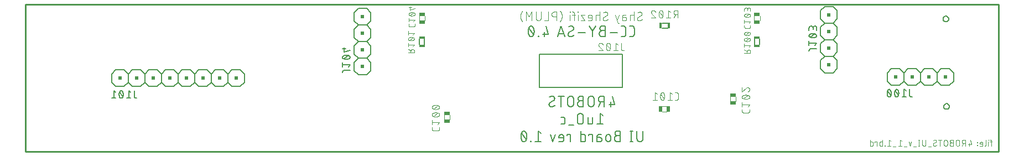
<source format=gbo>
G04 EAGLE Gerber RS-274X export*
G75*
%MOMM*%
%FSLAX34Y34*%
%LPD*%
%INSilkscreen Bottom*%
%IPPOS*%
%AMOC8*
5,1,8,0,0,1.08239X$1,22.5*%
G01*
%ADD10C,0.127000*%
%ADD11C,0.152400*%
%ADD12C,0.076200*%
%ADD13C,0.101600*%
%ADD14R,0.500100X0.950000*%
%ADD15R,0.406400X0.863600*%
%ADD16R,0.950000X0.500100*%
%ADD17R,0.863600X0.406400*%
%ADD18R,0.508000X0.508000*%
%ADD19C,0.254000*%


D10*
X1435757Y69000D02*
X1435759Y69130D01*
X1435765Y69260D01*
X1435775Y69390D01*
X1435789Y69519D01*
X1435807Y69648D01*
X1435829Y69776D01*
X1435854Y69903D01*
X1435884Y70030D01*
X1435917Y70156D01*
X1435955Y70280D01*
X1435996Y70404D01*
X1436041Y70526D01*
X1436089Y70646D01*
X1436142Y70765D01*
X1436198Y70883D01*
X1436257Y70998D01*
X1436320Y71112D01*
X1436387Y71224D01*
X1436456Y71334D01*
X1436530Y71441D01*
X1436606Y71546D01*
X1436686Y71649D01*
X1436768Y71749D01*
X1436854Y71847D01*
X1436943Y71942D01*
X1437034Y72035D01*
X1437129Y72124D01*
X1437226Y72211D01*
X1437326Y72294D01*
X1437428Y72374D01*
X1437532Y72452D01*
X1437639Y72526D01*
X1437748Y72596D01*
X1437860Y72664D01*
X1437973Y72728D01*
X1438088Y72788D01*
X1438205Y72845D01*
X1438324Y72898D01*
X1438444Y72947D01*
X1438566Y72993D01*
X1438689Y73035D01*
X1438813Y73074D01*
X1438939Y73108D01*
X1439065Y73139D01*
X1439192Y73165D01*
X1439320Y73188D01*
X1439449Y73207D01*
X1439578Y73222D01*
X1439708Y73233D01*
X1439837Y73240D01*
X1439967Y73243D01*
X1440098Y73242D01*
X1440227Y73237D01*
X1440357Y73228D01*
X1440487Y73215D01*
X1440616Y73198D01*
X1440744Y73177D01*
X1440872Y73153D01*
X1440998Y73124D01*
X1441124Y73091D01*
X1441249Y73055D01*
X1441373Y73015D01*
X1441495Y72971D01*
X1441616Y72923D01*
X1441736Y72872D01*
X1441854Y72817D01*
X1441970Y72758D01*
X1442084Y72696D01*
X1442196Y72630D01*
X1442306Y72561D01*
X1442414Y72489D01*
X1442520Y72413D01*
X1442624Y72335D01*
X1442725Y72253D01*
X1442823Y72168D01*
X1442919Y72080D01*
X1443012Y71989D01*
X1443102Y71895D01*
X1443189Y71799D01*
X1443273Y71700D01*
X1443355Y71598D01*
X1443433Y71494D01*
X1443507Y71388D01*
X1443579Y71279D01*
X1443647Y71168D01*
X1443712Y71055D01*
X1443773Y70941D01*
X1443831Y70824D01*
X1443885Y70706D01*
X1443935Y70586D01*
X1443982Y70465D01*
X1444025Y70342D01*
X1444064Y70218D01*
X1444100Y70093D01*
X1444131Y69967D01*
X1444159Y69840D01*
X1444183Y69712D01*
X1444203Y69583D01*
X1444219Y69454D01*
X1444231Y69325D01*
X1444239Y69195D01*
X1444243Y69065D01*
X1444243Y68935D01*
X1444239Y68805D01*
X1444231Y68675D01*
X1444219Y68546D01*
X1444203Y68417D01*
X1444183Y68288D01*
X1444159Y68160D01*
X1444131Y68033D01*
X1444100Y67907D01*
X1444064Y67782D01*
X1444025Y67658D01*
X1443982Y67535D01*
X1443935Y67414D01*
X1443885Y67294D01*
X1443831Y67176D01*
X1443773Y67059D01*
X1443712Y66945D01*
X1443647Y66832D01*
X1443579Y66721D01*
X1443507Y66612D01*
X1443433Y66506D01*
X1443355Y66402D01*
X1443273Y66300D01*
X1443189Y66201D01*
X1443102Y66105D01*
X1443012Y66011D01*
X1442919Y65920D01*
X1442823Y65832D01*
X1442725Y65747D01*
X1442624Y65665D01*
X1442520Y65587D01*
X1442414Y65511D01*
X1442306Y65439D01*
X1442196Y65370D01*
X1442084Y65304D01*
X1441970Y65242D01*
X1441854Y65183D01*
X1441736Y65128D01*
X1441616Y65077D01*
X1441495Y65029D01*
X1441373Y64985D01*
X1441249Y64945D01*
X1441124Y64909D01*
X1440998Y64876D01*
X1440872Y64847D01*
X1440744Y64823D01*
X1440616Y64802D01*
X1440487Y64785D01*
X1440357Y64772D01*
X1440227Y64763D01*
X1440098Y64758D01*
X1439967Y64757D01*
X1439837Y64760D01*
X1439708Y64767D01*
X1439578Y64778D01*
X1439449Y64793D01*
X1439320Y64812D01*
X1439192Y64835D01*
X1439065Y64861D01*
X1438939Y64892D01*
X1438813Y64926D01*
X1438689Y64965D01*
X1438566Y65007D01*
X1438444Y65053D01*
X1438324Y65102D01*
X1438205Y65155D01*
X1438088Y65212D01*
X1437973Y65272D01*
X1437860Y65336D01*
X1437748Y65404D01*
X1437639Y65474D01*
X1437532Y65548D01*
X1437428Y65626D01*
X1437326Y65706D01*
X1437226Y65789D01*
X1437129Y65876D01*
X1437034Y65965D01*
X1436943Y66058D01*
X1436854Y66153D01*
X1436768Y66251D01*
X1436686Y66351D01*
X1436606Y66454D01*
X1436530Y66559D01*
X1436456Y66666D01*
X1436387Y66776D01*
X1436320Y66888D01*
X1436257Y67002D01*
X1436198Y67117D01*
X1436142Y67235D01*
X1436089Y67354D01*
X1436041Y67474D01*
X1435996Y67596D01*
X1435955Y67720D01*
X1435917Y67844D01*
X1435884Y67970D01*
X1435854Y68097D01*
X1435829Y68224D01*
X1435807Y68352D01*
X1435789Y68481D01*
X1435775Y68610D01*
X1435765Y68740D01*
X1435759Y68870D01*
X1435757Y69000D01*
X1434757Y203000D02*
X1434759Y203130D01*
X1434765Y203260D01*
X1434775Y203390D01*
X1434789Y203519D01*
X1434807Y203648D01*
X1434829Y203776D01*
X1434854Y203903D01*
X1434884Y204030D01*
X1434917Y204156D01*
X1434955Y204280D01*
X1434996Y204404D01*
X1435041Y204526D01*
X1435089Y204646D01*
X1435142Y204765D01*
X1435198Y204883D01*
X1435257Y204998D01*
X1435320Y205112D01*
X1435387Y205224D01*
X1435456Y205334D01*
X1435530Y205441D01*
X1435606Y205546D01*
X1435686Y205649D01*
X1435768Y205749D01*
X1435854Y205847D01*
X1435943Y205942D01*
X1436034Y206035D01*
X1436129Y206124D01*
X1436226Y206211D01*
X1436326Y206294D01*
X1436428Y206374D01*
X1436532Y206452D01*
X1436639Y206526D01*
X1436748Y206596D01*
X1436860Y206664D01*
X1436973Y206728D01*
X1437088Y206788D01*
X1437205Y206845D01*
X1437324Y206898D01*
X1437444Y206947D01*
X1437566Y206993D01*
X1437689Y207035D01*
X1437813Y207074D01*
X1437939Y207108D01*
X1438065Y207139D01*
X1438192Y207165D01*
X1438320Y207188D01*
X1438449Y207207D01*
X1438578Y207222D01*
X1438708Y207233D01*
X1438837Y207240D01*
X1438967Y207243D01*
X1439098Y207242D01*
X1439227Y207237D01*
X1439357Y207228D01*
X1439487Y207215D01*
X1439616Y207198D01*
X1439744Y207177D01*
X1439872Y207153D01*
X1439998Y207124D01*
X1440124Y207091D01*
X1440249Y207055D01*
X1440373Y207015D01*
X1440495Y206971D01*
X1440616Y206923D01*
X1440736Y206872D01*
X1440854Y206817D01*
X1440970Y206758D01*
X1441084Y206696D01*
X1441196Y206630D01*
X1441306Y206561D01*
X1441414Y206489D01*
X1441520Y206413D01*
X1441624Y206335D01*
X1441725Y206253D01*
X1441823Y206168D01*
X1441919Y206080D01*
X1442012Y205989D01*
X1442102Y205895D01*
X1442189Y205799D01*
X1442273Y205700D01*
X1442355Y205598D01*
X1442433Y205494D01*
X1442507Y205388D01*
X1442579Y205279D01*
X1442647Y205168D01*
X1442712Y205055D01*
X1442773Y204941D01*
X1442831Y204824D01*
X1442885Y204706D01*
X1442935Y204586D01*
X1442982Y204465D01*
X1443025Y204342D01*
X1443064Y204218D01*
X1443100Y204093D01*
X1443131Y203967D01*
X1443159Y203840D01*
X1443183Y203712D01*
X1443203Y203583D01*
X1443219Y203454D01*
X1443231Y203325D01*
X1443239Y203195D01*
X1443243Y203065D01*
X1443243Y202935D01*
X1443239Y202805D01*
X1443231Y202675D01*
X1443219Y202546D01*
X1443203Y202417D01*
X1443183Y202288D01*
X1443159Y202160D01*
X1443131Y202033D01*
X1443100Y201907D01*
X1443064Y201782D01*
X1443025Y201658D01*
X1442982Y201535D01*
X1442935Y201414D01*
X1442885Y201294D01*
X1442831Y201176D01*
X1442773Y201059D01*
X1442712Y200945D01*
X1442647Y200832D01*
X1442579Y200721D01*
X1442507Y200612D01*
X1442433Y200506D01*
X1442355Y200402D01*
X1442273Y200300D01*
X1442189Y200201D01*
X1442102Y200105D01*
X1442012Y200011D01*
X1441919Y199920D01*
X1441823Y199832D01*
X1441725Y199747D01*
X1441624Y199665D01*
X1441520Y199587D01*
X1441414Y199511D01*
X1441306Y199439D01*
X1441196Y199370D01*
X1441084Y199304D01*
X1440970Y199242D01*
X1440854Y199183D01*
X1440736Y199128D01*
X1440616Y199077D01*
X1440495Y199029D01*
X1440373Y198985D01*
X1440249Y198945D01*
X1440124Y198909D01*
X1439998Y198876D01*
X1439872Y198847D01*
X1439744Y198823D01*
X1439616Y198802D01*
X1439487Y198785D01*
X1439357Y198772D01*
X1439227Y198763D01*
X1439098Y198758D01*
X1438967Y198757D01*
X1438837Y198760D01*
X1438708Y198767D01*
X1438578Y198778D01*
X1438449Y198793D01*
X1438320Y198812D01*
X1438192Y198835D01*
X1438065Y198861D01*
X1437939Y198892D01*
X1437813Y198926D01*
X1437689Y198965D01*
X1437566Y199007D01*
X1437444Y199053D01*
X1437324Y199102D01*
X1437205Y199155D01*
X1437088Y199212D01*
X1436973Y199272D01*
X1436860Y199336D01*
X1436748Y199404D01*
X1436639Y199474D01*
X1436532Y199548D01*
X1436428Y199626D01*
X1436326Y199706D01*
X1436226Y199789D01*
X1436129Y199876D01*
X1436034Y199965D01*
X1435943Y200058D01*
X1435854Y200153D01*
X1435768Y200251D01*
X1435686Y200351D01*
X1435606Y200454D01*
X1435530Y200559D01*
X1435456Y200666D01*
X1435387Y200776D01*
X1435320Y200888D01*
X1435257Y201002D01*
X1435198Y201117D01*
X1435142Y201235D01*
X1435089Y201354D01*
X1435041Y201474D01*
X1434996Y201596D01*
X1434955Y201720D01*
X1434917Y201844D01*
X1434884Y201970D01*
X1434854Y202097D01*
X1434829Y202224D01*
X1434807Y202352D01*
X1434789Y202481D01*
X1434775Y202610D01*
X1434765Y202740D01*
X1434759Y202870D01*
X1434757Y203000D01*
D11*
X932367Y72154D02*
X928755Y84798D01*
X932367Y72154D02*
X923336Y72154D01*
X926045Y75767D02*
X926045Y68542D01*
X916123Y68542D02*
X916123Y84798D01*
X911608Y84798D01*
X911475Y84796D01*
X911343Y84790D01*
X911211Y84780D01*
X911079Y84767D01*
X910947Y84749D01*
X910817Y84728D01*
X910686Y84703D01*
X910557Y84674D01*
X910429Y84641D01*
X910301Y84605D01*
X910175Y84565D01*
X910050Y84521D01*
X909926Y84473D01*
X909804Y84422D01*
X909683Y84367D01*
X909564Y84309D01*
X909446Y84247D01*
X909331Y84182D01*
X909217Y84113D01*
X909106Y84042D01*
X908997Y83966D01*
X908890Y83888D01*
X908785Y83807D01*
X908683Y83722D01*
X908583Y83635D01*
X908486Y83545D01*
X908391Y83452D01*
X908300Y83356D01*
X908211Y83258D01*
X908125Y83157D01*
X908042Y83053D01*
X907962Y82947D01*
X907886Y82839D01*
X907812Y82729D01*
X907742Y82616D01*
X907675Y82502D01*
X907612Y82385D01*
X907552Y82267D01*
X907495Y82147D01*
X907442Y82025D01*
X907393Y81902D01*
X907347Y81778D01*
X907305Y81652D01*
X907267Y81525D01*
X907232Y81397D01*
X907201Y81268D01*
X907174Y81139D01*
X907151Y81008D01*
X907131Y80877D01*
X907116Y80745D01*
X907104Y80613D01*
X907096Y80481D01*
X907092Y80348D01*
X907092Y80216D01*
X907096Y80083D01*
X907104Y79951D01*
X907116Y79819D01*
X907131Y79687D01*
X907151Y79556D01*
X907174Y79425D01*
X907201Y79296D01*
X907232Y79167D01*
X907267Y79039D01*
X907305Y78912D01*
X907347Y78786D01*
X907393Y78662D01*
X907442Y78539D01*
X907495Y78417D01*
X907552Y78297D01*
X907612Y78179D01*
X907675Y78062D01*
X907742Y77948D01*
X907812Y77835D01*
X907886Y77725D01*
X907962Y77617D01*
X908042Y77511D01*
X908125Y77407D01*
X908211Y77306D01*
X908300Y77208D01*
X908391Y77112D01*
X908486Y77019D01*
X908583Y76929D01*
X908683Y76842D01*
X908785Y76757D01*
X908890Y76676D01*
X908997Y76598D01*
X909106Y76522D01*
X909217Y76451D01*
X909331Y76382D01*
X909446Y76317D01*
X909564Y76255D01*
X909683Y76197D01*
X909804Y76142D01*
X909926Y76091D01*
X910050Y76043D01*
X910175Y75999D01*
X910301Y75959D01*
X910429Y75923D01*
X910557Y75890D01*
X910686Y75861D01*
X910817Y75836D01*
X910947Y75815D01*
X911079Y75797D01*
X911211Y75784D01*
X911343Y75774D01*
X911475Y75768D01*
X911608Y75766D01*
X911608Y75767D02*
X916123Y75767D01*
X910705Y75767D02*
X907092Y68542D01*
X900584Y73058D02*
X900584Y80282D01*
X900582Y80415D01*
X900576Y80547D01*
X900566Y80679D01*
X900553Y80811D01*
X900535Y80943D01*
X900514Y81073D01*
X900489Y81204D01*
X900460Y81333D01*
X900427Y81461D01*
X900391Y81589D01*
X900351Y81715D01*
X900307Y81840D01*
X900259Y81964D01*
X900208Y82086D01*
X900153Y82207D01*
X900095Y82326D01*
X900033Y82444D01*
X899968Y82559D01*
X899899Y82673D01*
X899828Y82784D01*
X899752Y82893D01*
X899674Y83000D01*
X899593Y83105D01*
X899508Y83207D01*
X899421Y83307D01*
X899331Y83404D01*
X899238Y83499D01*
X899142Y83590D01*
X899044Y83679D01*
X898943Y83765D01*
X898839Y83848D01*
X898733Y83928D01*
X898625Y84004D01*
X898515Y84078D01*
X898402Y84148D01*
X898288Y84215D01*
X898171Y84278D01*
X898053Y84338D01*
X897933Y84395D01*
X897811Y84448D01*
X897688Y84497D01*
X897564Y84543D01*
X897438Y84585D01*
X897311Y84623D01*
X897183Y84658D01*
X897054Y84689D01*
X896925Y84716D01*
X896794Y84739D01*
X896663Y84759D01*
X896531Y84774D01*
X896399Y84786D01*
X896267Y84794D01*
X896134Y84798D01*
X896002Y84798D01*
X895869Y84794D01*
X895737Y84786D01*
X895605Y84774D01*
X895473Y84759D01*
X895342Y84739D01*
X895211Y84716D01*
X895082Y84689D01*
X894953Y84658D01*
X894825Y84623D01*
X894698Y84585D01*
X894572Y84543D01*
X894448Y84497D01*
X894325Y84448D01*
X894203Y84395D01*
X894083Y84338D01*
X893965Y84278D01*
X893848Y84215D01*
X893734Y84148D01*
X893621Y84078D01*
X893511Y84004D01*
X893403Y83928D01*
X893297Y83848D01*
X893193Y83765D01*
X893092Y83679D01*
X892994Y83590D01*
X892898Y83499D01*
X892805Y83404D01*
X892715Y83307D01*
X892628Y83207D01*
X892543Y83105D01*
X892462Y83000D01*
X892384Y82893D01*
X892308Y82784D01*
X892237Y82673D01*
X892168Y82559D01*
X892103Y82444D01*
X892041Y82326D01*
X891983Y82207D01*
X891928Y82086D01*
X891877Y81964D01*
X891829Y81840D01*
X891785Y81715D01*
X891745Y81589D01*
X891709Y81461D01*
X891676Y81333D01*
X891647Y81204D01*
X891622Y81073D01*
X891601Y80943D01*
X891583Y80811D01*
X891570Y80679D01*
X891560Y80547D01*
X891554Y80415D01*
X891552Y80282D01*
X891553Y80282D02*
X891553Y73058D01*
X891552Y73058D02*
X891554Y72925D01*
X891560Y72793D01*
X891570Y72661D01*
X891583Y72529D01*
X891601Y72397D01*
X891622Y72267D01*
X891647Y72136D01*
X891676Y72007D01*
X891709Y71879D01*
X891745Y71751D01*
X891785Y71625D01*
X891829Y71500D01*
X891877Y71376D01*
X891928Y71254D01*
X891983Y71133D01*
X892041Y71014D01*
X892103Y70896D01*
X892168Y70781D01*
X892237Y70667D01*
X892308Y70556D01*
X892384Y70447D01*
X892462Y70340D01*
X892543Y70235D01*
X892628Y70133D01*
X892715Y70033D01*
X892805Y69936D01*
X892898Y69841D01*
X892994Y69750D01*
X893092Y69661D01*
X893193Y69575D01*
X893297Y69492D01*
X893403Y69412D01*
X893511Y69336D01*
X893621Y69262D01*
X893734Y69192D01*
X893848Y69125D01*
X893965Y69062D01*
X894083Y69002D01*
X894203Y68945D01*
X894325Y68892D01*
X894448Y68843D01*
X894572Y68797D01*
X894698Y68755D01*
X894825Y68717D01*
X894953Y68682D01*
X895082Y68651D01*
X895211Y68624D01*
X895342Y68601D01*
X895473Y68581D01*
X895605Y68566D01*
X895737Y68554D01*
X895869Y68546D01*
X896002Y68542D01*
X896134Y68542D01*
X896267Y68546D01*
X896399Y68554D01*
X896531Y68566D01*
X896663Y68581D01*
X896794Y68601D01*
X896925Y68624D01*
X897054Y68651D01*
X897183Y68682D01*
X897311Y68717D01*
X897438Y68755D01*
X897564Y68797D01*
X897688Y68843D01*
X897811Y68892D01*
X897933Y68945D01*
X898053Y69002D01*
X898171Y69062D01*
X898288Y69125D01*
X898402Y69192D01*
X898515Y69262D01*
X898625Y69336D01*
X898733Y69412D01*
X898839Y69492D01*
X898943Y69575D01*
X899044Y69661D01*
X899142Y69750D01*
X899238Y69841D01*
X899331Y69936D01*
X899421Y70033D01*
X899508Y70133D01*
X899593Y70235D01*
X899674Y70340D01*
X899752Y70447D01*
X899828Y70556D01*
X899899Y70667D01*
X899968Y70781D01*
X900033Y70896D01*
X900095Y71014D01*
X900153Y71133D01*
X900208Y71254D01*
X900259Y71376D01*
X900307Y71500D01*
X900351Y71625D01*
X900391Y71751D01*
X900427Y71879D01*
X900460Y72007D01*
X900489Y72136D01*
X900514Y72267D01*
X900535Y72397D01*
X900553Y72529D01*
X900566Y72661D01*
X900576Y72793D01*
X900582Y72925D01*
X900584Y73058D01*
X884220Y77573D02*
X879705Y77573D01*
X879705Y77574D02*
X879572Y77572D01*
X879440Y77566D01*
X879308Y77556D01*
X879176Y77543D01*
X879044Y77525D01*
X878914Y77504D01*
X878783Y77479D01*
X878654Y77450D01*
X878526Y77417D01*
X878398Y77381D01*
X878272Y77341D01*
X878147Y77297D01*
X878023Y77249D01*
X877901Y77198D01*
X877780Y77143D01*
X877661Y77085D01*
X877543Y77023D01*
X877428Y76958D01*
X877314Y76889D01*
X877203Y76818D01*
X877094Y76742D01*
X876987Y76664D01*
X876882Y76583D01*
X876780Y76498D01*
X876680Y76411D01*
X876583Y76321D01*
X876488Y76228D01*
X876397Y76132D01*
X876308Y76034D01*
X876222Y75933D01*
X876139Y75829D01*
X876059Y75723D01*
X875983Y75615D01*
X875909Y75505D01*
X875839Y75392D01*
X875772Y75278D01*
X875709Y75161D01*
X875649Y75043D01*
X875592Y74923D01*
X875539Y74801D01*
X875490Y74678D01*
X875444Y74554D01*
X875402Y74428D01*
X875364Y74301D01*
X875329Y74173D01*
X875298Y74044D01*
X875271Y73915D01*
X875248Y73784D01*
X875228Y73653D01*
X875213Y73521D01*
X875201Y73389D01*
X875193Y73257D01*
X875189Y73124D01*
X875189Y72992D01*
X875193Y72859D01*
X875201Y72727D01*
X875213Y72595D01*
X875228Y72463D01*
X875248Y72332D01*
X875271Y72201D01*
X875298Y72072D01*
X875329Y71943D01*
X875364Y71815D01*
X875402Y71688D01*
X875444Y71562D01*
X875490Y71438D01*
X875539Y71315D01*
X875592Y71193D01*
X875649Y71073D01*
X875709Y70955D01*
X875772Y70838D01*
X875839Y70724D01*
X875909Y70611D01*
X875983Y70501D01*
X876059Y70393D01*
X876139Y70287D01*
X876222Y70183D01*
X876308Y70082D01*
X876397Y69984D01*
X876488Y69888D01*
X876583Y69795D01*
X876680Y69705D01*
X876780Y69618D01*
X876882Y69533D01*
X876987Y69452D01*
X877094Y69374D01*
X877203Y69298D01*
X877314Y69227D01*
X877428Y69158D01*
X877543Y69093D01*
X877661Y69031D01*
X877780Y68973D01*
X877901Y68918D01*
X878023Y68867D01*
X878147Y68819D01*
X878272Y68775D01*
X878398Y68735D01*
X878526Y68699D01*
X878654Y68666D01*
X878783Y68637D01*
X878914Y68612D01*
X879044Y68591D01*
X879176Y68573D01*
X879308Y68560D01*
X879440Y68550D01*
X879572Y68544D01*
X879705Y68542D01*
X884220Y68542D01*
X884220Y84798D01*
X879705Y84798D01*
X879586Y84796D01*
X879466Y84790D01*
X879347Y84780D01*
X879229Y84766D01*
X879110Y84749D01*
X878993Y84727D01*
X878876Y84702D01*
X878761Y84672D01*
X878646Y84639D01*
X878532Y84602D01*
X878420Y84562D01*
X878309Y84517D01*
X878200Y84469D01*
X878092Y84418D01*
X877986Y84363D01*
X877882Y84304D01*
X877780Y84242D01*
X877680Y84177D01*
X877582Y84108D01*
X877486Y84036D01*
X877393Y83961D01*
X877303Y83884D01*
X877215Y83803D01*
X877130Y83719D01*
X877048Y83632D01*
X876968Y83543D01*
X876892Y83451D01*
X876818Y83357D01*
X876748Y83260D01*
X876681Y83162D01*
X876617Y83061D01*
X876557Y82957D01*
X876500Y82852D01*
X876447Y82745D01*
X876397Y82637D01*
X876351Y82527D01*
X876309Y82415D01*
X876270Y82302D01*
X876235Y82188D01*
X876204Y82073D01*
X876176Y81956D01*
X876153Y81839D01*
X876133Y81722D01*
X876117Y81603D01*
X876105Y81484D01*
X876097Y81365D01*
X876093Y81246D01*
X876093Y81126D01*
X876097Y81007D01*
X876105Y80888D01*
X876117Y80769D01*
X876133Y80650D01*
X876153Y80533D01*
X876176Y80416D01*
X876204Y80299D01*
X876235Y80184D01*
X876270Y80070D01*
X876309Y79957D01*
X876351Y79845D01*
X876397Y79735D01*
X876447Y79627D01*
X876500Y79520D01*
X876557Y79415D01*
X876617Y79311D01*
X876681Y79210D01*
X876748Y79112D01*
X876818Y79015D01*
X876892Y78921D01*
X876968Y78829D01*
X877048Y78740D01*
X877130Y78653D01*
X877215Y78569D01*
X877303Y78488D01*
X877393Y78411D01*
X877486Y78336D01*
X877582Y78264D01*
X877680Y78195D01*
X877780Y78130D01*
X877882Y78068D01*
X877986Y78009D01*
X878092Y77954D01*
X878200Y77903D01*
X878309Y77855D01*
X878420Y77810D01*
X878532Y77770D01*
X878646Y77733D01*
X878761Y77700D01*
X878876Y77670D01*
X878993Y77645D01*
X879110Y77623D01*
X879229Y77606D01*
X879347Y77592D01*
X879466Y77582D01*
X879586Y77576D01*
X879705Y77574D01*
X869321Y80282D02*
X869321Y73058D01*
X869322Y80282D02*
X869320Y80415D01*
X869314Y80547D01*
X869304Y80679D01*
X869291Y80811D01*
X869273Y80943D01*
X869252Y81073D01*
X869227Y81204D01*
X869198Y81333D01*
X869165Y81461D01*
X869129Y81589D01*
X869089Y81715D01*
X869045Y81840D01*
X868997Y81964D01*
X868946Y82086D01*
X868891Y82207D01*
X868833Y82326D01*
X868771Y82444D01*
X868706Y82559D01*
X868637Y82673D01*
X868566Y82784D01*
X868490Y82893D01*
X868412Y83000D01*
X868331Y83105D01*
X868246Y83207D01*
X868159Y83307D01*
X868069Y83404D01*
X867976Y83499D01*
X867880Y83590D01*
X867782Y83679D01*
X867681Y83765D01*
X867577Y83848D01*
X867471Y83928D01*
X867363Y84004D01*
X867253Y84078D01*
X867140Y84148D01*
X867026Y84215D01*
X866909Y84278D01*
X866791Y84338D01*
X866671Y84395D01*
X866549Y84448D01*
X866426Y84497D01*
X866302Y84543D01*
X866176Y84585D01*
X866049Y84623D01*
X865921Y84658D01*
X865792Y84689D01*
X865663Y84716D01*
X865532Y84739D01*
X865401Y84759D01*
X865269Y84774D01*
X865137Y84786D01*
X865005Y84794D01*
X864872Y84798D01*
X864740Y84798D01*
X864607Y84794D01*
X864475Y84786D01*
X864343Y84774D01*
X864211Y84759D01*
X864080Y84739D01*
X863949Y84716D01*
X863820Y84689D01*
X863691Y84658D01*
X863563Y84623D01*
X863436Y84585D01*
X863310Y84543D01*
X863186Y84497D01*
X863063Y84448D01*
X862941Y84395D01*
X862821Y84338D01*
X862703Y84278D01*
X862586Y84215D01*
X862472Y84148D01*
X862359Y84078D01*
X862249Y84004D01*
X862141Y83928D01*
X862035Y83848D01*
X861931Y83765D01*
X861830Y83679D01*
X861732Y83590D01*
X861636Y83499D01*
X861543Y83404D01*
X861453Y83307D01*
X861366Y83207D01*
X861281Y83105D01*
X861200Y83000D01*
X861122Y82893D01*
X861046Y82784D01*
X860975Y82673D01*
X860906Y82559D01*
X860841Y82444D01*
X860779Y82326D01*
X860721Y82207D01*
X860666Y82086D01*
X860615Y81964D01*
X860567Y81840D01*
X860523Y81715D01*
X860483Y81589D01*
X860447Y81461D01*
X860414Y81333D01*
X860385Y81204D01*
X860360Y81073D01*
X860339Y80943D01*
X860321Y80811D01*
X860308Y80679D01*
X860298Y80547D01*
X860292Y80415D01*
X860290Y80282D01*
X860290Y73058D01*
X860292Y72925D01*
X860298Y72793D01*
X860308Y72661D01*
X860321Y72529D01*
X860339Y72397D01*
X860360Y72267D01*
X860385Y72136D01*
X860414Y72007D01*
X860447Y71879D01*
X860483Y71751D01*
X860523Y71625D01*
X860567Y71500D01*
X860615Y71376D01*
X860666Y71254D01*
X860721Y71133D01*
X860779Y71014D01*
X860841Y70896D01*
X860906Y70781D01*
X860975Y70667D01*
X861046Y70556D01*
X861122Y70447D01*
X861200Y70340D01*
X861281Y70235D01*
X861366Y70133D01*
X861453Y70033D01*
X861543Y69936D01*
X861636Y69841D01*
X861732Y69750D01*
X861830Y69661D01*
X861931Y69575D01*
X862035Y69492D01*
X862141Y69412D01*
X862249Y69336D01*
X862359Y69262D01*
X862472Y69192D01*
X862586Y69125D01*
X862703Y69062D01*
X862821Y69002D01*
X862941Y68945D01*
X863063Y68892D01*
X863186Y68843D01*
X863310Y68797D01*
X863436Y68755D01*
X863563Y68717D01*
X863691Y68682D01*
X863820Y68651D01*
X863949Y68624D01*
X864080Y68601D01*
X864211Y68581D01*
X864343Y68566D01*
X864475Y68554D01*
X864607Y68546D01*
X864740Y68542D01*
X864872Y68542D01*
X865005Y68546D01*
X865137Y68554D01*
X865269Y68566D01*
X865401Y68581D01*
X865532Y68601D01*
X865663Y68624D01*
X865792Y68651D01*
X865921Y68682D01*
X866049Y68717D01*
X866176Y68755D01*
X866302Y68797D01*
X866426Y68843D01*
X866549Y68892D01*
X866671Y68945D01*
X866791Y69002D01*
X866909Y69062D01*
X867026Y69125D01*
X867140Y69192D01*
X867253Y69262D01*
X867363Y69336D01*
X867471Y69412D01*
X867577Y69492D01*
X867681Y69575D01*
X867782Y69661D01*
X867880Y69750D01*
X867976Y69841D01*
X868069Y69936D01*
X868159Y70033D01*
X868246Y70133D01*
X868331Y70235D01*
X868412Y70340D01*
X868490Y70447D01*
X868566Y70556D01*
X868637Y70667D01*
X868706Y70781D01*
X868771Y70896D01*
X868833Y71014D01*
X868891Y71133D01*
X868946Y71254D01*
X868997Y71376D01*
X869045Y71500D01*
X869089Y71625D01*
X869129Y71751D01*
X869165Y71879D01*
X869198Y72007D01*
X869227Y72136D01*
X869252Y72267D01*
X869273Y72397D01*
X869291Y72529D01*
X869304Y72661D01*
X869314Y72793D01*
X869320Y72925D01*
X869322Y73058D01*
X850217Y68542D02*
X850217Y84798D01*
X854732Y84798D02*
X845701Y84798D01*
X831633Y72154D02*
X831635Y72036D01*
X831641Y71918D01*
X831650Y71800D01*
X831664Y71683D01*
X831681Y71566D01*
X831702Y71449D01*
X831727Y71334D01*
X831756Y71219D01*
X831789Y71105D01*
X831825Y70993D01*
X831865Y70882D01*
X831908Y70772D01*
X831955Y70663D01*
X832005Y70556D01*
X832060Y70451D01*
X832117Y70348D01*
X832178Y70247D01*
X832242Y70147D01*
X832309Y70050D01*
X832379Y69955D01*
X832453Y69863D01*
X832529Y69772D01*
X832609Y69685D01*
X832691Y69600D01*
X832776Y69518D01*
X832863Y69438D01*
X832954Y69362D01*
X833046Y69288D01*
X833141Y69218D01*
X833238Y69151D01*
X833338Y69087D01*
X833439Y69026D01*
X833542Y68969D01*
X833647Y68914D01*
X833754Y68864D01*
X833863Y68817D01*
X833973Y68774D01*
X834084Y68734D01*
X834196Y68698D01*
X834310Y68665D01*
X834425Y68636D01*
X834540Y68611D01*
X834657Y68590D01*
X834774Y68573D01*
X834891Y68559D01*
X835009Y68550D01*
X835127Y68544D01*
X835245Y68542D01*
X835428Y68544D01*
X835610Y68551D01*
X835792Y68562D01*
X835974Y68577D01*
X836156Y68597D01*
X836337Y68621D01*
X836517Y68649D01*
X836697Y68681D01*
X836876Y68718D01*
X837053Y68759D01*
X837230Y68805D01*
X837406Y68854D01*
X837581Y68908D01*
X837754Y68966D01*
X837925Y69028D01*
X838096Y69094D01*
X838264Y69165D01*
X838431Y69239D01*
X838596Y69317D01*
X838759Y69399D01*
X838920Y69485D01*
X839079Y69575D01*
X839236Y69669D01*
X839390Y69766D01*
X839542Y69867D01*
X839692Y69972D01*
X839839Y70080D01*
X839983Y70191D01*
X840125Y70306D01*
X840264Y70425D01*
X840400Y70547D01*
X840533Y70672D01*
X840663Y70800D01*
X840212Y81186D02*
X840210Y81304D01*
X840204Y81422D01*
X840195Y81540D01*
X840181Y81657D01*
X840164Y81774D01*
X840143Y81891D01*
X840118Y82006D01*
X840089Y82121D01*
X840056Y82235D01*
X840020Y82347D01*
X839980Y82458D01*
X839937Y82568D01*
X839890Y82677D01*
X839840Y82784D01*
X839785Y82889D01*
X839728Y82992D01*
X839667Y83093D01*
X839603Y83193D01*
X839536Y83290D01*
X839466Y83385D01*
X839392Y83477D01*
X839316Y83568D01*
X839236Y83655D01*
X839154Y83740D01*
X839069Y83822D01*
X838982Y83902D01*
X838891Y83978D01*
X838799Y84052D01*
X838704Y84122D01*
X838607Y84189D01*
X838507Y84253D01*
X838406Y84314D01*
X838303Y84371D01*
X838198Y84426D01*
X838091Y84476D01*
X837982Y84523D01*
X837872Y84566D01*
X837761Y84606D01*
X837649Y84642D01*
X837535Y84675D01*
X837420Y84704D01*
X837305Y84729D01*
X837188Y84750D01*
X837071Y84767D01*
X836954Y84781D01*
X836836Y84790D01*
X836718Y84796D01*
X836600Y84798D01*
X836439Y84796D01*
X836277Y84790D01*
X836116Y84781D01*
X835955Y84767D01*
X835795Y84750D01*
X835635Y84729D01*
X835475Y84704D01*
X835316Y84675D01*
X835158Y84643D01*
X835001Y84607D01*
X834845Y84567D01*
X834689Y84523D01*
X834535Y84475D01*
X834382Y84424D01*
X834230Y84370D01*
X834079Y84311D01*
X833930Y84250D01*
X833783Y84184D01*
X833637Y84115D01*
X833492Y84043D01*
X833350Y83967D01*
X833209Y83888D01*
X833070Y83806D01*
X832934Y83720D01*
X832799Y83631D01*
X832666Y83539D01*
X832536Y83443D01*
X838407Y78025D02*
X838508Y78087D01*
X838608Y78152D01*
X838705Y78221D01*
X838800Y78293D01*
X838893Y78367D01*
X838983Y78445D01*
X839071Y78526D01*
X839156Y78609D01*
X839238Y78695D01*
X839317Y78784D01*
X839394Y78875D01*
X839467Y78969D01*
X839538Y79065D01*
X839605Y79163D01*
X839669Y79263D01*
X839730Y79366D01*
X839787Y79470D01*
X839841Y79576D01*
X839891Y79684D01*
X839938Y79793D01*
X839982Y79904D01*
X840022Y80016D01*
X840058Y80130D01*
X840090Y80244D01*
X840119Y80360D01*
X840144Y80476D01*
X840165Y80593D01*
X840182Y80711D01*
X840196Y80829D01*
X840205Y80948D01*
X840211Y81067D01*
X840213Y81186D01*
X833439Y75315D02*
X833338Y75253D01*
X833238Y75188D01*
X833141Y75119D01*
X833046Y75047D01*
X832953Y74973D01*
X832863Y74895D01*
X832775Y74814D01*
X832690Y74731D01*
X832608Y74645D01*
X832529Y74556D01*
X832452Y74465D01*
X832379Y74371D01*
X832308Y74275D01*
X832241Y74177D01*
X832177Y74077D01*
X832116Y73974D01*
X832059Y73870D01*
X832005Y73764D01*
X831955Y73656D01*
X831908Y73547D01*
X831864Y73436D01*
X831824Y73324D01*
X831788Y73210D01*
X831756Y73096D01*
X831727Y72980D01*
X831702Y72864D01*
X831681Y72747D01*
X831664Y72629D01*
X831650Y72511D01*
X831641Y72392D01*
X831635Y72273D01*
X831633Y72154D01*
X833439Y75315D02*
X838406Y78025D01*
X909763Y58128D02*
X914278Y54516D01*
X909763Y58128D02*
X909763Y41872D01*
X914278Y41872D02*
X905247Y41872D01*
X898265Y44581D02*
X898265Y52709D01*
X898265Y44581D02*
X898263Y44480D01*
X898257Y44379D01*
X898248Y44278D01*
X898235Y44177D01*
X898218Y44077D01*
X898197Y43978D01*
X898173Y43880D01*
X898145Y43783D01*
X898113Y43686D01*
X898078Y43591D01*
X898039Y43498D01*
X897997Y43406D01*
X897951Y43315D01*
X897902Y43226D01*
X897850Y43140D01*
X897794Y43055D01*
X897736Y42972D01*
X897674Y42892D01*
X897609Y42814D01*
X897542Y42738D01*
X897472Y42665D01*
X897399Y42595D01*
X897323Y42528D01*
X897245Y42463D01*
X897165Y42401D01*
X897082Y42343D01*
X896997Y42287D01*
X896911Y42235D01*
X896822Y42186D01*
X896731Y42140D01*
X896639Y42098D01*
X896546Y42059D01*
X896451Y42024D01*
X896354Y41992D01*
X896257Y41964D01*
X896159Y41940D01*
X896060Y41919D01*
X895960Y41902D01*
X895859Y41889D01*
X895758Y41880D01*
X895657Y41874D01*
X895556Y41872D01*
X891040Y41872D01*
X891040Y52709D01*
X884058Y53612D02*
X884058Y46388D01*
X884059Y53612D02*
X884057Y53745D01*
X884051Y53877D01*
X884041Y54009D01*
X884028Y54141D01*
X884010Y54273D01*
X883989Y54403D01*
X883964Y54534D01*
X883935Y54663D01*
X883902Y54791D01*
X883866Y54919D01*
X883826Y55045D01*
X883782Y55170D01*
X883734Y55294D01*
X883683Y55416D01*
X883628Y55537D01*
X883570Y55656D01*
X883508Y55774D01*
X883443Y55889D01*
X883374Y56003D01*
X883303Y56114D01*
X883227Y56223D01*
X883149Y56330D01*
X883068Y56435D01*
X882983Y56537D01*
X882896Y56637D01*
X882806Y56734D01*
X882713Y56829D01*
X882617Y56920D01*
X882519Y57009D01*
X882418Y57095D01*
X882314Y57178D01*
X882208Y57258D01*
X882100Y57334D01*
X881990Y57408D01*
X881877Y57478D01*
X881763Y57545D01*
X881646Y57608D01*
X881528Y57668D01*
X881408Y57725D01*
X881286Y57778D01*
X881163Y57827D01*
X881039Y57873D01*
X880913Y57915D01*
X880786Y57953D01*
X880658Y57988D01*
X880529Y58019D01*
X880400Y58046D01*
X880269Y58069D01*
X880138Y58089D01*
X880006Y58104D01*
X879874Y58116D01*
X879742Y58124D01*
X879609Y58128D01*
X879477Y58128D01*
X879344Y58124D01*
X879212Y58116D01*
X879080Y58104D01*
X878948Y58089D01*
X878817Y58069D01*
X878686Y58046D01*
X878557Y58019D01*
X878428Y57988D01*
X878300Y57953D01*
X878173Y57915D01*
X878047Y57873D01*
X877923Y57827D01*
X877800Y57778D01*
X877678Y57725D01*
X877558Y57668D01*
X877440Y57608D01*
X877323Y57545D01*
X877209Y57478D01*
X877096Y57408D01*
X876986Y57334D01*
X876878Y57258D01*
X876772Y57178D01*
X876668Y57095D01*
X876567Y57009D01*
X876469Y56920D01*
X876373Y56829D01*
X876280Y56734D01*
X876190Y56637D01*
X876103Y56537D01*
X876018Y56435D01*
X875937Y56330D01*
X875859Y56223D01*
X875783Y56114D01*
X875712Y56003D01*
X875643Y55889D01*
X875578Y55774D01*
X875516Y55656D01*
X875458Y55537D01*
X875403Y55416D01*
X875352Y55294D01*
X875304Y55170D01*
X875260Y55045D01*
X875220Y54919D01*
X875184Y54791D01*
X875151Y54663D01*
X875122Y54534D01*
X875097Y54403D01*
X875076Y54273D01*
X875058Y54141D01*
X875045Y54009D01*
X875035Y53877D01*
X875029Y53745D01*
X875027Y53612D01*
X875027Y46388D01*
X875029Y46255D01*
X875035Y46123D01*
X875045Y45991D01*
X875058Y45859D01*
X875076Y45727D01*
X875097Y45597D01*
X875122Y45466D01*
X875151Y45337D01*
X875184Y45209D01*
X875220Y45081D01*
X875260Y44955D01*
X875304Y44830D01*
X875352Y44706D01*
X875403Y44584D01*
X875458Y44463D01*
X875516Y44344D01*
X875578Y44226D01*
X875643Y44111D01*
X875712Y43997D01*
X875783Y43886D01*
X875859Y43777D01*
X875937Y43670D01*
X876018Y43565D01*
X876103Y43463D01*
X876190Y43363D01*
X876280Y43266D01*
X876373Y43171D01*
X876469Y43080D01*
X876567Y42991D01*
X876668Y42905D01*
X876772Y42822D01*
X876878Y42742D01*
X876986Y42666D01*
X877096Y42592D01*
X877209Y42522D01*
X877323Y42455D01*
X877440Y42392D01*
X877558Y42332D01*
X877678Y42275D01*
X877800Y42222D01*
X877923Y42173D01*
X878047Y42127D01*
X878173Y42085D01*
X878300Y42047D01*
X878428Y42012D01*
X878557Y41981D01*
X878686Y41954D01*
X878817Y41931D01*
X878948Y41911D01*
X879080Y41896D01*
X879212Y41884D01*
X879344Y41876D01*
X879477Y41872D01*
X879609Y41872D01*
X879742Y41876D01*
X879874Y41884D01*
X880006Y41896D01*
X880138Y41911D01*
X880269Y41931D01*
X880400Y41954D01*
X880529Y41981D01*
X880658Y42012D01*
X880786Y42047D01*
X880913Y42085D01*
X881039Y42127D01*
X881163Y42173D01*
X881286Y42222D01*
X881408Y42275D01*
X881528Y42332D01*
X881646Y42392D01*
X881763Y42455D01*
X881877Y42522D01*
X881990Y42592D01*
X882100Y42666D01*
X882208Y42742D01*
X882314Y42822D01*
X882418Y42905D01*
X882519Y42991D01*
X882617Y43080D01*
X882713Y43171D01*
X882806Y43266D01*
X882896Y43363D01*
X882983Y43463D01*
X883068Y43565D01*
X883149Y43670D01*
X883227Y43777D01*
X883303Y43886D01*
X883374Y43997D01*
X883443Y44111D01*
X883508Y44226D01*
X883570Y44344D01*
X883628Y44463D01*
X883683Y44584D01*
X883734Y44706D01*
X883782Y44830D01*
X883826Y44955D01*
X883866Y45081D01*
X883902Y45209D01*
X883935Y45337D01*
X883964Y45466D01*
X883989Y45597D01*
X884010Y45727D01*
X884028Y45859D01*
X884041Y45991D01*
X884051Y46123D01*
X884057Y46255D01*
X884059Y46388D01*
X869087Y40066D02*
X861862Y40066D01*
X853334Y41872D02*
X849722Y41872D01*
X853334Y41872D02*
X853435Y41874D01*
X853536Y41880D01*
X853637Y41889D01*
X853738Y41902D01*
X853838Y41919D01*
X853937Y41940D01*
X854035Y41964D01*
X854132Y41992D01*
X854229Y42024D01*
X854324Y42059D01*
X854417Y42098D01*
X854509Y42140D01*
X854600Y42186D01*
X854689Y42235D01*
X854775Y42287D01*
X854860Y42343D01*
X854943Y42401D01*
X855023Y42463D01*
X855101Y42528D01*
X855177Y42595D01*
X855250Y42665D01*
X855320Y42738D01*
X855387Y42814D01*
X855452Y42892D01*
X855514Y42972D01*
X855572Y43055D01*
X855628Y43140D01*
X855680Y43226D01*
X855729Y43315D01*
X855775Y43406D01*
X855817Y43498D01*
X855856Y43591D01*
X855891Y43686D01*
X855923Y43783D01*
X855951Y43880D01*
X855975Y43978D01*
X855996Y44077D01*
X856013Y44177D01*
X856026Y44278D01*
X856035Y44379D01*
X856041Y44480D01*
X856043Y44581D01*
X856043Y50000D01*
X856041Y50101D01*
X856035Y50202D01*
X856026Y50303D01*
X856013Y50404D01*
X855996Y50504D01*
X855975Y50603D01*
X855951Y50701D01*
X855923Y50798D01*
X855891Y50895D01*
X855856Y50990D01*
X855817Y51083D01*
X855775Y51175D01*
X855729Y51266D01*
X855680Y51355D01*
X855628Y51441D01*
X855572Y51526D01*
X855514Y51609D01*
X855452Y51689D01*
X855387Y51767D01*
X855320Y51843D01*
X855250Y51916D01*
X855177Y51986D01*
X855101Y52053D01*
X855023Y52118D01*
X854943Y52180D01*
X854860Y52238D01*
X854775Y52294D01*
X854689Y52346D01*
X854600Y52395D01*
X854509Y52441D01*
X854417Y52483D01*
X854324Y52522D01*
X854229Y52557D01*
X854132Y52589D01*
X854035Y52617D01*
X853937Y52641D01*
X853838Y52662D01*
X853738Y52679D01*
X853637Y52692D01*
X853536Y52701D01*
X853435Y52707D01*
X853334Y52709D01*
X849722Y52709D01*
X975353Y31458D02*
X975353Y19718D01*
X975351Y19585D01*
X975345Y19453D01*
X975335Y19321D01*
X975322Y19189D01*
X975304Y19057D01*
X975283Y18927D01*
X975258Y18796D01*
X975229Y18667D01*
X975196Y18539D01*
X975160Y18411D01*
X975120Y18285D01*
X975076Y18160D01*
X975028Y18036D01*
X974977Y17914D01*
X974922Y17793D01*
X974864Y17674D01*
X974802Y17556D01*
X974737Y17441D01*
X974668Y17327D01*
X974597Y17216D01*
X974521Y17107D01*
X974443Y17000D01*
X974362Y16895D01*
X974277Y16793D01*
X974190Y16693D01*
X974100Y16596D01*
X974007Y16501D01*
X973911Y16410D01*
X973813Y16321D01*
X973712Y16235D01*
X973608Y16152D01*
X973502Y16072D01*
X973394Y15996D01*
X973284Y15922D01*
X973171Y15852D01*
X973057Y15785D01*
X972940Y15722D01*
X972822Y15662D01*
X972702Y15605D01*
X972580Y15552D01*
X972457Y15503D01*
X972333Y15457D01*
X972207Y15415D01*
X972080Y15377D01*
X971952Y15342D01*
X971823Y15311D01*
X971694Y15284D01*
X971563Y15261D01*
X971432Y15241D01*
X971300Y15226D01*
X971168Y15214D01*
X971036Y15206D01*
X970903Y15202D01*
X970771Y15202D01*
X970638Y15206D01*
X970506Y15214D01*
X970374Y15226D01*
X970242Y15241D01*
X970111Y15261D01*
X969980Y15284D01*
X969851Y15311D01*
X969722Y15342D01*
X969594Y15377D01*
X969467Y15415D01*
X969341Y15457D01*
X969217Y15503D01*
X969094Y15552D01*
X968972Y15605D01*
X968852Y15662D01*
X968734Y15722D01*
X968617Y15785D01*
X968503Y15852D01*
X968390Y15922D01*
X968280Y15996D01*
X968172Y16072D01*
X968066Y16152D01*
X967962Y16235D01*
X967861Y16321D01*
X967763Y16410D01*
X967667Y16501D01*
X967574Y16596D01*
X967484Y16693D01*
X967397Y16793D01*
X967312Y16895D01*
X967231Y17000D01*
X967153Y17107D01*
X967077Y17216D01*
X967006Y17327D01*
X966937Y17441D01*
X966872Y17556D01*
X966810Y17674D01*
X966752Y17793D01*
X966697Y17914D01*
X966646Y18036D01*
X966598Y18160D01*
X966554Y18285D01*
X966514Y18411D01*
X966478Y18539D01*
X966445Y18667D01*
X966416Y18796D01*
X966391Y18927D01*
X966370Y19057D01*
X966352Y19189D01*
X966339Y19321D01*
X966329Y19453D01*
X966323Y19585D01*
X966321Y19718D01*
X966322Y19718D02*
X966322Y31458D01*
X957811Y31458D02*
X957811Y15202D01*
X956005Y15202D02*
X959618Y15202D01*
X959618Y31458D02*
X956005Y31458D01*
X940753Y24233D02*
X936238Y24233D01*
X936238Y24234D02*
X936105Y24232D01*
X935973Y24226D01*
X935841Y24216D01*
X935709Y24203D01*
X935577Y24185D01*
X935447Y24164D01*
X935316Y24139D01*
X935187Y24110D01*
X935059Y24077D01*
X934931Y24041D01*
X934805Y24001D01*
X934680Y23957D01*
X934556Y23909D01*
X934434Y23858D01*
X934313Y23803D01*
X934194Y23745D01*
X934076Y23683D01*
X933961Y23618D01*
X933847Y23549D01*
X933736Y23478D01*
X933627Y23402D01*
X933520Y23324D01*
X933415Y23243D01*
X933313Y23158D01*
X933213Y23071D01*
X933116Y22981D01*
X933021Y22888D01*
X932930Y22792D01*
X932841Y22694D01*
X932755Y22593D01*
X932672Y22489D01*
X932592Y22383D01*
X932516Y22275D01*
X932442Y22165D01*
X932372Y22052D01*
X932305Y21938D01*
X932242Y21821D01*
X932182Y21703D01*
X932125Y21583D01*
X932072Y21461D01*
X932023Y21338D01*
X931977Y21214D01*
X931935Y21088D01*
X931897Y20961D01*
X931862Y20833D01*
X931831Y20704D01*
X931804Y20575D01*
X931781Y20444D01*
X931761Y20313D01*
X931746Y20181D01*
X931734Y20049D01*
X931726Y19917D01*
X931722Y19784D01*
X931722Y19652D01*
X931726Y19519D01*
X931734Y19387D01*
X931746Y19255D01*
X931761Y19123D01*
X931781Y18992D01*
X931804Y18861D01*
X931831Y18732D01*
X931862Y18603D01*
X931897Y18475D01*
X931935Y18348D01*
X931977Y18222D01*
X932023Y18098D01*
X932072Y17975D01*
X932125Y17853D01*
X932182Y17733D01*
X932242Y17615D01*
X932305Y17498D01*
X932372Y17384D01*
X932442Y17271D01*
X932516Y17161D01*
X932592Y17053D01*
X932672Y16947D01*
X932755Y16843D01*
X932841Y16742D01*
X932930Y16644D01*
X933021Y16548D01*
X933116Y16455D01*
X933213Y16365D01*
X933313Y16278D01*
X933415Y16193D01*
X933520Y16112D01*
X933627Y16034D01*
X933736Y15958D01*
X933847Y15887D01*
X933961Y15818D01*
X934076Y15753D01*
X934194Y15691D01*
X934313Y15633D01*
X934434Y15578D01*
X934556Y15527D01*
X934680Y15479D01*
X934805Y15435D01*
X934931Y15395D01*
X935059Y15359D01*
X935187Y15326D01*
X935316Y15297D01*
X935447Y15272D01*
X935577Y15251D01*
X935709Y15233D01*
X935841Y15220D01*
X935973Y15210D01*
X936105Y15204D01*
X936238Y15202D01*
X940753Y15202D01*
X940753Y31458D01*
X936238Y31458D01*
X936119Y31456D01*
X935999Y31450D01*
X935880Y31440D01*
X935762Y31426D01*
X935643Y31409D01*
X935526Y31387D01*
X935409Y31362D01*
X935294Y31332D01*
X935179Y31299D01*
X935065Y31262D01*
X934953Y31222D01*
X934842Y31177D01*
X934733Y31129D01*
X934625Y31078D01*
X934519Y31023D01*
X934415Y30964D01*
X934313Y30902D01*
X934213Y30837D01*
X934115Y30768D01*
X934019Y30696D01*
X933926Y30621D01*
X933836Y30544D01*
X933748Y30463D01*
X933663Y30379D01*
X933581Y30292D01*
X933501Y30203D01*
X933425Y30111D01*
X933351Y30017D01*
X933281Y29920D01*
X933214Y29822D01*
X933150Y29721D01*
X933090Y29617D01*
X933033Y29512D01*
X932980Y29405D01*
X932930Y29297D01*
X932884Y29187D01*
X932842Y29075D01*
X932803Y28962D01*
X932768Y28848D01*
X932737Y28733D01*
X932709Y28616D01*
X932686Y28499D01*
X932666Y28382D01*
X932650Y28263D01*
X932638Y28144D01*
X932630Y28025D01*
X932626Y27906D01*
X932626Y27786D01*
X932630Y27667D01*
X932638Y27548D01*
X932650Y27429D01*
X932666Y27310D01*
X932686Y27193D01*
X932709Y27076D01*
X932737Y26959D01*
X932768Y26844D01*
X932803Y26730D01*
X932842Y26617D01*
X932884Y26505D01*
X932930Y26395D01*
X932980Y26287D01*
X933033Y26180D01*
X933090Y26075D01*
X933150Y25971D01*
X933214Y25870D01*
X933281Y25772D01*
X933351Y25675D01*
X933425Y25581D01*
X933501Y25489D01*
X933581Y25400D01*
X933663Y25313D01*
X933748Y25229D01*
X933836Y25148D01*
X933926Y25071D01*
X934019Y24996D01*
X934115Y24924D01*
X934213Y24855D01*
X934313Y24790D01*
X934415Y24728D01*
X934519Y24669D01*
X934625Y24614D01*
X934733Y24563D01*
X934842Y24515D01*
X934953Y24470D01*
X935065Y24430D01*
X935179Y24393D01*
X935294Y24360D01*
X935409Y24330D01*
X935526Y24305D01*
X935643Y24283D01*
X935762Y24266D01*
X935880Y24252D01*
X935999Y24242D01*
X936119Y24236D01*
X936238Y24234D01*
X925993Y22427D02*
X925993Y18814D01*
X925993Y22427D02*
X925991Y22546D01*
X925985Y22666D01*
X925975Y22785D01*
X925961Y22903D01*
X925944Y23022D01*
X925922Y23139D01*
X925897Y23256D01*
X925867Y23371D01*
X925834Y23486D01*
X925797Y23600D01*
X925757Y23712D01*
X925712Y23823D01*
X925664Y23932D01*
X925613Y24040D01*
X925558Y24146D01*
X925499Y24250D01*
X925437Y24352D01*
X925372Y24452D01*
X925303Y24550D01*
X925231Y24646D01*
X925156Y24739D01*
X925079Y24829D01*
X924998Y24917D01*
X924914Y25002D01*
X924827Y25084D01*
X924738Y25164D01*
X924646Y25240D01*
X924552Y25314D01*
X924455Y25384D01*
X924357Y25451D01*
X924256Y25515D01*
X924152Y25575D01*
X924047Y25632D01*
X923940Y25685D01*
X923832Y25735D01*
X923722Y25781D01*
X923610Y25823D01*
X923497Y25862D01*
X923383Y25897D01*
X923268Y25928D01*
X923151Y25956D01*
X923034Y25979D01*
X922917Y25999D01*
X922798Y26015D01*
X922679Y26027D01*
X922560Y26035D01*
X922441Y26039D01*
X922321Y26039D01*
X922202Y26035D01*
X922083Y26027D01*
X921964Y26015D01*
X921845Y25999D01*
X921728Y25979D01*
X921611Y25956D01*
X921494Y25928D01*
X921379Y25897D01*
X921265Y25862D01*
X921152Y25823D01*
X921040Y25781D01*
X920930Y25735D01*
X920822Y25685D01*
X920715Y25632D01*
X920610Y25575D01*
X920506Y25515D01*
X920405Y25451D01*
X920307Y25384D01*
X920210Y25314D01*
X920116Y25240D01*
X920024Y25164D01*
X919935Y25084D01*
X919848Y25002D01*
X919764Y24917D01*
X919683Y24829D01*
X919606Y24739D01*
X919531Y24646D01*
X919459Y24550D01*
X919390Y24452D01*
X919325Y24352D01*
X919263Y24250D01*
X919204Y24146D01*
X919149Y24040D01*
X919098Y23932D01*
X919050Y23823D01*
X919005Y23712D01*
X918965Y23600D01*
X918928Y23486D01*
X918895Y23371D01*
X918865Y23256D01*
X918840Y23139D01*
X918818Y23022D01*
X918801Y22903D01*
X918787Y22785D01*
X918777Y22666D01*
X918771Y22546D01*
X918769Y22427D01*
X918768Y22427D02*
X918768Y18814D01*
X918769Y18814D02*
X918771Y18695D01*
X918777Y18575D01*
X918787Y18456D01*
X918801Y18338D01*
X918818Y18219D01*
X918840Y18102D01*
X918865Y17985D01*
X918895Y17870D01*
X918928Y17755D01*
X918965Y17641D01*
X919005Y17529D01*
X919050Y17418D01*
X919098Y17309D01*
X919149Y17201D01*
X919204Y17095D01*
X919263Y16991D01*
X919325Y16889D01*
X919390Y16789D01*
X919459Y16691D01*
X919531Y16595D01*
X919606Y16502D01*
X919683Y16412D01*
X919764Y16324D01*
X919848Y16239D01*
X919935Y16157D01*
X920024Y16077D01*
X920116Y16001D01*
X920210Y15927D01*
X920307Y15857D01*
X920405Y15790D01*
X920506Y15726D01*
X920610Y15666D01*
X920715Y15609D01*
X920822Y15556D01*
X920930Y15506D01*
X921040Y15460D01*
X921152Y15418D01*
X921265Y15379D01*
X921379Y15344D01*
X921494Y15313D01*
X921611Y15285D01*
X921728Y15262D01*
X921845Y15242D01*
X921964Y15226D01*
X922083Y15214D01*
X922202Y15206D01*
X922321Y15202D01*
X922441Y15202D01*
X922560Y15206D01*
X922679Y15214D01*
X922798Y15226D01*
X922917Y15242D01*
X923034Y15262D01*
X923151Y15285D01*
X923268Y15313D01*
X923383Y15344D01*
X923497Y15379D01*
X923610Y15418D01*
X923722Y15460D01*
X923832Y15506D01*
X923940Y15556D01*
X924047Y15609D01*
X924152Y15666D01*
X924256Y15726D01*
X924357Y15790D01*
X924455Y15857D01*
X924552Y15927D01*
X924646Y16001D01*
X924738Y16077D01*
X924827Y16157D01*
X924914Y16239D01*
X924998Y16324D01*
X925079Y16412D01*
X925156Y16502D01*
X925231Y16595D01*
X925303Y16691D01*
X925372Y16789D01*
X925437Y16889D01*
X925499Y16991D01*
X925558Y17095D01*
X925613Y17201D01*
X925664Y17309D01*
X925712Y17418D01*
X925757Y17529D01*
X925797Y17641D01*
X925834Y17755D01*
X925867Y17870D01*
X925897Y17985D01*
X925922Y18102D01*
X925944Y18219D01*
X925961Y18338D01*
X925975Y18456D01*
X925985Y18575D01*
X925991Y18695D01*
X925993Y18814D01*
X909358Y21524D02*
X905294Y21524D01*
X909358Y21524D02*
X909470Y21522D01*
X909581Y21516D01*
X909692Y21506D01*
X909803Y21493D01*
X909913Y21475D01*
X910022Y21453D01*
X910131Y21428D01*
X910239Y21399D01*
X910345Y21366D01*
X910451Y21329D01*
X910555Y21289D01*
X910657Y21245D01*
X910758Y21197D01*
X910857Y21146D01*
X910955Y21091D01*
X911050Y21033D01*
X911143Y20972D01*
X911234Y20907D01*
X911323Y20839D01*
X911409Y20768D01*
X911492Y20695D01*
X911573Y20618D01*
X911652Y20538D01*
X911727Y20456D01*
X911799Y20371D01*
X911869Y20284D01*
X911935Y20194D01*
X911998Y20102D01*
X912058Y20007D01*
X912114Y19911D01*
X912167Y19813D01*
X912216Y19713D01*
X912262Y19611D01*
X912304Y19508D01*
X912343Y19403D01*
X912378Y19297D01*
X912409Y19190D01*
X912436Y19082D01*
X912460Y18973D01*
X912479Y18863D01*
X912495Y18753D01*
X912507Y18642D01*
X912515Y18530D01*
X912519Y18419D01*
X912519Y18307D01*
X912515Y18196D01*
X912507Y18084D01*
X912495Y17973D01*
X912479Y17863D01*
X912460Y17753D01*
X912436Y17644D01*
X912409Y17536D01*
X912378Y17429D01*
X912343Y17323D01*
X912304Y17218D01*
X912262Y17115D01*
X912216Y17013D01*
X912167Y16913D01*
X912114Y16815D01*
X912058Y16719D01*
X911998Y16624D01*
X911935Y16532D01*
X911869Y16442D01*
X911799Y16355D01*
X911727Y16270D01*
X911652Y16188D01*
X911573Y16108D01*
X911492Y16031D01*
X911409Y15958D01*
X911323Y15887D01*
X911234Y15819D01*
X911143Y15754D01*
X911050Y15693D01*
X910955Y15635D01*
X910857Y15580D01*
X910758Y15529D01*
X910657Y15481D01*
X910555Y15437D01*
X910451Y15397D01*
X910345Y15360D01*
X910239Y15327D01*
X910131Y15298D01*
X910022Y15273D01*
X909913Y15251D01*
X909803Y15233D01*
X909692Y15220D01*
X909581Y15210D01*
X909470Y15204D01*
X909358Y15202D01*
X905294Y15202D01*
X905294Y23330D01*
X905295Y23330D02*
X905297Y23431D01*
X905303Y23532D01*
X905312Y23633D01*
X905325Y23734D01*
X905342Y23834D01*
X905363Y23933D01*
X905387Y24031D01*
X905415Y24128D01*
X905447Y24225D01*
X905482Y24320D01*
X905521Y24413D01*
X905563Y24505D01*
X905609Y24596D01*
X905658Y24685D01*
X905710Y24771D01*
X905766Y24856D01*
X905824Y24939D01*
X905886Y25019D01*
X905951Y25097D01*
X906018Y25173D01*
X906088Y25246D01*
X906161Y25316D01*
X906237Y25383D01*
X906315Y25448D01*
X906395Y25510D01*
X906478Y25568D01*
X906563Y25624D01*
X906650Y25676D01*
X906738Y25725D01*
X906829Y25771D01*
X906921Y25813D01*
X907014Y25852D01*
X907109Y25887D01*
X907206Y25919D01*
X907303Y25947D01*
X907401Y25971D01*
X907500Y25992D01*
X907600Y26009D01*
X907701Y26022D01*
X907802Y26031D01*
X907903Y26037D01*
X908004Y26039D01*
X911616Y26039D01*
X897772Y26039D02*
X897772Y15202D01*
X897772Y26039D02*
X892353Y26039D01*
X892353Y24233D01*
X880284Y31458D02*
X880284Y15202D01*
X884800Y15202D01*
X884901Y15204D01*
X885002Y15210D01*
X885103Y15219D01*
X885204Y15232D01*
X885304Y15249D01*
X885403Y15270D01*
X885501Y15294D01*
X885598Y15322D01*
X885695Y15354D01*
X885790Y15389D01*
X885883Y15428D01*
X885975Y15470D01*
X886066Y15516D01*
X886155Y15565D01*
X886241Y15617D01*
X886326Y15673D01*
X886409Y15731D01*
X886489Y15793D01*
X886567Y15858D01*
X886643Y15925D01*
X886716Y15995D01*
X886786Y16068D01*
X886853Y16144D01*
X886918Y16222D01*
X886980Y16302D01*
X887038Y16385D01*
X887094Y16470D01*
X887146Y16556D01*
X887195Y16645D01*
X887241Y16736D01*
X887283Y16828D01*
X887322Y16921D01*
X887357Y17016D01*
X887389Y17113D01*
X887417Y17210D01*
X887441Y17308D01*
X887462Y17407D01*
X887479Y17507D01*
X887492Y17608D01*
X887501Y17709D01*
X887507Y17810D01*
X887509Y17911D01*
X887509Y23330D01*
X887507Y23431D01*
X887501Y23532D01*
X887492Y23633D01*
X887479Y23734D01*
X887462Y23834D01*
X887441Y23933D01*
X887417Y24031D01*
X887389Y24128D01*
X887357Y24225D01*
X887322Y24320D01*
X887283Y24413D01*
X887241Y24505D01*
X887195Y24596D01*
X887146Y24685D01*
X887094Y24771D01*
X887038Y24856D01*
X886980Y24939D01*
X886918Y25019D01*
X886853Y25097D01*
X886786Y25173D01*
X886716Y25246D01*
X886643Y25316D01*
X886567Y25383D01*
X886489Y25448D01*
X886409Y25510D01*
X886326Y25568D01*
X886241Y25624D01*
X886155Y25676D01*
X886066Y25725D01*
X885975Y25771D01*
X885883Y25813D01*
X885790Y25852D01*
X885695Y25887D01*
X885598Y25919D01*
X885501Y25947D01*
X885403Y25971D01*
X885304Y25992D01*
X885204Y26009D01*
X885103Y26022D01*
X885002Y26031D01*
X884901Y26037D01*
X884800Y26039D01*
X880284Y26039D01*
X864425Y26039D02*
X864425Y15202D01*
X864425Y26039D02*
X859007Y26039D01*
X859007Y24233D01*
X851380Y15202D02*
X846865Y15202D01*
X851380Y15202D02*
X851481Y15204D01*
X851582Y15210D01*
X851683Y15219D01*
X851784Y15232D01*
X851884Y15249D01*
X851983Y15270D01*
X852081Y15294D01*
X852178Y15322D01*
X852275Y15354D01*
X852370Y15389D01*
X852463Y15428D01*
X852555Y15470D01*
X852646Y15516D01*
X852735Y15565D01*
X852821Y15617D01*
X852906Y15673D01*
X852989Y15731D01*
X853069Y15793D01*
X853147Y15858D01*
X853223Y15925D01*
X853296Y15995D01*
X853366Y16068D01*
X853433Y16144D01*
X853498Y16222D01*
X853560Y16302D01*
X853618Y16385D01*
X853674Y16470D01*
X853726Y16556D01*
X853775Y16645D01*
X853821Y16736D01*
X853863Y16828D01*
X853902Y16921D01*
X853937Y17016D01*
X853969Y17113D01*
X853997Y17210D01*
X854021Y17308D01*
X854042Y17407D01*
X854059Y17507D01*
X854072Y17608D01*
X854081Y17709D01*
X854087Y17810D01*
X854089Y17911D01*
X854089Y22427D01*
X854087Y22546D01*
X854081Y22666D01*
X854071Y22785D01*
X854057Y22903D01*
X854040Y23022D01*
X854018Y23139D01*
X853993Y23256D01*
X853963Y23371D01*
X853930Y23486D01*
X853893Y23600D01*
X853853Y23712D01*
X853808Y23823D01*
X853760Y23932D01*
X853709Y24040D01*
X853654Y24146D01*
X853595Y24250D01*
X853533Y24352D01*
X853468Y24452D01*
X853399Y24550D01*
X853327Y24646D01*
X853252Y24739D01*
X853175Y24829D01*
X853094Y24917D01*
X853010Y25002D01*
X852923Y25084D01*
X852834Y25164D01*
X852742Y25240D01*
X852648Y25314D01*
X852551Y25384D01*
X852453Y25451D01*
X852352Y25515D01*
X852248Y25575D01*
X852143Y25632D01*
X852036Y25685D01*
X851928Y25735D01*
X851818Y25781D01*
X851706Y25823D01*
X851593Y25862D01*
X851479Y25897D01*
X851364Y25928D01*
X851247Y25956D01*
X851130Y25979D01*
X851013Y25999D01*
X850894Y26015D01*
X850775Y26027D01*
X850656Y26035D01*
X850537Y26039D01*
X850417Y26039D01*
X850298Y26035D01*
X850179Y26027D01*
X850060Y26015D01*
X849941Y25999D01*
X849824Y25979D01*
X849707Y25956D01*
X849590Y25928D01*
X849475Y25897D01*
X849361Y25862D01*
X849248Y25823D01*
X849136Y25781D01*
X849026Y25735D01*
X848918Y25685D01*
X848811Y25632D01*
X848706Y25575D01*
X848602Y25515D01*
X848501Y25451D01*
X848403Y25384D01*
X848306Y25314D01*
X848212Y25240D01*
X848120Y25164D01*
X848031Y25084D01*
X847944Y25002D01*
X847860Y24917D01*
X847779Y24829D01*
X847702Y24739D01*
X847627Y24646D01*
X847555Y24550D01*
X847486Y24452D01*
X847421Y24352D01*
X847359Y24250D01*
X847300Y24146D01*
X847245Y24040D01*
X847194Y23932D01*
X847146Y23823D01*
X847101Y23712D01*
X847061Y23600D01*
X847024Y23486D01*
X846991Y23371D01*
X846961Y23256D01*
X846936Y23139D01*
X846914Y23022D01*
X846897Y22903D01*
X846883Y22785D01*
X846873Y22666D01*
X846867Y22546D01*
X846865Y22427D01*
X846865Y20621D01*
X854089Y20621D01*
X841063Y26039D02*
X837451Y15202D01*
X833839Y26039D01*
X819562Y27846D02*
X815046Y31458D01*
X815046Y15202D01*
X810531Y15202D02*
X819562Y15202D01*
X804556Y15202D02*
X804556Y16105D01*
X803653Y16105D01*
X803653Y15202D01*
X804556Y15202D01*
X797678Y23330D02*
X797674Y23650D01*
X797663Y23969D01*
X797644Y24289D01*
X797617Y24607D01*
X797583Y24925D01*
X797541Y25242D01*
X797491Y25558D01*
X797434Y25873D01*
X797370Y26186D01*
X797298Y26498D01*
X797219Y26808D01*
X797132Y27115D01*
X797038Y27421D01*
X796937Y27724D01*
X796828Y28025D01*
X796713Y28323D01*
X796590Y28619D01*
X796460Y28911D01*
X796323Y29200D01*
X796324Y29201D02*
X796285Y29309D01*
X796242Y29416D01*
X796196Y29521D01*
X796145Y29625D01*
X796092Y29727D01*
X796035Y29827D01*
X795974Y29925D01*
X795910Y30020D01*
X795843Y30114D01*
X795772Y30205D01*
X795699Y30294D01*
X795622Y30380D01*
X795543Y30463D01*
X795461Y30544D01*
X795376Y30622D01*
X795288Y30696D01*
X795198Y30768D01*
X795106Y30836D01*
X795011Y30902D01*
X794914Y30964D01*
X794815Y31022D01*
X794713Y31078D01*
X794611Y31129D01*
X794506Y31177D01*
X794400Y31222D01*
X794292Y31263D01*
X794183Y31300D01*
X794073Y31333D01*
X793961Y31362D01*
X793849Y31388D01*
X793736Y31410D01*
X793622Y31427D01*
X793508Y31441D01*
X793393Y31451D01*
X793278Y31457D01*
X793163Y31459D01*
X793163Y31458D02*
X793048Y31456D01*
X792933Y31450D01*
X792818Y31440D01*
X792704Y31426D01*
X792590Y31409D01*
X792477Y31387D01*
X792365Y31361D01*
X792253Y31332D01*
X792143Y31299D01*
X792034Y31262D01*
X791926Y31221D01*
X791820Y31176D01*
X791716Y31128D01*
X791613Y31077D01*
X791512Y31021D01*
X791412Y30963D01*
X791315Y30901D01*
X791221Y30836D01*
X791128Y30767D01*
X791038Y30695D01*
X790950Y30621D01*
X790865Y30543D01*
X790783Y30462D01*
X790704Y30379D01*
X790627Y30293D01*
X790554Y30204D01*
X790483Y30113D01*
X790416Y30019D01*
X790352Y29924D01*
X790291Y29826D01*
X790234Y29726D01*
X790181Y29624D01*
X790130Y29520D01*
X790084Y29415D01*
X790041Y29308D01*
X790002Y29200D01*
X789865Y28911D01*
X789735Y28619D01*
X789612Y28323D01*
X789497Y28025D01*
X789388Y27724D01*
X789287Y27421D01*
X789193Y27115D01*
X789106Y26808D01*
X789027Y26498D01*
X788955Y26186D01*
X788891Y25873D01*
X788834Y25558D01*
X788784Y25242D01*
X788742Y24925D01*
X788708Y24607D01*
X788681Y24289D01*
X788662Y23969D01*
X788651Y23650D01*
X788647Y23330D01*
X797678Y23330D02*
X797674Y23010D01*
X797663Y22691D01*
X797644Y22371D01*
X797617Y22053D01*
X797583Y21735D01*
X797541Y21418D01*
X797491Y21102D01*
X797434Y20787D01*
X797370Y20474D01*
X797298Y20162D01*
X797219Y19852D01*
X797132Y19545D01*
X797038Y19239D01*
X796937Y18936D01*
X796828Y18635D01*
X796713Y18337D01*
X796590Y18041D01*
X796460Y17749D01*
X796323Y17460D01*
X796324Y17460D02*
X796285Y17352D01*
X796242Y17245D01*
X796196Y17140D01*
X796145Y17036D01*
X796092Y16934D01*
X796035Y16834D01*
X795974Y16736D01*
X795910Y16641D01*
X795843Y16547D01*
X795772Y16456D01*
X795699Y16367D01*
X795622Y16281D01*
X795543Y16198D01*
X795461Y16117D01*
X795376Y16039D01*
X795288Y15965D01*
X795198Y15893D01*
X795105Y15824D01*
X795011Y15759D01*
X794914Y15697D01*
X794814Y15639D01*
X794713Y15583D01*
X794611Y15532D01*
X794506Y15484D01*
X794400Y15439D01*
X794292Y15398D01*
X794183Y15361D01*
X794073Y15328D01*
X793961Y15299D01*
X793849Y15273D01*
X793736Y15251D01*
X793622Y15234D01*
X793508Y15220D01*
X793393Y15210D01*
X793278Y15204D01*
X793163Y15202D01*
X790002Y17460D02*
X789865Y17749D01*
X789735Y18041D01*
X789612Y18337D01*
X789497Y18635D01*
X789388Y18936D01*
X789287Y19239D01*
X789193Y19545D01*
X789106Y19852D01*
X789027Y20162D01*
X788955Y20474D01*
X788891Y20787D01*
X788834Y21102D01*
X788784Y21418D01*
X788742Y21735D01*
X788708Y22053D01*
X788681Y22371D01*
X788662Y22691D01*
X788651Y23010D01*
X788647Y23330D01*
X790002Y17460D02*
X790041Y17352D01*
X790084Y17245D01*
X790130Y17140D01*
X790181Y17036D01*
X790234Y16934D01*
X790292Y16834D01*
X790352Y16736D01*
X790416Y16641D01*
X790483Y16547D01*
X790554Y16456D01*
X790627Y16367D01*
X790704Y16281D01*
X790783Y16198D01*
X790865Y16117D01*
X790950Y16039D01*
X791038Y15965D01*
X791128Y15893D01*
X791221Y15824D01*
X791315Y15759D01*
X791412Y15697D01*
X791512Y15639D01*
X791613Y15583D01*
X791716Y15532D01*
X791820Y15484D01*
X791926Y15439D01*
X792034Y15398D01*
X792143Y15361D01*
X792253Y15328D01*
X792365Y15299D01*
X792477Y15273D01*
X792590Y15251D01*
X792704Y15234D01*
X792818Y15220D01*
X792933Y15210D01*
X793048Y15204D01*
X793163Y15202D01*
X796775Y18814D02*
X789550Y27846D01*
D12*
X1508575Y16213D02*
X1508575Y8381D01*
X1508574Y16213D02*
X1508572Y16290D01*
X1508566Y16366D01*
X1508557Y16443D01*
X1508544Y16519D01*
X1508527Y16594D01*
X1508507Y16668D01*
X1508482Y16741D01*
X1508455Y16812D01*
X1508424Y16883D01*
X1508389Y16951D01*
X1508351Y17018D01*
X1508310Y17083D01*
X1508266Y17146D01*
X1508219Y17206D01*
X1508168Y17265D01*
X1508115Y17320D01*
X1508060Y17373D01*
X1508001Y17424D01*
X1507941Y17471D01*
X1507878Y17515D01*
X1507813Y17556D01*
X1507746Y17594D01*
X1507678Y17629D01*
X1507607Y17660D01*
X1507536Y17687D01*
X1507463Y17712D01*
X1507389Y17732D01*
X1507314Y17749D01*
X1507238Y17762D01*
X1507161Y17771D01*
X1507085Y17777D01*
X1507008Y17779D01*
X1506486Y17779D01*
X1506486Y14646D02*
X1509619Y14646D01*
X1503943Y14646D02*
X1503943Y8381D01*
X1504204Y17257D02*
X1504204Y17779D01*
X1503682Y17779D01*
X1503682Y17257D01*
X1504204Y17257D01*
X1500115Y17779D02*
X1500115Y9947D01*
X1500113Y9870D01*
X1500107Y9794D01*
X1500098Y9717D01*
X1500085Y9641D01*
X1500068Y9566D01*
X1500048Y9492D01*
X1500023Y9419D01*
X1499996Y9348D01*
X1499965Y9277D01*
X1499930Y9209D01*
X1499892Y9142D01*
X1499851Y9077D01*
X1499807Y9014D01*
X1499760Y8954D01*
X1499709Y8895D01*
X1499656Y8840D01*
X1499601Y8787D01*
X1499542Y8736D01*
X1499482Y8689D01*
X1499419Y8645D01*
X1499354Y8604D01*
X1499287Y8566D01*
X1499219Y8531D01*
X1499148Y8500D01*
X1499077Y8473D01*
X1499004Y8448D01*
X1498930Y8428D01*
X1498855Y8411D01*
X1498779Y8398D01*
X1498702Y8389D01*
X1498626Y8383D01*
X1498549Y8381D01*
X1493797Y8381D02*
X1491187Y8381D01*
X1493797Y8381D02*
X1493874Y8383D01*
X1493950Y8389D01*
X1494027Y8398D01*
X1494103Y8411D01*
X1494178Y8428D01*
X1494252Y8448D01*
X1494325Y8473D01*
X1494396Y8500D01*
X1494467Y8531D01*
X1494535Y8566D01*
X1494602Y8604D01*
X1494667Y8645D01*
X1494730Y8689D01*
X1494790Y8736D01*
X1494849Y8787D01*
X1494904Y8840D01*
X1494957Y8895D01*
X1495008Y8954D01*
X1495055Y9014D01*
X1495099Y9077D01*
X1495140Y9142D01*
X1495178Y9209D01*
X1495213Y9277D01*
X1495244Y9348D01*
X1495271Y9419D01*
X1495296Y9492D01*
X1495316Y9566D01*
X1495333Y9641D01*
X1495346Y9717D01*
X1495355Y9794D01*
X1495361Y9870D01*
X1495363Y9947D01*
X1495364Y9947D02*
X1495364Y12558D01*
X1495363Y12558D02*
X1495361Y12648D01*
X1495355Y12737D01*
X1495346Y12827D01*
X1495332Y12916D01*
X1495315Y13004D01*
X1495294Y13091D01*
X1495269Y13178D01*
X1495240Y13263D01*
X1495208Y13347D01*
X1495173Y13429D01*
X1495133Y13510D01*
X1495091Y13589D01*
X1495045Y13666D01*
X1494995Y13741D01*
X1494943Y13814D01*
X1494887Y13885D01*
X1494829Y13953D01*
X1494767Y14018D01*
X1494703Y14081D01*
X1494636Y14141D01*
X1494567Y14198D01*
X1494495Y14252D01*
X1494421Y14303D01*
X1494345Y14351D01*
X1494267Y14395D01*
X1494187Y14436D01*
X1494105Y14474D01*
X1494022Y14508D01*
X1493937Y14538D01*
X1493851Y14565D01*
X1493765Y14588D01*
X1493677Y14607D01*
X1493588Y14622D01*
X1493499Y14634D01*
X1493410Y14642D01*
X1493320Y14646D01*
X1493230Y14646D01*
X1493140Y14642D01*
X1493051Y14634D01*
X1492962Y14622D01*
X1492873Y14607D01*
X1492785Y14588D01*
X1492699Y14565D01*
X1492613Y14538D01*
X1492528Y14508D01*
X1492445Y14474D01*
X1492363Y14436D01*
X1492283Y14395D01*
X1492205Y14351D01*
X1492129Y14303D01*
X1492055Y14252D01*
X1491983Y14198D01*
X1491914Y14141D01*
X1491847Y14081D01*
X1491783Y14018D01*
X1491721Y13953D01*
X1491663Y13885D01*
X1491607Y13814D01*
X1491555Y13741D01*
X1491505Y13666D01*
X1491459Y13589D01*
X1491417Y13510D01*
X1491377Y13429D01*
X1491342Y13347D01*
X1491310Y13263D01*
X1491281Y13178D01*
X1491256Y13091D01*
X1491235Y13004D01*
X1491218Y12916D01*
X1491204Y12827D01*
X1491195Y12737D01*
X1491189Y12648D01*
X1491187Y12558D01*
X1491187Y11514D01*
X1495364Y11514D01*
X1487440Y9686D02*
X1487440Y9164D01*
X1487440Y9686D02*
X1486918Y9686D01*
X1486918Y9164D01*
X1487440Y9164D01*
X1487440Y13341D02*
X1487440Y13863D01*
X1486918Y13863D01*
X1486918Y13341D01*
X1487440Y13341D01*
X1478207Y10469D02*
X1476119Y17779D01*
X1478207Y10469D02*
X1472986Y10469D01*
X1474553Y8381D02*
X1474553Y12558D01*
X1468702Y8381D02*
X1468702Y17779D01*
X1466091Y17779D01*
X1465990Y17777D01*
X1465889Y17771D01*
X1465788Y17761D01*
X1465688Y17748D01*
X1465588Y17730D01*
X1465489Y17709D01*
X1465391Y17683D01*
X1465294Y17654D01*
X1465198Y17622D01*
X1465104Y17585D01*
X1465011Y17545D01*
X1464919Y17501D01*
X1464830Y17454D01*
X1464742Y17403D01*
X1464656Y17349D01*
X1464573Y17292D01*
X1464491Y17232D01*
X1464413Y17168D01*
X1464336Y17102D01*
X1464263Y17032D01*
X1464192Y16960D01*
X1464124Y16885D01*
X1464059Y16807D01*
X1463997Y16727D01*
X1463938Y16645D01*
X1463882Y16560D01*
X1463830Y16474D01*
X1463781Y16385D01*
X1463735Y16294D01*
X1463694Y16202D01*
X1463655Y16108D01*
X1463621Y16013D01*
X1463590Y15917D01*
X1463563Y15819D01*
X1463539Y15721D01*
X1463520Y15621D01*
X1463504Y15521D01*
X1463492Y15421D01*
X1463484Y15320D01*
X1463480Y15219D01*
X1463480Y15117D01*
X1463484Y15016D01*
X1463492Y14915D01*
X1463504Y14815D01*
X1463520Y14715D01*
X1463539Y14615D01*
X1463563Y14517D01*
X1463590Y14419D01*
X1463621Y14323D01*
X1463655Y14228D01*
X1463694Y14134D01*
X1463735Y14042D01*
X1463781Y13951D01*
X1463830Y13863D01*
X1463882Y13776D01*
X1463938Y13691D01*
X1463997Y13609D01*
X1464059Y13529D01*
X1464124Y13451D01*
X1464192Y13376D01*
X1464263Y13304D01*
X1464336Y13234D01*
X1464413Y13168D01*
X1464491Y13104D01*
X1464573Y13044D01*
X1464656Y12987D01*
X1464742Y12933D01*
X1464830Y12882D01*
X1464919Y12835D01*
X1465011Y12791D01*
X1465104Y12751D01*
X1465198Y12714D01*
X1465294Y12682D01*
X1465391Y12653D01*
X1465489Y12627D01*
X1465588Y12606D01*
X1465688Y12588D01*
X1465788Y12575D01*
X1465889Y12565D01*
X1465990Y12559D01*
X1466091Y12557D01*
X1466091Y12558D02*
X1468702Y12558D01*
X1465569Y12558D02*
X1463480Y8381D01*
X1459615Y10992D02*
X1459615Y15168D01*
X1459613Y15269D01*
X1459607Y15370D01*
X1459597Y15471D01*
X1459584Y15571D01*
X1459566Y15671D01*
X1459545Y15770D01*
X1459519Y15868D01*
X1459490Y15965D01*
X1459458Y16061D01*
X1459421Y16155D01*
X1459381Y16248D01*
X1459337Y16340D01*
X1459290Y16429D01*
X1459239Y16517D01*
X1459185Y16603D01*
X1459128Y16686D01*
X1459068Y16768D01*
X1459004Y16846D01*
X1458938Y16923D01*
X1458868Y16996D01*
X1458796Y17067D01*
X1458721Y17135D01*
X1458643Y17200D01*
X1458563Y17262D01*
X1458481Y17321D01*
X1458396Y17377D01*
X1458310Y17429D01*
X1458221Y17478D01*
X1458130Y17524D01*
X1458038Y17565D01*
X1457944Y17604D01*
X1457849Y17638D01*
X1457753Y17669D01*
X1457655Y17696D01*
X1457557Y17720D01*
X1457457Y17739D01*
X1457357Y17755D01*
X1457257Y17767D01*
X1457156Y17775D01*
X1457055Y17779D01*
X1456953Y17779D01*
X1456852Y17775D01*
X1456751Y17767D01*
X1456651Y17755D01*
X1456551Y17739D01*
X1456451Y17720D01*
X1456353Y17696D01*
X1456255Y17669D01*
X1456159Y17638D01*
X1456064Y17604D01*
X1455970Y17565D01*
X1455878Y17524D01*
X1455787Y17478D01*
X1455699Y17429D01*
X1455612Y17377D01*
X1455527Y17321D01*
X1455445Y17262D01*
X1455365Y17200D01*
X1455287Y17135D01*
X1455212Y17067D01*
X1455140Y16996D01*
X1455070Y16923D01*
X1455004Y16846D01*
X1454940Y16768D01*
X1454880Y16686D01*
X1454823Y16603D01*
X1454769Y16517D01*
X1454718Y16429D01*
X1454671Y16340D01*
X1454627Y16248D01*
X1454587Y16155D01*
X1454550Y16061D01*
X1454518Y15965D01*
X1454489Y15868D01*
X1454463Y15770D01*
X1454442Y15671D01*
X1454424Y15571D01*
X1454411Y15471D01*
X1454401Y15370D01*
X1454395Y15269D01*
X1454393Y15168D01*
X1454394Y15168D02*
X1454394Y10992D01*
X1454393Y10992D02*
X1454395Y10891D01*
X1454401Y10790D01*
X1454411Y10689D01*
X1454424Y10589D01*
X1454442Y10489D01*
X1454463Y10390D01*
X1454489Y10292D01*
X1454518Y10195D01*
X1454550Y10099D01*
X1454587Y10005D01*
X1454627Y9912D01*
X1454671Y9820D01*
X1454718Y9731D01*
X1454769Y9643D01*
X1454823Y9557D01*
X1454880Y9474D01*
X1454940Y9392D01*
X1455004Y9314D01*
X1455070Y9237D01*
X1455140Y9164D01*
X1455212Y9093D01*
X1455287Y9025D01*
X1455365Y8960D01*
X1455445Y8898D01*
X1455527Y8839D01*
X1455612Y8783D01*
X1455699Y8731D01*
X1455787Y8682D01*
X1455878Y8636D01*
X1455970Y8595D01*
X1456064Y8556D01*
X1456159Y8522D01*
X1456255Y8491D01*
X1456353Y8464D01*
X1456451Y8440D01*
X1456551Y8421D01*
X1456651Y8405D01*
X1456751Y8393D01*
X1456852Y8385D01*
X1456953Y8381D01*
X1457055Y8381D01*
X1457156Y8385D01*
X1457257Y8393D01*
X1457357Y8405D01*
X1457457Y8421D01*
X1457557Y8440D01*
X1457655Y8464D01*
X1457753Y8491D01*
X1457849Y8522D01*
X1457944Y8556D01*
X1458038Y8595D01*
X1458130Y8636D01*
X1458221Y8682D01*
X1458310Y8731D01*
X1458396Y8783D01*
X1458481Y8839D01*
X1458563Y8898D01*
X1458643Y8960D01*
X1458721Y9025D01*
X1458796Y9093D01*
X1458868Y9164D01*
X1458938Y9237D01*
X1459004Y9314D01*
X1459068Y9392D01*
X1459128Y9474D01*
X1459185Y9557D01*
X1459239Y9643D01*
X1459290Y9731D01*
X1459337Y9820D01*
X1459381Y9912D01*
X1459421Y10005D01*
X1459458Y10099D01*
X1459490Y10195D01*
X1459519Y10292D01*
X1459545Y10390D01*
X1459566Y10489D01*
X1459584Y10589D01*
X1459597Y10689D01*
X1459607Y10790D01*
X1459613Y10891D01*
X1459615Y10992D01*
X1450035Y13602D02*
X1447424Y13602D01*
X1447424Y13603D02*
X1447323Y13601D01*
X1447222Y13595D01*
X1447121Y13585D01*
X1447021Y13572D01*
X1446921Y13554D01*
X1446822Y13533D01*
X1446724Y13507D01*
X1446627Y13478D01*
X1446531Y13446D01*
X1446437Y13409D01*
X1446344Y13369D01*
X1446252Y13325D01*
X1446163Y13278D01*
X1446075Y13227D01*
X1445989Y13173D01*
X1445906Y13116D01*
X1445824Y13056D01*
X1445746Y12992D01*
X1445669Y12926D01*
X1445596Y12856D01*
X1445525Y12784D01*
X1445457Y12709D01*
X1445392Y12631D01*
X1445330Y12551D01*
X1445271Y12469D01*
X1445215Y12384D01*
X1445163Y12298D01*
X1445114Y12209D01*
X1445068Y12118D01*
X1445027Y12026D01*
X1444988Y11932D01*
X1444954Y11837D01*
X1444923Y11741D01*
X1444896Y11643D01*
X1444872Y11545D01*
X1444853Y11445D01*
X1444837Y11345D01*
X1444825Y11245D01*
X1444817Y11144D01*
X1444813Y11043D01*
X1444813Y10941D01*
X1444817Y10840D01*
X1444825Y10739D01*
X1444837Y10639D01*
X1444853Y10539D01*
X1444872Y10439D01*
X1444896Y10341D01*
X1444923Y10243D01*
X1444954Y10147D01*
X1444988Y10052D01*
X1445027Y9958D01*
X1445068Y9866D01*
X1445114Y9775D01*
X1445163Y9687D01*
X1445215Y9600D01*
X1445271Y9515D01*
X1445330Y9433D01*
X1445392Y9353D01*
X1445457Y9275D01*
X1445525Y9200D01*
X1445596Y9128D01*
X1445669Y9058D01*
X1445746Y8992D01*
X1445824Y8928D01*
X1445906Y8868D01*
X1445989Y8811D01*
X1446075Y8757D01*
X1446163Y8706D01*
X1446252Y8659D01*
X1446344Y8615D01*
X1446437Y8575D01*
X1446531Y8538D01*
X1446627Y8506D01*
X1446724Y8477D01*
X1446822Y8451D01*
X1446921Y8430D01*
X1447021Y8412D01*
X1447121Y8399D01*
X1447222Y8389D01*
X1447323Y8383D01*
X1447424Y8381D01*
X1450035Y8381D01*
X1450035Y17779D01*
X1447424Y17779D01*
X1447334Y17777D01*
X1447245Y17771D01*
X1447155Y17762D01*
X1447066Y17748D01*
X1446978Y17731D01*
X1446891Y17710D01*
X1446804Y17685D01*
X1446719Y17656D01*
X1446635Y17624D01*
X1446553Y17589D01*
X1446472Y17549D01*
X1446393Y17507D01*
X1446316Y17461D01*
X1446241Y17411D01*
X1446168Y17359D01*
X1446097Y17303D01*
X1446029Y17245D01*
X1445964Y17183D01*
X1445901Y17119D01*
X1445841Y17052D01*
X1445784Y16983D01*
X1445730Y16911D01*
X1445679Y16837D01*
X1445631Y16761D01*
X1445587Y16683D01*
X1445546Y16603D01*
X1445508Y16521D01*
X1445474Y16438D01*
X1445444Y16353D01*
X1445417Y16267D01*
X1445394Y16181D01*
X1445375Y16093D01*
X1445360Y16004D01*
X1445348Y15915D01*
X1445340Y15826D01*
X1445336Y15736D01*
X1445336Y15646D01*
X1445340Y15556D01*
X1445348Y15467D01*
X1445360Y15378D01*
X1445375Y15289D01*
X1445394Y15201D01*
X1445417Y15115D01*
X1445444Y15029D01*
X1445474Y14944D01*
X1445508Y14861D01*
X1445546Y14779D01*
X1445587Y14699D01*
X1445631Y14621D01*
X1445679Y14545D01*
X1445730Y14471D01*
X1445784Y14399D01*
X1445841Y14330D01*
X1445901Y14263D01*
X1445964Y14199D01*
X1446029Y14137D01*
X1446097Y14079D01*
X1446168Y14023D01*
X1446241Y13971D01*
X1446316Y13921D01*
X1446393Y13875D01*
X1446472Y13833D01*
X1446553Y13793D01*
X1446635Y13758D01*
X1446719Y13726D01*
X1446804Y13697D01*
X1446891Y13672D01*
X1446978Y13651D01*
X1447066Y13634D01*
X1447155Y13620D01*
X1447245Y13611D01*
X1447334Y13605D01*
X1447424Y13603D01*
X1441327Y15168D02*
X1441327Y10992D01*
X1441327Y15168D02*
X1441325Y15269D01*
X1441319Y15370D01*
X1441309Y15471D01*
X1441296Y15571D01*
X1441278Y15671D01*
X1441257Y15770D01*
X1441231Y15868D01*
X1441202Y15965D01*
X1441170Y16061D01*
X1441133Y16155D01*
X1441093Y16248D01*
X1441049Y16340D01*
X1441002Y16429D01*
X1440951Y16517D01*
X1440897Y16603D01*
X1440840Y16686D01*
X1440780Y16768D01*
X1440716Y16846D01*
X1440650Y16923D01*
X1440580Y16996D01*
X1440508Y17067D01*
X1440433Y17135D01*
X1440355Y17200D01*
X1440275Y17262D01*
X1440193Y17321D01*
X1440108Y17377D01*
X1440022Y17429D01*
X1439933Y17478D01*
X1439842Y17524D01*
X1439750Y17565D01*
X1439656Y17604D01*
X1439561Y17638D01*
X1439465Y17669D01*
X1439367Y17696D01*
X1439269Y17720D01*
X1439169Y17739D01*
X1439069Y17755D01*
X1438969Y17767D01*
X1438868Y17775D01*
X1438767Y17779D01*
X1438665Y17779D01*
X1438564Y17775D01*
X1438463Y17767D01*
X1438363Y17755D01*
X1438263Y17739D01*
X1438163Y17720D01*
X1438065Y17696D01*
X1437967Y17669D01*
X1437871Y17638D01*
X1437776Y17604D01*
X1437682Y17565D01*
X1437590Y17524D01*
X1437499Y17478D01*
X1437411Y17429D01*
X1437324Y17377D01*
X1437239Y17321D01*
X1437157Y17262D01*
X1437077Y17200D01*
X1436999Y17135D01*
X1436924Y17067D01*
X1436852Y16996D01*
X1436782Y16923D01*
X1436716Y16846D01*
X1436652Y16768D01*
X1436592Y16686D01*
X1436535Y16603D01*
X1436481Y16517D01*
X1436430Y16429D01*
X1436383Y16340D01*
X1436339Y16248D01*
X1436299Y16155D01*
X1436262Y16061D01*
X1436230Y15965D01*
X1436201Y15868D01*
X1436175Y15770D01*
X1436154Y15671D01*
X1436136Y15571D01*
X1436123Y15471D01*
X1436113Y15370D01*
X1436107Y15269D01*
X1436105Y15168D01*
X1436106Y15168D02*
X1436106Y10992D01*
X1436105Y10992D02*
X1436107Y10891D01*
X1436113Y10790D01*
X1436123Y10689D01*
X1436136Y10589D01*
X1436154Y10489D01*
X1436175Y10390D01*
X1436201Y10292D01*
X1436230Y10195D01*
X1436262Y10099D01*
X1436299Y10005D01*
X1436339Y9912D01*
X1436383Y9820D01*
X1436430Y9731D01*
X1436481Y9643D01*
X1436535Y9557D01*
X1436592Y9474D01*
X1436652Y9392D01*
X1436716Y9314D01*
X1436782Y9237D01*
X1436852Y9164D01*
X1436924Y9093D01*
X1436999Y9025D01*
X1437077Y8960D01*
X1437157Y8898D01*
X1437239Y8839D01*
X1437324Y8783D01*
X1437411Y8731D01*
X1437499Y8682D01*
X1437590Y8636D01*
X1437682Y8595D01*
X1437776Y8556D01*
X1437871Y8522D01*
X1437967Y8491D01*
X1438065Y8464D01*
X1438163Y8440D01*
X1438263Y8421D01*
X1438363Y8405D01*
X1438463Y8393D01*
X1438564Y8385D01*
X1438665Y8381D01*
X1438767Y8381D01*
X1438868Y8385D01*
X1438969Y8393D01*
X1439069Y8405D01*
X1439169Y8421D01*
X1439269Y8440D01*
X1439367Y8464D01*
X1439465Y8491D01*
X1439561Y8522D01*
X1439656Y8556D01*
X1439750Y8595D01*
X1439842Y8636D01*
X1439933Y8682D01*
X1440022Y8731D01*
X1440108Y8783D01*
X1440193Y8839D01*
X1440275Y8898D01*
X1440355Y8960D01*
X1440433Y9025D01*
X1440508Y9093D01*
X1440580Y9164D01*
X1440650Y9237D01*
X1440716Y9314D01*
X1440780Y9392D01*
X1440840Y9474D01*
X1440897Y9557D01*
X1440951Y9643D01*
X1441002Y9731D01*
X1441049Y9820D01*
X1441093Y9912D01*
X1441133Y10005D01*
X1441170Y10099D01*
X1441202Y10195D01*
X1441231Y10292D01*
X1441257Y10390D01*
X1441278Y10489D01*
X1441296Y10589D01*
X1441309Y10689D01*
X1441319Y10790D01*
X1441325Y10891D01*
X1441327Y10992D01*
X1430182Y8381D02*
X1430182Y17779D01*
X1432792Y17779D02*
X1427571Y17779D01*
X1419342Y10469D02*
X1419344Y10380D01*
X1419350Y10292D01*
X1419359Y10204D01*
X1419372Y10116D01*
X1419389Y10029D01*
X1419409Y9943D01*
X1419434Y9858D01*
X1419461Y9773D01*
X1419493Y9690D01*
X1419527Y9609D01*
X1419566Y9529D01*
X1419607Y9451D01*
X1419652Y9374D01*
X1419700Y9300D01*
X1419751Y9227D01*
X1419805Y9157D01*
X1419863Y9090D01*
X1419923Y9024D01*
X1419985Y8962D01*
X1420051Y8902D01*
X1420118Y8844D01*
X1420188Y8790D01*
X1420261Y8739D01*
X1420335Y8691D01*
X1420412Y8646D01*
X1420490Y8605D01*
X1420570Y8566D01*
X1420651Y8532D01*
X1420734Y8500D01*
X1420819Y8473D01*
X1420904Y8448D01*
X1420990Y8428D01*
X1421077Y8411D01*
X1421165Y8398D01*
X1421253Y8389D01*
X1421341Y8383D01*
X1421430Y8381D01*
X1421559Y8383D01*
X1421688Y8389D01*
X1421817Y8398D01*
X1421945Y8411D01*
X1422073Y8428D01*
X1422200Y8449D01*
X1422327Y8473D01*
X1422453Y8501D01*
X1422578Y8533D01*
X1422702Y8568D01*
X1422825Y8607D01*
X1422947Y8650D01*
X1423067Y8696D01*
X1423186Y8746D01*
X1423304Y8799D01*
X1423420Y8855D01*
X1423534Y8915D01*
X1423647Y8978D01*
X1423757Y9045D01*
X1423866Y9114D01*
X1423972Y9187D01*
X1424077Y9263D01*
X1424179Y9342D01*
X1424279Y9424D01*
X1424376Y9508D01*
X1424471Y9596D01*
X1424563Y9686D01*
X1424301Y15691D02*
X1424299Y15780D01*
X1424293Y15868D01*
X1424284Y15956D01*
X1424271Y16044D01*
X1424254Y16131D01*
X1424234Y16217D01*
X1424209Y16302D01*
X1424182Y16387D01*
X1424150Y16470D01*
X1424116Y16551D01*
X1424077Y16631D01*
X1424036Y16709D01*
X1423991Y16786D01*
X1423943Y16860D01*
X1423892Y16933D01*
X1423838Y17003D01*
X1423780Y17070D01*
X1423720Y17136D01*
X1423658Y17198D01*
X1423592Y17258D01*
X1423525Y17316D01*
X1423455Y17370D01*
X1423382Y17421D01*
X1423308Y17469D01*
X1423231Y17514D01*
X1423153Y17555D01*
X1423073Y17594D01*
X1422992Y17628D01*
X1422909Y17660D01*
X1422824Y17687D01*
X1422739Y17712D01*
X1422653Y17732D01*
X1422566Y17749D01*
X1422478Y17762D01*
X1422390Y17771D01*
X1422302Y17777D01*
X1422213Y17779D01*
X1422093Y17777D01*
X1421973Y17772D01*
X1421854Y17762D01*
X1421734Y17750D01*
X1421615Y17733D01*
X1421497Y17713D01*
X1421379Y17689D01*
X1421263Y17662D01*
X1421147Y17631D01*
X1421032Y17597D01*
X1420918Y17559D01*
X1420805Y17517D01*
X1420694Y17472D01*
X1420584Y17424D01*
X1420476Y17373D01*
X1420369Y17318D01*
X1420264Y17260D01*
X1420161Y17198D01*
X1420060Y17134D01*
X1419960Y17066D01*
X1419863Y16996D01*
X1423258Y13864D02*
X1423336Y13912D01*
X1423412Y13964D01*
X1423485Y14018D01*
X1423556Y14076D01*
X1423625Y14137D01*
X1423691Y14201D01*
X1423754Y14268D01*
X1423814Y14337D01*
X1423871Y14409D01*
X1423925Y14483D01*
X1423975Y14560D01*
X1424023Y14639D01*
X1424066Y14719D01*
X1424107Y14802D01*
X1424143Y14886D01*
X1424176Y14971D01*
X1424205Y15058D01*
X1424231Y15147D01*
X1424253Y15236D01*
X1424270Y15326D01*
X1424284Y15416D01*
X1424294Y15508D01*
X1424300Y15599D01*
X1424302Y15691D01*
X1420386Y12296D02*
X1420308Y12248D01*
X1420232Y12196D01*
X1420159Y12142D01*
X1420088Y12084D01*
X1420019Y12023D01*
X1419953Y11959D01*
X1419890Y11892D01*
X1419830Y11823D01*
X1419773Y11751D01*
X1419719Y11677D01*
X1419669Y11600D01*
X1419621Y11521D01*
X1419578Y11441D01*
X1419537Y11358D01*
X1419501Y11274D01*
X1419468Y11189D01*
X1419439Y11102D01*
X1419413Y11013D01*
X1419391Y10924D01*
X1419374Y10834D01*
X1419360Y10744D01*
X1419350Y10652D01*
X1419344Y10561D01*
X1419342Y10469D01*
X1420386Y12297D02*
X1423258Y13863D01*
X1416116Y7337D02*
X1411939Y7337D01*
X1408104Y10992D02*
X1408104Y17779D01*
X1408104Y10992D02*
X1408102Y10891D01*
X1408096Y10790D01*
X1408086Y10689D01*
X1408073Y10589D01*
X1408055Y10489D01*
X1408034Y10390D01*
X1408008Y10292D01*
X1407979Y10195D01*
X1407947Y10099D01*
X1407910Y10005D01*
X1407870Y9912D01*
X1407826Y9820D01*
X1407779Y9731D01*
X1407728Y9643D01*
X1407674Y9557D01*
X1407617Y9474D01*
X1407557Y9392D01*
X1407493Y9314D01*
X1407427Y9237D01*
X1407357Y9164D01*
X1407285Y9093D01*
X1407210Y9025D01*
X1407132Y8960D01*
X1407052Y8898D01*
X1406970Y8839D01*
X1406885Y8783D01*
X1406799Y8731D01*
X1406710Y8682D01*
X1406619Y8636D01*
X1406527Y8595D01*
X1406433Y8556D01*
X1406338Y8522D01*
X1406242Y8491D01*
X1406144Y8464D01*
X1406046Y8440D01*
X1405946Y8421D01*
X1405846Y8405D01*
X1405746Y8393D01*
X1405645Y8385D01*
X1405544Y8381D01*
X1405442Y8381D01*
X1405341Y8385D01*
X1405240Y8393D01*
X1405140Y8405D01*
X1405040Y8421D01*
X1404940Y8440D01*
X1404842Y8464D01*
X1404744Y8491D01*
X1404648Y8522D01*
X1404553Y8556D01*
X1404459Y8595D01*
X1404367Y8636D01*
X1404276Y8682D01*
X1404188Y8731D01*
X1404101Y8783D01*
X1404016Y8839D01*
X1403934Y8898D01*
X1403854Y8960D01*
X1403776Y9025D01*
X1403701Y9093D01*
X1403629Y9164D01*
X1403559Y9237D01*
X1403493Y9314D01*
X1403429Y9392D01*
X1403369Y9474D01*
X1403312Y9557D01*
X1403258Y9643D01*
X1403207Y9731D01*
X1403160Y9820D01*
X1403116Y9912D01*
X1403076Y10005D01*
X1403039Y10099D01*
X1403007Y10195D01*
X1402978Y10292D01*
X1402952Y10390D01*
X1402931Y10489D01*
X1402913Y10589D01*
X1402900Y10689D01*
X1402890Y10790D01*
X1402884Y10891D01*
X1402882Y10992D01*
X1402883Y10992D02*
X1402883Y17779D01*
X1397873Y17779D02*
X1397873Y8381D01*
X1398917Y8381D02*
X1396829Y8381D01*
X1396829Y17779D02*
X1398917Y17779D01*
X1393561Y7337D02*
X1389384Y7337D01*
X1384157Y8381D02*
X1386246Y14646D01*
X1382069Y14646D02*
X1384157Y8381D01*
X1378931Y7337D02*
X1374754Y7337D01*
X1371223Y15691D02*
X1368613Y17779D01*
X1368613Y8381D01*
X1371223Y8381D02*
X1366002Y8381D01*
X1362471Y7337D02*
X1358295Y7337D01*
X1354764Y15691D02*
X1352154Y17779D01*
X1352154Y8381D01*
X1354764Y8381D02*
X1349543Y8381D01*
X1346014Y8381D02*
X1346014Y8903D01*
X1345492Y8903D01*
X1345492Y8381D01*
X1346014Y8381D01*
X1341700Y8381D02*
X1341700Y17779D01*
X1341700Y8381D02*
X1339089Y8381D01*
X1339012Y8383D01*
X1338936Y8389D01*
X1338859Y8398D01*
X1338783Y8411D01*
X1338709Y8428D01*
X1338634Y8448D01*
X1338561Y8473D01*
X1338490Y8500D01*
X1338419Y8531D01*
X1338351Y8566D01*
X1338284Y8604D01*
X1338219Y8645D01*
X1338156Y8689D01*
X1338096Y8736D01*
X1338037Y8787D01*
X1337982Y8840D01*
X1337929Y8895D01*
X1337878Y8954D01*
X1337831Y9014D01*
X1337787Y9077D01*
X1337746Y9142D01*
X1337708Y9209D01*
X1337673Y9277D01*
X1337642Y9348D01*
X1337615Y9419D01*
X1337590Y9492D01*
X1337570Y9566D01*
X1337553Y9641D01*
X1337540Y9717D01*
X1337531Y9793D01*
X1337525Y9870D01*
X1337523Y9947D01*
X1337523Y13080D01*
X1337525Y13157D01*
X1337531Y13233D01*
X1337540Y13310D01*
X1337553Y13386D01*
X1337570Y13461D01*
X1337590Y13535D01*
X1337615Y13608D01*
X1337642Y13679D01*
X1337673Y13750D01*
X1337708Y13818D01*
X1337746Y13885D01*
X1337787Y13950D01*
X1337831Y14013D01*
X1337878Y14073D01*
X1337929Y14132D01*
X1337982Y14187D01*
X1338037Y14240D01*
X1338096Y14291D01*
X1338156Y14338D01*
X1338219Y14382D01*
X1338284Y14423D01*
X1338351Y14461D01*
X1338419Y14496D01*
X1338490Y14527D01*
X1338561Y14554D01*
X1338634Y14579D01*
X1338709Y14599D01*
X1338784Y14616D01*
X1338859Y14629D01*
X1338936Y14638D01*
X1339012Y14644D01*
X1339089Y14646D01*
X1341700Y14646D01*
X1333464Y14646D02*
X1333464Y8381D01*
X1333464Y14646D02*
X1330332Y14646D01*
X1330332Y13602D01*
X1323288Y17779D02*
X1323288Y8381D01*
X1325899Y8381D01*
X1325976Y8383D01*
X1326052Y8389D01*
X1326129Y8398D01*
X1326205Y8411D01*
X1326280Y8428D01*
X1326354Y8448D01*
X1326427Y8473D01*
X1326498Y8500D01*
X1326569Y8531D01*
X1326637Y8566D01*
X1326704Y8604D01*
X1326769Y8645D01*
X1326832Y8689D01*
X1326892Y8736D01*
X1326951Y8787D01*
X1327006Y8840D01*
X1327059Y8895D01*
X1327110Y8954D01*
X1327157Y9014D01*
X1327201Y9077D01*
X1327242Y9142D01*
X1327280Y9209D01*
X1327315Y9277D01*
X1327346Y9348D01*
X1327373Y9419D01*
X1327398Y9492D01*
X1327418Y9566D01*
X1327435Y9641D01*
X1327448Y9717D01*
X1327457Y9794D01*
X1327463Y9870D01*
X1327465Y9947D01*
X1327465Y13080D01*
X1327463Y13157D01*
X1327457Y13233D01*
X1327448Y13310D01*
X1327435Y13386D01*
X1327418Y13461D01*
X1327398Y13535D01*
X1327373Y13608D01*
X1327346Y13679D01*
X1327315Y13750D01*
X1327280Y13818D01*
X1327242Y13885D01*
X1327201Y13950D01*
X1327157Y14013D01*
X1327110Y14073D01*
X1327059Y14132D01*
X1327006Y14187D01*
X1326951Y14240D01*
X1326892Y14291D01*
X1326832Y14338D01*
X1326769Y14382D01*
X1326704Y14423D01*
X1326637Y14461D01*
X1326569Y14496D01*
X1326498Y14527D01*
X1326427Y14554D01*
X1326354Y14579D01*
X1326280Y14599D01*
X1326205Y14616D01*
X1326129Y14629D01*
X1326052Y14638D01*
X1325976Y14644D01*
X1325899Y14646D01*
X1323288Y14646D01*
D13*
X969614Y200396D02*
X969507Y200398D01*
X969400Y200404D01*
X969293Y200414D01*
X969187Y200427D01*
X969081Y200445D01*
X968976Y200466D01*
X968872Y200491D01*
X968768Y200520D01*
X968666Y200553D01*
X968566Y200590D01*
X968466Y200630D01*
X968368Y200674D01*
X968272Y200721D01*
X968178Y200772D01*
X968085Y200826D01*
X967995Y200883D01*
X967906Y200944D01*
X967820Y201008D01*
X967737Y201075D01*
X967655Y201145D01*
X967577Y201218D01*
X967501Y201294D01*
X967428Y201372D01*
X967358Y201454D01*
X967291Y201537D01*
X967227Y201623D01*
X967166Y201712D01*
X967109Y201802D01*
X967055Y201895D01*
X967004Y201989D01*
X966957Y202085D01*
X966913Y202183D01*
X966873Y202283D01*
X966836Y202383D01*
X966803Y202485D01*
X966774Y202589D01*
X966749Y202693D01*
X966728Y202798D01*
X966710Y202904D01*
X966697Y203010D01*
X966687Y203117D01*
X966681Y203224D01*
X966679Y203331D01*
X969614Y200396D02*
X969767Y200398D01*
X969920Y200404D01*
X970073Y200413D01*
X970225Y200426D01*
X970377Y200443D01*
X970529Y200464D01*
X970680Y200488D01*
X970830Y200516D01*
X970980Y200548D01*
X971128Y200584D01*
X971276Y200623D01*
X971423Y200666D01*
X971569Y200712D01*
X971713Y200762D01*
X971857Y200816D01*
X971999Y200873D01*
X972139Y200934D01*
X972278Y200998D01*
X972415Y201065D01*
X972551Y201136D01*
X972685Y201210D01*
X972817Y201287D01*
X972947Y201368D01*
X973075Y201452D01*
X973201Y201539D01*
X973324Y201629D01*
X973446Y201722D01*
X973565Y201818D01*
X973681Y201917D01*
X973796Y202018D01*
X973907Y202123D01*
X974016Y202230D01*
X973650Y210669D02*
X973648Y210776D01*
X973642Y210883D01*
X973632Y210990D01*
X973619Y211096D01*
X973601Y211202D01*
X973580Y211307D01*
X973555Y211411D01*
X973526Y211515D01*
X973493Y211617D01*
X973456Y211717D01*
X973416Y211817D01*
X973372Y211915D01*
X973325Y212011D01*
X973274Y212105D01*
X973220Y212198D01*
X973163Y212288D01*
X973102Y212377D01*
X973038Y212463D01*
X972971Y212546D01*
X972901Y212628D01*
X972828Y212706D01*
X972752Y212782D01*
X972674Y212855D01*
X972592Y212925D01*
X972509Y212992D01*
X972423Y213056D01*
X972334Y213117D01*
X972244Y213174D01*
X972151Y213228D01*
X972057Y213279D01*
X971961Y213326D01*
X971863Y213370D01*
X971763Y213410D01*
X971663Y213447D01*
X971561Y213480D01*
X971457Y213509D01*
X971353Y213534D01*
X971248Y213555D01*
X971142Y213573D01*
X971036Y213586D01*
X970929Y213596D01*
X970822Y213602D01*
X970715Y213604D01*
X970567Y213602D01*
X970420Y213596D01*
X970273Y213586D01*
X970126Y213572D01*
X969979Y213555D01*
X969834Y213533D01*
X969688Y213507D01*
X969544Y213478D01*
X969400Y213445D01*
X969257Y213407D01*
X969115Y213366D01*
X968975Y213322D01*
X968835Y213273D01*
X968697Y213221D01*
X968561Y213165D01*
X968426Y213105D01*
X968293Y213042D01*
X968161Y212975D01*
X968031Y212905D01*
X967903Y212832D01*
X967778Y212754D01*
X967654Y212674D01*
X967532Y212590D01*
X967413Y212503D01*
X972182Y208101D02*
X972273Y208157D01*
X972362Y208216D01*
X972449Y208278D01*
X972533Y208343D01*
X972616Y208411D01*
X972695Y208482D01*
X972772Y208556D01*
X972846Y208633D01*
X972918Y208712D01*
X972986Y208794D01*
X973052Y208878D01*
X973115Y208965D01*
X973174Y209053D01*
X973230Y209144D01*
X973283Y209237D01*
X973333Y209331D01*
X973379Y209427D01*
X973422Y209525D01*
X973461Y209624D01*
X973497Y209725D01*
X973529Y209827D01*
X973557Y209930D01*
X973581Y210034D01*
X973602Y210138D01*
X973619Y210244D01*
X973633Y210349D01*
X973642Y210456D01*
X973648Y210562D01*
X973650Y210669D01*
X968147Y205899D02*
X968056Y205843D01*
X967967Y205784D01*
X967880Y205722D01*
X967796Y205657D01*
X967713Y205589D01*
X967634Y205518D01*
X967557Y205444D01*
X967483Y205367D01*
X967411Y205288D01*
X967343Y205206D01*
X967277Y205122D01*
X967214Y205035D01*
X967155Y204947D01*
X967099Y204856D01*
X967046Y204763D01*
X966996Y204669D01*
X966950Y204573D01*
X966907Y204475D01*
X966868Y204376D01*
X966832Y204275D01*
X966800Y204173D01*
X966772Y204070D01*
X966748Y203966D01*
X966727Y203862D01*
X966710Y203756D01*
X966696Y203651D01*
X966687Y203544D01*
X966681Y203438D01*
X966679Y203331D01*
X968147Y205899D02*
X972183Y208101D01*
X961335Y213604D02*
X961335Y200396D01*
X961335Y209201D02*
X957666Y209201D01*
X957573Y209199D01*
X957479Y209193D01*
X957386Y209183D01*
X957294Y209169D01*
X957202Y209152D01*
X957111Y209130D01*
X957022Y209105D01*
X956933Y209075D01*
X956845Y209042D01*
X956759Y209006D01*
X956675Y208965D01*
X956593Y208922D01*
X956512Y208874D01*
X956434Y208824D01*
X956357Y208770D01*
X956283Y208712D01*
X956212Y208652D01*
X956143Y208589D01*
X956077Y208523D01*
X956014Y208454D01*
X955954Y208383D01*
X955896Y208309D01*
X955842Y208233D01*
X955792Y208154D01*
X955745Y208073D01*
X955701Y207991D01*
X955660Y207907D01*
X955624Y207821D01*
X955591Y207733D01*
X955561Y207645D01*
X955536Y207555D01*
X955514Y207464D01*
X955497Y207372D01*
X955483Y207280D01*
X955473Y207187D01*
X955467Y207093D01*
X955465Y207000D01*
X955465Y200396D01*
X947308Y205532D02*
X944006Y205532D01*
X947308Y205532D02*
X947408Y205530D01*
X947507Y205524D01*
X947606Y205515D01*
X947705Y205501D01*
X947803Y205484D01*
X947900Y205463D01*
X947997Y205438D01*
X948092Y205409D01*
X948186Y205377D01*
X948279Y205341D01*
X948371Y205302D01*
X948461Y205259D01*
X948549Y205212D01*
X948635Y205163D01*
X948719Y205110D01*
X948801Y205053D01*
X948881Y204994D01*
X948959Y204931D01*
X949034Y204866D01*
X949106Y204797D01*
X949176Y204726D01*
X949243Y204653D01*
X949307Y204576D01*
X949368Y204498D01*
X949426Y204416D01*
X949480Y204333D01*
X949532Y204248D01*
X949580Y204161D01*
X949625Y204072D01*
X949666Y203981D01*
X949704Y203889D01*
X949738Y203795D01*
X949768Y203701D01*
X949795Y203605D01*
X949818Y203508D01*
X949837Y203410D01*
X949852Y203312D01*
X949864Y203213D01*
X949872Y203113D01*
X949876Y203014D01*
X949876Y202914D01*
X949872Y202815D01*
X949864Y202715D01*
X949852Y202616D01*
X949837Y202518D01*
X949818Y202420D01*
X949795Y202323D01*
X949768Y202227D01*
X949738Y202133D01*
X949704Y202039D01*
X949666Y201947D01*
X949625Y201856D01*
X949580Y201767D01*
X949532Y201680D01*
X949480Y201595D01*
X949426Y201512D01*
X949368Y201430D01*
X949307Y201352D01*
X949243Y201275D01*
X949176Y201202D01*
X949106Y201131D01*
X949034Y201062D01*
X948959Y200997D01*
X948881Y200934D01*
X948801Y200875D01*
X948719Y200818D01*
X948635Y200765D01*
X948549Y200716D01*
X948461Y200669D01*
X948371Y200626D01*
X948279Y200587D01*
X948186Y200551D01*
X948092Y200519D01*
X947997Y200490D01*
X947900Y200465D01*
X947803Y200444D01*
X947705Y200427D01*
X947606Y200413D01*
X947507Y200404D01*
X947408Y200398D01*
X947308Y200396D01*
X944006Y200396D01*
X944006Y207000D01*
X944008Y207091D01*
X944014Y207182D01*
X944023Y207272D01*
X944036Y207362D01*
X944053Y207452D01*
X944073Y207540D01*
X944098Y207628D01*
X944125Y207715D01*
X944157Y207800D01*
X944191Y207884D01*
X944230Y207967D01*
X944271Y208048D01*
X944316Y208127D01*
X944364Y208204D01*
X944416Y208279D01*
X944470Y208352D01*
X944527Y208423D01*
X944588Y208491D01*
X944651Y208556D01*
X944716Y208619D01*
X944785Y208680D01*
X944855Y208737D01*
X944928Y208791D01*
X945003Y208843D01*
X945080Y208891D01*
X945159Y208936D01*
X945240Y208977D01*
X945323Y209016D01*
X945407Y209050D01*
X945492Y209082D01*
X945579Y209110D01*
X945667Y209134D01*
X945755Y209154D01*
X945845Y209171D01*
X945935Y209184D01*
X946025Y209193D01*
X946116Y209199D01*
X946207Y209201D01*
X949142Y209201D01*
X938719Y195993D02*
X937251Y195993D01*
X932849Y209201D01*
X938719Y209201D02*
X935784Y200396D01*
X917128Y200396D02*
X917021Y200398D01*
X916914Y200404D01*
X916807Y200414D01*
X916701Y200427D01*
X916595Y200445D01*
X916490Y200466D01*
X916386Y200491D01*
X916282Y200520D01*
X916180Y200553D01*
X916080Y200590D01*
X915980Y200630D01*
X915882Y200674D01*
X915786Y200721D01*
X915692Y200772D01*
X915599Y200826D01*
X915509Y200883D01*
X915420Y200944D01*
X915334Y201008D01*
X915251Y201075D01*
X915169Y201145D01*
X915091Y201218D01*
X915015Y201294D01*
X914942Y201372D01*
X914872Y201454D01*
X914805Y201537D01*
X914741Y201623D01*
X914680Y201712D01*
X914623Y201802D01*
X914569Y201895D01*
X914518Y201989D01*
X914471Y202085D01*
X914427Y202183D01*
X914387Y202283D01*
X914350Y202383D01*
X914317Y202485D01*
X914288Y202589D01*
X914263Y202693D01*
X914242Y202798D01*
X914224Y202904D01*
X914211Y203010D01*
X914201Y203117D01*
X914195Y203224D01*
X914193Y203331D01*
X917128Y200396D02*
X917281Y200398D01*
X917434Y200404D01*
X917587Y200413D01*
X917739Y200426D01*
X917891Y200443D01*
X918043Y200464D01*
X918194Y200488D01*
X918344Y200516D01*
X918494Y200548D01*
X918642Y200584D01*
X918790Y200623D01*
X918937Y200666D01*
X919083Y200712D01*
X919227Y200762D01*
X919371Y200816D01*
X919513Y200873D01*
X919653Y200934D01*
X919792Y200998D01*
X919929Y201065D01*
X920065Y201136D01*
X920199Y201210D01*
X920331Y201287D01*
X920461Y201368D01*
X920589Y201452D01*
X920715Y201539D01*
X920838Y201629D01*
X920960Y201722D01*
X921079Y201818D01*
X921195Y201917D01*
X921310Y202018D01*
X921421Y202123D01*
X921530Y202230D01*
X921164Y210669D02*
X921162Y210776D01*
X921156Y210883D01*
X921146Y210990D01*
X921133Y211096D01*
X921115Y211202D01*
X921094Y211307D01*
X921069Y211411D01*
X921040Y211515D01*
X921007Y211617D01*
X920970Y211717D01*
X920930Y211817D01*
X920886Y211915D01*
X920839Y212011D01*
X920788Y212105D01*
X920734Y212198D01*
X920677Y212288D01*
X920616Y212377D01*
X920552Y212463D01*
X920485Y212546D01*
X920415Y212628D01*
X920342Y212706D01*
X920266Y212782D01*
X920188Y212855D01*
X920106Y212925D01*
X920023Y212992D01*
X919937Y213056D01*
X919848Y213117D01*
X919758Y213174D01*
X919665Y213228D01*
X919571Y213279D01*
X919475Y213326D01*
X919377Y213370D01*
X919277Y213410D01*
X919177Y213447D01*
X919075Y213480D01*
X918971Y213509D01*
X918867Y213534D01*
X918762Y213555D01*
X918656Y213573D01*
X918550Y213586D01*
X918443Y213596D01*
X918336Y213602D01*
X918229Y213604D01*
X918081Y213602D01*
X917934Y213596D01*
X917787Y213586D01*
X917640Y213572D01*
X917493Y213555D01*
X917348Y213533D01*
X917202Y213507D01*
X917058Y213478D01*
X916914Y213445D01*
X916771Y213407D01*
X916629Y213366D01*
X916489Y213322D01*
X916349Y213273D01*
X916211Y213221D01*
X916075Y213165D01*
X915940Y213105D01*
X915807Y213042D01*
X915675Y212975D01*
X915545Y212905D01*
X915417Y212832D01*
X915292Y212754D01*
X915168Y212674D01*
X915046Y212590D01*
X914927Y212503D01*
X919696Y208101D02*
X919787Y208157D01*
X919876Y208216D01*
X919963Y208278D01*
X920047Y208343D01*
X920130Y208411D01*
X920209Y208482D01*
X920286Y208556D01*
X920360Y208633D01*
X920432Y208712D01*
X920500Y208794D01*
X920566Y208878D01*
X920629Y208965D01*
X920688Y209053D01*
X920744Y209144D01*
X920797Y209237D01*
X920847Y209331D01*
X920893Y209427D01*
X920936Y209525D01*
X920975Y209624D01*
X921011Y209725D01*
X921043Y209827D01*
X921071Y209930D01*
X921095Y210034D01*
X921116Y210138D01*
X921133Y210244D01*
X921147Y210349D01*
X921156Y210456D01*
X921162Y210562D01*
X921164Y210669D01*
X915661Y205899D02*
X915570Y205843D01*
X915481Y205784D01*
X915394Y205722D01*
X915310Y205657D01*
X915227Y205589D01*
X915148Y205518D01*
X915071Y205444D01*
X914997Y205367D01*
X914925Y205288D01*
X914857Y205206D01*
X914791Y205122D01*
X914728Y205035D01*
X914669Y204947D01*
X914613Y204856D01*
X914560Y204763D01*
X914510Y204669D01*
X914464Y204573D01*
X914421Y204475D01*
X914382Y204376D01*
X914346Y204275D01*
X914314Y204173D01*
X914286Y204070D01*
X914262Y203966D01*
X914241Y203862D01*
X914224Y203756D01*
X914210Y203651D01*
X914201Y203544D01*
X914195Y203438D01*
X914193Y203331D01*
X915660Y205899D02*
X919696Y208101D01*
X908849Y213604D02*
X908849Y200396D01*
X908849Y209201D02*
X905180Y209201D01*
X905087Y209199D01*
X904993Y209193D01*
X904900Y209183D01*
X904808Y209169D01*
X904716Y209152D01*
X904625Y209130D01*
X904536Y209105D01*
X904447Y209075D01*
X904359Y209042D01*
X904273Y209006D01*
X904189Y208965D01*
X904107Y208922D01*
X904026Y208874D01*
X903948Y208824D01*
X903871Y208770D01*
X903797Y208712D01*
X903726Y208652D01*
X903657Y208589D01*
X903591Y208523D01*
X903528Y208454D01*
X903468Y208383D01*
X903410Y208309D01*
X903356Y208233D01*
X903306Y208154D01*
X903259Y208073D01*
X903215Y207991D01*
X903174Y207907D01*
X903138Y207821D01*
X903105Y207733D01*
X903075Y207645D01*
X903050Y207555D01*
X903028Y207464D01*
X903011Y207372D01*
X902997Y207280D01*
X902987Y207187D01*
X902981Y207093D01*
X902979Y207000D01*
X902978Y207000D02*
X902978Y200396D01*
X895126Y200396D02*
X891457Y200396D01*
X895126Y200396D02*
X895217Y200398D01*
X895308Y200404D01*
X895398Y200413D01*
X895488Y200426D01*
X895578Y200443D01*
X895666Y200463D01*
X895754Y200488D01*
X895841Y200515D01*
X895926Y200547D01*
X896010Y200581D01*
X896093Y200620D01*
X896174Y200661D01*
X896253Y200706D01*
X896330Y200754D01*
X896405Y200806D01*
X896478Y200860D01*
X896549Y200917D01*
X896617Y200978D01*
X896682Y201041D01*
X896745Y201106D01*
X896806Y201174D01*
X896863Y201245D01*
X896917Y201318D01*
X896969Y201393D01*
X897017Y201470D01*
X897062Y201549D01*
X897103Y201630D01*
X897142Y201713D01*
X897176Y201797D01*
X897208Y201882D01*
X897235Y201969D01*
X897260Y202057D01*
X897280Y202145D01*
X897297Y202235D01*
X897310Y202325D01*
X897319Y202415D01*
X897325Y202506D01*
X897327Y202597D01*
X897327Y206266D01*
X897325Y206373D01*
X897319Y206480D01*
X897309Y206587D01*
X897296Y206693D01*
X897278Y206799D01*
X897257Y206904D01*
X897232Y207008D01*
X897203Y207112D01*
X897170Y207214D01*
X897133Y207314D01*
X897093Y207414D01*
X897049Y207512D01*
X897002Y207608D01*
X896951Y207702D01*
X896897Y207795D01*
X896840Y207885D01*
X896779Y207974D01*
X896715Y208060D01*
X896648Y208143D01*
X896578Y208225D01*
X896505Y208303D01*
X896429Y208379D01*
X896351Y208452D01*
X896269Y208522D01*
X896186Y208589D01*
X896100Y208653D01*
X896011Y208714D01*
X895921Y208771D01*
X895828Y208825D01*
X895734Y208876D01*
X895638Y208923D01*
X895540Y208967D01*
X895440Y209007D01*
X895340Y209044D01*
X895238Y209077D01*
X895134Y209106D01*
X895030Y209131D01*
X894925Y209152D01*
X894819Y209170D01*
X894713Y209183D01*
X894606Y209193D01*
X894499Y209199D01*
X894392Y209201D01*
X894285Y209199D01*
X894178Y209193D01*
X894071Y209183D01*
X893965Y209170D01*
X893859Y209152D01*
X893754Y209131D01*
X893650Y209106D01*
X893546Y209077D01*
X893444Y209044D01*
X893344Y209007D01*
X893244Y208967D01*
X893146Y208923D01*
X893050Y208876D01*
X892956Y208825D01*
X892863Y208771D01*
X892773Y208714D01*
X892684Y208653D01*
X892598Y208589D01*
X892515Y208522D01*
X892433Y208452D01*
X892355Y208379D01*
X892279Y208303D01*
X892206Y208225D01*
X892136Y208143D01*
X892069Y208060D01*
X892005Y207974D01*
X891944Y207885D01*
X891887Y207795D01*
X891833Y207702D01*
X891782Y207608D01*
X891735Y207512D01*
X891691Y207414D01*
X891651Y207314D01*
X891614Y207214D01*
X891581Y207112D01*
X891552Y207008D01*
X891527Y206904D01*
X891506Y206799D01*
X891488Y206693D01*
X891475Y206587D01*
X891465Y206480D01*
X891459Y206373D01*
X891457Y206266D01*
X891457Y204799D01*
X897327Y204799D01*
X886659Y209201D02*
X880789Y209201D01*
X886659Y200396D01*
X880789Y200396D01*
X876043Y200396D02*
X876043Y209201D01*
X876410Y212870D02*
X876410Y213604D01*
X875676Y213604D01*
X875676Y212870D01*
X876410Y212870D01*
X870161Y211403D02*
X870161Y200396D01*
X870160Y211403D02*
X870158Y211494D01*
X870152Y211585D01*
X870143Y211675D01*
X870130Y211765D01*
X870113Y211855D01*
X870093Y211943D01*
X870068Y212031D01*
X870041Y212118D01*
X870009Y212203D01*
X869975Y212287D01*
X869936Y212370D01*
X869895Y212451D01*
X869850Y212530D01*
X869802Y212607D01*
X869750Y212682D01*
X869696Y212755D01*
X869639Y212826D01*
X869578Y212894D01*
X869515Y212959D01*
X869450Y213022D01*
X869382Y213083D01*
X869311Y213140D01*
X869238Y213194D01*
X869163Y213246D01*
X869086Y213294D01*
X869007Y213339D01*
X868926Y213380D01*
X868843Y213419D01*
X868759Y213453D01*
X868674Y213485D01*
X868587Y213512D01*
X868499Y213537D01*
X868411Y213557D01*
X868321Y213574D01*
X868231Y213587D01*
X868141Y213596D01*
X868050Y213602D01*
X867959Y213604D01*
X867226Y213604D01*
X867226Y209201D02*
X871628Y209201D01*
X863668Y209201D02*
X863668Y200396D01*
X864035Y212870D02*
X864035Y213604D01*
X863301Y213604D01*
X863301Y212870D01*
X864035Y212870D01*
X851450Y207000D02*
X851446Y207302D01*
X851435Y207604D01*
X851417Y207906D01*
X851392Y208207D01*
X851359Y208508D01*
X851319Y208807D01*
X851272Y209106D01*
X851218Y209403D01*
X851157Y209699D01*
X851088Y209993D01*
X851013Y210286D01*
X850930Y210577D01*
X850841Y210866D01*
X850744Y211152D01*
X850641Y211436D01*
X850531Y211718D01*
X850414Y211996D01*
X850291Y212272D01*
X850160Y212545D01*
X850024Y212815D01*
X849881Y213081D01*
X849731Y213344D01*
X849576Y213603D01*
X849414Y213858D01*
X849246Y214109D01*
X849072Y214356D01*
X848892Y214599D01*
X848706Y214838D01*
X848515Y215072D01*
X851450Y207000D02*
X851446Y206698D01*
X851435Y206396D01*
X851417Y206094D01*
X851392Y205793D01*
X851359Y205492D01*
X851319Y205193D01*
X851272Y204894D01*
X851218Y204597D01*
X851157Y204301D01*
X851088Y204007D01*
X851013Y203714D01*
X850930Y203423D01*
X850841Y203134D01*
X850744Y202848D01*
X850641Y202564D01*
X850531Y202282D01*
X850414Y202004D01*
X850291Y201728D01*
X850160Y201455D01*
X850024Y201185D01*
X849881Y200919D01*
X849731Y200657D01*
X849576Y200397D01*
X849414Y200142D01*
X849246Y199891D01*
X849072Y199644D01*
X848892Y199401D01*
X848706Y199162D01*
X848515Y198928D01*
X842835Y200396D02*
X842835Y213604D01*
X839166Y213604D01*
X839046Y213602D01*
X838926Y213596D01*
X838806Y213586D01*
X838687Y213573D01*
X838568Y213555D01*
X838450Y213534D01*
X838333Y213508D01*
X838216Y213479D01*
X838101Y213446D01*
X837987Y213409D01*
X837874Y213369D01*
X837762Y213325D01*
X837652Y213277D01*
X837543Y213226D01*
X837436Y213171D01*
X837332Y213112D01*
X837229Y213051D01*
X837128Y212986D01*
X837029Y212917D01*
X836932Y212846D01*
X836838Y212771D01*
X836747Y212694D01*
X836658Y212613D01*
X836572Y212529D01*
X836488Y212443D01*
X836407Y212354D01*
X836330Y212263D01*
X836255Y212169D01*
X836184Y212072D01*
X836115Y211973D01*
X836050Y211872D01*
X835989Y211770D01*
X835930Y211665D01*
X835875Y211558D01*
X835824Y211449D01*
X835776Y211339D01*
X835732Y211227D01*
X835692Y211114D01*
X835655Y211000D01*
X835622Y210885D01*
X835593Y210768D01*
X835567Y210651D01*
X835546Y210533D01*
X835528Y210414D01*
X835515Y210295D01*
X835505Y210175D01*
X835499Y210055D01*
X835497Y209935D01*
X835499Y209815D01*
X835505Y209695D01*
X835515Y209575D01*
X835528Y209456D01*
X835546Y209337D01*
X835567Y209219D01*
X835593Y209102D01*
X835622Y208985D01*
X835655Y208870D01*
X835692Y208756D01*
X835732Y208643D01*
X835776Y208531D01*
X835824Y208421D01*
X835875Y208312D01*
X835930Y208205D01*
X835989Y208100D01*
X836050Y207998D01*
X836115Y207897D01*
X836184Y207798D01*
X836255Y207701D01*
X836330Y207607D01*
X836407Y207516D01*
X836488Y207427D01*
X836572Y207341D01*
X836658Y207257D01*
X836747Y207176D01*
X836838Y207099D01*
X836932Y207024D01*
X837029Y206953D01*
X837128Y206884D01*
X837229Y206819D01*
X837332Y206758D01*
X837436Y206699D01*
X837543Y206644D01*
X837652Y206593D01*
X837762Y206545D01*
X837874Y206501D01*
X837987Y206461D01*
X838101Y206424D01*
X838216Y206391D01*
X838333Y206362D01*
X838450Y206336D01*
X838568Y206315D01*
X838687Y206297D01*
X838806Y206284D01*
X838926Y206274D01*
X839046Y206268D01*
X839166Y206266D01*
X842835Y206266D01*
X830189Y200396D02*
X830189Y213604D01*
X830189Y200396D02*
X824319Y200396D01*
X819118Y204065D02*
X819118Y213604D01*
X819118Y204065D02*
X819116Y203945D01*
X819110Y203825D01*
X819100Y203705D01*
X819087Y203586D01*
X819069Y203467D01*
X819048Y203349D01*
X819022Y203232D01*
X818993Y203115D01*
X818960Y203000D01*
X818923Y202886D01*
X818883Y202773D01*
X818839Y202661D01*
X818791Y202551D01*
X818740Y202442D01*
X818685Y202335D01*
X818626Y202231D01*
X818565Y202128D01*
X818500Y202027D01*
X818431Y201928D01*
X818360Y201831D01*
X818285Y201737D01*
X818208Y201646D01*
X818127Y201557D01*
X818043Y201471D01*
X817957Y201387D01*
X817868Y201306D01*
X817777Y201229D01*
X817683Y201154D01*
X817586Y201083D01*
X817487Y201014D01*
X817386Y200949D01*
X817284Y200888D01*
X817179Y200829D01*
X817072Y200774D01*
X816963Y200723D01*
X816853Y200675D01*
X816741Y200631D01*
X816628Y200591D01*
X816514Y200554D01*
X816399Y200521D01*
X816282Y200492D01*
X816165Y200466D01*
X816047Y200445D01*
X815928Y200427D01*
X815809Y200414D01*
X815689Y200404D01*
X815569Y200398D01*
X815449Y200396D01*
X815329Y200398D01*
X815209Y200404D01*
X815089Y200414D01*
X814970Y200427D01*
X814851Y200445D01*
X814733Y200466D01*
X814616Y200492D01*
X814499Y200521D01*
X814384Y200554D01*
X814270Y200591D01*
X814157Y200631D01*
X814045Y200675D01*
X813935Y200723D01*
X813826Y200774D01*
X813719Y200829D01*
X813615Y200888D01*
X813512Y200949D01*
X813411Y201014D01*
X813312Y201083D01*
X813215Y201154D01*
X813121Y201229D01*
X813030Y201306D01*
X812941Y201387D01*
X812855Y201471D01*
X812771Y201557D01*
X812690Y201646D01*
X812613Y201737D01*
X812538Y201831D01*
X812467Y201928D01*
X812398Y202027D01*
X812333Y202128D01*
X812272Y202231D01*
X812213Y202335D01*
X812158Y202442D01*
X812107Y202551D01*
X812059Y202661D01*
X812015Y202773D01*
X811975Y202886D01*
X811938Y203000D01*
X811905Y203115D01*
X811876Y203232D01*
X811850Y203349D01*
X811829Y203467D01*
X811811Y203586D01*
X811798Y203705D01*
X811788Y203825D01*
X811782Y203945D01*
X811780Y204065D01*
X811780Y213604D01*
X805343Y213604D02*
X805343Y200396D01*
X800941Y206266D02*
X805343Y213604D01*
X800941Y206266D02*
X796538Y213604D01*
X796538Y200396D01*
X790918Y198928D02*
X790727Y199162D01*
X790541Y199401D01*
X790361Y199644D01*
X790187Y199891D01*
X790019Y200142D01*
X789857Y200397D01*
X789702Y200657D01*
X789552Y200919D01*
X789409Y201185D01*
X789273Y201455D01*
X789142Y201728D01*
X789019Y202004D01*
X788902Y202282D01*
X788792Y202564D01*
X788689Y202848D01*
X788592Y203134D01*
X788503Y203423D01*
X788420Y203714D01*
X788345Y204007D01*
X788276Y204301D01*
X788215Y204597D01*
X788161Y204894D01*
X788114Y205193D01*
X788074Y205492D01*
X788041Y205793D01*
X788016Y206094D01*
X787998Y206396D01*
X787987Y206698D01*
X787983Y207000D01*
X787987Y207302D01*
X787998Y207604D01*
X788016Y207906D01*
X788041Y208207D01*
X788074Y208508D01*
X788114Y208807D01*
X788161Y209106D01*
X788215Y209403D01*
X788276Y209699D01*
X788345Y209993D01*
X788420Y210286D01*
X788503Y210577D01*
X788592Y210866D01*
X788689Y211152D01*
X788792Y211436D01*
X788902Y211718D01*
X789019Y211996D01*
X789142Y212272D01*
X789273Y212545D01*
X789409Y212815D01*
X789552Y213081D01*
X789702Y213344D01*
X789857Y213603D01*
X790019Y213858D01*
X790187Y214109D01*
X790361Y214356D01*
X790541Y214599D01*
X790727Y214838D01*
X790918Y215072D01*
D11*
X954903Y175872D02*
X958516Y175872D01*
X958634Y175874D01*
X958752Y175880D01*
X958870Y175889D01*
X958987Y175903D01*
X959104Y175920D01*
X959221Y175941D01*
X959336Y175966D01*
X959451Y175995D01*
X959565Y176028D01*
X959677Y176064D01*
X959788Y176104D01*
X959898Y176147D01*
X960007Y176194D01*
X960114Y176244D01*
X960219Y176299D01*
X960322Y176356D01*
X960423Y176417D01*
X960523Y176481D01*
X960620Y176548D01*
X960715Y176618D01*
X960807Y176692D01*
X960898Y176768D01*
X960985Y176848D01*
X961070Y176930D01*
X961152Y177015D01*
X961232Y177102D01*
X961308Y177193D01*
X961382Y177285D01*
X961452Y177380D01*
X961519Y177477D01*
X961583Y177577D01*
X961644Y177678D01*
X961701Y177781D01*
X961756Y177886D01*
X961806Y177993D01*
X961853Y178102D01*
X961896Y178212D01*
X961936Y178323D01*
X961972Y178435D01*
X962005Y178549D01*
X962034Y178664D01*
X962059Y178779D01*
X962080Y178896D01*
X962097Y179013D01*
X962111Y179130D01*
X962120Y179248D01*
X962126Y179366D01*
X962128Y179484D01*
X962128Y188516D01*
X962126Y188634D01*
X962120Y188752D01*
X962111Y188870D01*
X962097Y188987D01*
X962080Y189104D01*
X962059Y189221D01*
X962034Y189336D01*
X962005Y189451D01*
X961972Y189565D01*
X961936Y189677D01*
X961896Y189788D01*
X961853Y189898D01*
X961806Y190007D01*
X961756Y190114D01*
X961701Y190219D01*
X961644Y190322D01*
X961583Y190423D01*
X961519Y190523D01*
X961452Y190620D01*
X961382Y190715D01*
X961308Y190807D01*
X961232Y190898D01*
X961152Y190985D01*
X961070Y191070D01*
X960985Y191152D01*
X960898Y191232D01*
X960807Y191308D01*
X960715Y191382D01*
X960620Y191452D01*
X960523Y191519D01*
X960423Y191583D01*
X960322Y191644D01*
X960219Y191701D01*
X960114Y191756D01*
X960007Y191806D01*
X959898Y191853D01*
X959788Y191896D01*
X959677Y191936D01*
X959565Y191972D01*
X959451Y192005D01*
X959336Y192034D01*
X959221Y192059D01*
X959104Y192080D01*
X958987Y192097D01*
X958870Y192111D01*
X958752Y192120D01*
X958634Y192126D01*
X958516Y192128D01*
X954903Y192128D01*
X945490Y175872D02*
X941877Y175872D01*
X945490Y175872D02*
X945608Y175874D01*
X945726Y175880D01*
X945844Y175889D01*
X945961Y175903D01*
X946078Y175920D01*
X946195Y175941D01*
X946310Y175966D01*
X946425Y175995D01*
X946539Y176028D01*
X946651Y176064D01*
X946762Y176104D01*
X946872Y176147D01*
X946981Y176194D01*
X947088Y176244D01*
X947193Y176299D01*
X947296Y176356D01*
X947397Y176417D01*
X947497Y176481D01*
X947594Y176548D01*
X947689Y176618D01*
X947781Y176692D01*
X947872Y176768D01*
X947959Y176848D01*
X948044Y176930D01*
X948126Y177015D01*
X948206Y177102D01*
X948282Y177193D01*
X948356Y177285D01*
X948426Y177380D01*
X948493Y177477D01*
X948557Y177577D01*
X948618Y177678D01*
X948675Y177781D01*
X948730Y177886D01*
X948780Y177993D01*
X948827Y178102D01*
X948870Y178212D01*
X948910Y178323D01*
X948946Y178435D01*
X948979Y178549D01*
X949008Y178664D01*
X949033Y178779D01*
X949054Y178896D01*
X949071Y179013D01*
X949085Y179130D01*
X949094Y179248D01*
X949100Y179366D01*
X949102Y179484D01*
X949102Y188516D01*
X949100Y188634D01*
X949094Y188752D01*
X949085Y188870D01*
X949071Y188987D01*
X949054Y189104D01*
X949033Y189221D01*
X949008Y189336D01*
X948979Y189451D01*
X948946Y189565D01*
X948910Y189677D01*
X948870Y189788D01*
X948827Y189898D01*
X948780Y190007D01*
X948730Y190114D01*
X948675Y190219D01*
X948618Y190322D01*
X948557Y190423D01*
X948493Y190523D01*
X948426Y190620D01*
X948356Y190715D01*
X948282Y190807D01*
X948206Y190898D01*
X948126Y190985D01*
X948044Y191070D01*
X947959Y191152D01*
X947872Y191232D01*
X947781Y191308D01*
X947689Y191382D01*
X947594Y191452D01*
X947497Y191519D01*
X947397Y191583D01*
X947296Y191644D01*
X947193Y191701D01*
X947088Y191756D01*
X946981Y191806D01*
X946872Y191853D01*
X946762Y191896D01*
X946651Y191936D01*
X946539Y191972D01*
X946425Y192005D01*
X946310Y192034D01*
X946195Y192059D01*
X946078Y192080D01*
X945961Y192097D01*
X945844Y192111D01*
X945726Y192120D01*
X945608Y192126D01*
X945490Y192128D01*
X941877Y192128D01*
X935898Y182194D02*
X925061Y182194D01*
X917589Y184903D02*
X913074Y184903D01*
X913074Y184904D02*
X912941Y184902D01*
X912809Y184896D01*
X912677Y184886D01*
X912545Y184873D01*
X912413Y184855D01*
X912283Y184834D01*
X912152Y184809D01*
X912023Y184780D01*
X911895Y184747D01*
X911767Y184711D01*
X911641Y184671D01*
X911516Y184627D01*
X911392Y184579D01*
X911270Y184528D01*
X911149Y184473D01*
X911030Y184415D01*
X910912Y184353D01*
X910797Y184288D01*
X910683Y184219D01*
X910572Y184148D01*
X910463Y184072D01*
X910356Y183994D01*
X910251Y183913D01*
X910149Y183828D01*
X910049Y183741D01*
X909952Y183651D01*
X909857Y183558D01*
X909766Y183462D01*
X909677Y183364D01*
X909591Y183263D01*
X909508Y183159D01*
X909428Y183053D01*
X909352Y182945D01*
X909278Y182835D01*
X909208Y182722D01*
X909141Y182608D01*
X909078Y182491D01*
X909018Y182373D01*
X908961Y182253D01*
X908908Y182131D01*
X908859Y182008D01*
X908813Y181884D01*
X908771Y181758D01*
X908733Y181631D01*
X908698Y181503D01*
X908667Y181374D01*
X908640Y181245D01*
X908617Y181114D01*
X908597Y180983D01*
X908582Y180851D01*
X908570Y180719D01*
X908562Y180587D01*
X908558Y180454D01*
X908558Y180322D01*
X908562Y180189D01*
X908570Y180057D01*
X908582Y179925D01*
X908597Y179793D01*
X908617Y179662D01*
X908640Y179531D01*
X908667Y179402D01*
X908698Y179273D01*
X908733Y179145D01*
X908771Y179018D01*
X908813Y178892D01*
X908859Y178768D01*
X908908Y178645D01*
X908961Y178523D01*
X909018Y178403D01*
X909078Y178285D01*
X909141Y178168D01*
X909208Y178054D01*
X909278Y177941D01*
X909352Y177831D01*
X909428Y177723D01*
X909508Y177617D01*
X909591Y177513D01*
X909677Y177412D01*
X909766Y177314D01*
X909857Y177218D01*
X909952Y177125D01*
X910049Y177035D01*
X910149Y176948D01*
X910251Y176863D01*
X910356Y176782D01*
X910463Y176704D01*
X910572Y176628D01*
X910683Y176557D01*
X910797Y176488D01*
X910912Y176423D01*
X911030Y176361D01*
X911149Y176303D01*
X911270Y176248D01*
X911392Y176197D01*
X911516Y176149D01*
X911641Y176105D01*
X911767Y176065D01*
X911895Y176029D01*
X912023Y175996D01*
X912152Y175967D01*
X912283Y175942D01*
X912413Y175921D01*
X912545Y175903D01*
X912677Y175890D01*
X912809Y175880D01*
X912941Y175874D01*
X913074Y175872D01*
X917589Y175872D01*
X917589Y192128D01*
X913074Y192128D01*
X912955Y192126D01*
X912835Y192120D01*
X912716Y192110D01*
X912598Y192096D01*
X912479Y192079D01*
X912362Y192057D01*
X912245Y192032D01*
X912130Y192002D01*
X912015Y191969D01*
X911901Y191932D01*
X911789Y191892D01*
X911678Y191847D01*
X911569Y191799D01*
X911461Y191748D01*
X911355Y191693D01*
X911251Y191634D01*
X911149Y191572D01*
X911049Y191507D01*
X910951Y191438D01*
X910855Y191366D01*
X910762Y191291D01*
X910672Y191214D01*
X910584Y191133D01*
X910499Y191049D01*
X910417Y190962D01*
X910337Y190873D01*
X910261Y190781D01*
X910187Y190687D01*
X910117Y190590D01*
X910050Y190492D01*
X909986Y190391D01*
X909926Y190287D01*
X909869Y190182D01*
X909816Y190075D01*
X909766Y189967D01*
X909720Y189857D01*
X909678Y189745D01*
X909639Y189632D01*
X909604Y189518D01*
X909573Y189403D01*
X909545Y189286D01*
X909522Y189169D01*
X909502Y189052D01*
X909486Y188933D01*
X909474Y188814D01*
X909466Y188695D01*
X909462Y188576D01*
X909462Y188456D01*
X909466Y188337D01*
X909474Y188218D01*
X909486Y188099D01*
X909502Y187980D01*
X909522Y187863D01*
X909545Y187746D01*
X909573Y187629D01*
X909604Y187514D01*
X909639Y187400D01*
X909678Y187287D01*
X909720Y187175D01*
X909766Y187065D01*
X909816Y186957D01*
X909869Y186850D01*
X909926Y186745D01*
X909986Y186641D01*
X910050Y186540D01*
X910117Y186442D01*
X910187Y186345D01*
X910261Y186251D01*
X910337Y186159D01*
X910417Y186070D01*
X910499Y185983D01*
X910584Y185899D01*
X910672Y185818D01*
X910762Y185741D01*
X910855Y185666D01*
X910951Y185594D01*
X911049Y185525D01*
X911149Y185460D01*
X911251Y185398D01*
X911355Y185339D01*
X911461Y185284D01*
X911569Y185233D01*
X911678Y185185D01*
X911789Y185140D01*
X911901Y185100D01*
X912015Y185063D01*
X912130Y185030D01*
X912245Y185000D01*
X912362Y184975D01*
X912479Y184953D01*
X912598Y184936D01*
X912716Y184922D01*
X912835Y184912D01*
X912955Y184906D01*
X913074Y184904D01*
X903593Y192128D02*
X898175Y184452D01*
X892756Y192128D01*
X898175Y184452D02*
X898175Y175872D01*
X886920Y182194D02*
X876083Y182194D01*
X864446Y175872D02*
X864328Y175874D01*
X864210Y175880D01*
X864092Y175889D01*
X863975Y175903D01*
X863858Y175920D01*
X863741Y175941D01*
X863626Y175966D01*
X863511Y175995D01*
X863397Y176028D01*
X863285Y176064D01*
X863174Y176104D01*
X863064Y176147D01*
X862955Y176194D01*
X862848Y176244D01*
X862743Y176299D01*
X862640Y176356D01*
X862539Y176417D01*
X862439Y176481D01*
X862342Y176548D01*
X862247Y176618D01*
X862155Y176692D01*
X862064Y176768D01*
X861977Y176848D01*
X861892Y176930D01*
X861810Y177015D01*
X861730Y177102D01*
X861654Y177193D01*
X861580Y177285D01*
X861510Y177380D01*
X861443Y177477D01*
X861379Y177577D01*
X861318Y177678D01*
X861261Y177781D01*
X861206Y177886D01*
X861156Y177993D01*
X861109Y178102D01*
X861066Y178212D01*
X861026Y178323D01*
X860990Y178435D01*
X860957Y178549D01*
X860928Y178664D01*
X860903Y178779D01*
X860882Y178896D01*
X860865Y179013D01*
X860851Y179130D01*
X860842Y179248D01*
X860836Y179366D01*
X860834Y179484D01*
X864446Y175872D02*
X864629Y175874D01*
X864811Y175881D01*
X864993Y175892D01*
X865175Y175907D01*
X865357Y175927D01*
X865538Y175951D01*
X865718Y175979D01*
X865898Y176011D01*
X866077Y176048D01*
X866254Y176089D01*
X866431Y176135D01*
X866607Y176184D01*
X866782Y176238D01*
X866955Y176296D01*
X867126Y176358D01*
X867297Y176424D01*
X867465Y176495D01*
X867632Y176569D01*
X867797Y176647D01*
X867960Y176729D01*
X868121Y176815D01*
X868280Y176905D01*
X868437Y176999D01*
X868591Y177096D01*
X868743Y177197D01*
X868893Y177302D01*
X869040Y177410D01*
X869184Y177521D01*
X869326Y177636D01*
X869465Y177755D01*
X869601Y177877D01*
X869734Y178002D01*
X869864Y178130D01*
X869413Y188516D02*
X869411Y188634D01*
X869405Y188752D01*
X869396Y188870D01*
X869382Y188987D01*
X869365Y189104D01*
X869344Y189221D01*
X869319Y189336D01*
X869290Y189451D01*
X869257Y189565D01*
X869221Y189677D01*
X869181Y189788D01*
X869138Y189898D01*
X869091Y190007D01*
X869041Y190114D01*
X868986Y190219D01*
X868929Y190322D01*
X868868Y190423D01*
X868804Y190523D01*
X868737Y190620D01*
X868667Y190715D01*
X868593Y190807D01*
X868517Y190898D01*
X868437Y190985D01*
X868355Y191070D01*
X868270Y191152D01*
X868183Y191232D01*
X868092Y191308D01*
X868000Y191382D01*
X867905Y191452D01*
X867808Y191519D01*
X867708Y191583D01*
X867607Y191644D01*
X867504Y191701D01*
X867399Y191756D01*
X867292Y191806D01*
X867183Y191853D01*
X867073Y191896D01*
X866962Y191936D01*
X866850Y191972D01*
X866736Y192005D01*
X866621Y192034D01*
X866506Y192059D01*
X866389Y192080D01*
X866272Y192097D01*
X866155Y192111D01*
X866037Y192120D01*
X865919Y192126D01*
X865801Y192128D01*
X865640Y192126D01*
X865478Y192120D01*
X865317Y192111D01*
X865156Y192097D01*
X864996Y192080D01*
X864836Y192059D01*
X864676Y192034D01*
X864517Y192005D01*
X864359Y191973D01*
X864202Y191937D01*
X864046Y191897D01*
X863890Y191853D01*
X863736Y191805D01*
X863583Y191754D01*
X863431Y191700D01*
X863280Y191641D01*
X863131Y191580D01*
X862984Y191514D01*
X862838Y191445D01*
X862693Y191373D01*
X862551Y191297D01*
X862410Y191218D01*
X862271Y191136D01*
X862135Y191050D01*
X862000Y190961D01*
X861867Y190869D01*
X861737Y190773D01*
X867607Y185355D02*
X867708Y185417D01*
X867808Y185482D01*
X867905Y185551D01*
X868000Y185623D01*
X868093Y185697D01*
X868183Y185775D01*
X868271Y185856D01*
X868356Y185939D01*
X868438Y186025D01*
X868517Y186114D01*
X868594Y186205D01*
X868667Y186299D01*
X868738Y186395D01*
X868805Y186493D01*
X868869Y186593D01*
X868930Y186696D01*
X868987Y186800D01*
X869041Y186906D01*
X869091Y187014D01*
X869138Y187123D01*
X869182Y187234D01*
X869222Y187346D01*
X869258Y187460D01*
X869290Y187574D01*
X869319Y187690D01*
X869344Y187806D01*
X869365Y187923D01*
X869382Y188041D01*
X869396Y188159D01*
X869405Y188278D01*
X869411Y188397D01*
X869413Y188516D01*
X862639Y182645D02*
X862538Y182583D01*
X862438Y182518D01*
X862341Y182449D01*
X862246Y182377D01*
X862153Y182303D01*
X862063Y182225D01*
X861975Y182144D01*
X861890Y182061D01*
X861808Y181975D01*
X861729Y181886D01*
X861652Y181795D01*
X861579Y181701D01*
X861508Y181605D01*
X861441Y181507D01*
X861377Y181407D01*
X861316Y181304D01*
X861259Y181200D01*
X861205Y181094D01*
X861155Y180986D01*
X861108Y180877D01*
X861064Y180766D01*
X861024Y180654D01*
X860988Y180540D01*
X860956Y180426D01*
X860927Y180310D01*
X860902Y180194D01*
X860881Y180077D01*
X860864Y179959D01*
X860850Y179841D01*
X860841Y179722D01*
X860835Y179603D01*
X860833Y179484D01*
X862640Y182645D02*
X867607Y185355D01*
X855657Y175872D02*
X850239Y192128D01*
X844820Y175872D01*
X846175Y179936D02*
X854303Y179936D01*
X830787Y179484D02*
X827174Y192128D01*
X830787Y179484D02*
X821755Y179484D01*
X824465Y175872D02*
X824465Y183097D01*
X815781Y176775D02*
X815781Y175872D01*
X815781Y176775D02*
X814878Y176775D01*
X814878Y175872D01*
X815781Y175872D01*
X808903Y184000D02*
X808899Y184320D01*
X808888Y184639D01*
X808869Y184959D01*
X808842Y185277D01*
X808808Y185595D01*
X808766Y185912D01*
X808716Y186228D01*
X808659Y186543D01*
X808595Y186856D01*
X808523Y187168D01*
X808444Y187478D01*
X808357Y187785D01*
X808263Y188091D01*
X808162Y188394D01*
X808053Y188695D01*
X807938Y188993D01*
X807815Y189289D01*
X807685Y189581D01*
X807548Y189870D01*
X807548Y189871D02*
X807509Y189979D01*
X807466Y190086D01*
X807420Y190191D01*
X807369Y190295D01*
X807316Y190397D01*
X807259Y190497D01*
X807198Y190595D01*
X807134Y190690D01*
X807067Y190784D01*
X806996Y190875D01*
X806923Y190964D01*
X806846Y191050D01*
X806767Y191133D01*
X806685Y191214D01*
X806600Y191292D01*
X806512Y191366D01*
X806422Y191438D01*
X806330Y191506D01*
X806235Y191572D01*
X806138Y191634D01*
X806039Y191692D01*
X805937Y191748D01*
X805835Y191799D01*
X805730Y191847D01*
X805624Y191892D01*
X805516Y191933D01*
X805407Y191970D01*
X805297Y192003D01*
X805185Y192032D01*
X805073Y192058D01*
X804960Y192080D01*
X804846Y192097D01*
X804732Y192111D01*
X804617Y192121D01*
X804502Y192127D01*
X804387Y192129D01*
X804387Y192128D02*
X804272Y192126D01*
X804157Y192120D01*
X804042Y192110D01*
X803928Y192096D01*
X803814Y192079D01*
X803701Y192057D01*
X803589Y192031D01*
X803477Y192002D01*
X803367Y191969D01*
X803258Y191932D01*
X803150Y191891D01*
X803044Y191846D01*
X802940Y191798D01*
X802837Y191747D01*
X802736Y191691D01*
X802636Y191633D01*
X802539Y191571D01*
X802445Y191506D01*
X802352Y191437D01*
X802262Y191365D01*
X802174Y191291D01*
X802089Y191213D01*
X802007Y191132D01*
X801928Y191049D01*
X801851Y190963D01*
X801778Y190874D01*
X801707Y190783D01*
X801640Y190689D01*
X801576Y190594D01*
X801515Y190496D01*
X801458Y190396D01*
X801405Y190294D01*
X801354Y190190D01*
X801308Y190085D01*
X801265Y189978D01*
X801226Y189870D01*
X801227Y189870D02*
X801090Y189581D01*
X800960Y189289D01*
X800837Y188993D01*
X800722Y188695D01*
X800613Y188394D01*
X800512Y188091D01*
X800418Y187785D01*
X800331Y187478D01*
X800252Y187168D01*
X800180Y186856D01*
X800116Y186543D01*
X800059Y186228D01*
X800009Y185912D01*
X799967Y185595D01*
X799933Y185277D01*
X799906Y184959D01*
X799887Y184639D01*
X799876Y184320D01*
X799872Y184000D01*
X808902Y184000D02*
X808898Y183680D01*
X808887Y183361D01*
X808868Y183041D01*
X808841Y182723D01*
X808807Y182405D01*
X808765Y182088D01*
X808715Y181772D01*
X808658Y181457D01*
X808594Y181144D01*
X808522Y180832D01*
X808443Y180522D01*
X808356Y180215D01*
X808262Y179909D01*
X808161Y179606D01*
X808052Y179305D01*
X807937Y179007D01*
X807814Y178711D01*
X807684Y178419D01*
X807547Y178130D01*
X807548Y178130D02*
X807509Y178022D01*
X807466Y177915D01*
X807420Y177810D01*
X807369Y177706D01*
X807316Y177604D01*
X807259Y177504D01*
X807198Y177406D01*
X807134Y177311D01*
X807067Y177217D01*
X806996Y177126D01*
X806923Y177037D01*
X806846Y176951D01*
X806767Y176868D01*
X806685Y176787D01*
X806600Y176709D01*
X806512Y176635D01*
X806422Y176563D01*
X806329Y176494D01*
X806235Y176429D01*
X806138Y176367D01*
X806038Y176309D01*
X805937Y176253D01*
X805835Y176202D01*
X805730Y176154D01*
X805624Y176109D01*
X805516Y176068D01*
X805407Y176031D01*
X805297Y175998D01*
X805185Y175969D01*
X805073Y175943D01*
X804960Y175921D01*
X804846Y175904D01*
X804732Y175890D01*
X804617Y175880D01*
X804502Y175874D01*
X804387Y175872D01*
X801227Y178130D02*
X801090Y178419D01*
X800960Y178711D01*
X800837Y179007D01*
X800722Y179305D01*
X800613Y179606D01*
X800512Y179909D01*
X800418Y180215D01*
X800331Y180522D01*
X800252Y180832D01*
X800180Y181144D01*
X800116Y181457D01*
X800059Y181772D01*
X800009Y182088D01*
X799967Y182405D01*
X799933Y182723D01*
X799906Y183041D01*
X799887Y183361D01*
X799876Y183680D01*
X799872Y184000D01*
X801226Y178130D02*
X801265Y178022D01*
X801308Y177915D01*
X801354Y177810D01*
X801405Y177706D01*
X801458Y177604D01*
X801516Y177504D01*
X801576Y177406D01*
X801640Y177311D01*
X801707Y177217D01*
X801778Y177126D01*
X801851Y177037D01*
X801928Y176951D01*
X802007Y176868D01*
X802089Y176787D01*
X802174Y176709D01*
X802262Y176635D01*
X802352Y176563D01*
X802445Y176494D01*
X802539Y176429D01*
X802636Y176367D01*
X802736Y176309D01*
X802837Y176253D01*
X802940Y176202D01*
X803044Y176154D01*
X803150Y176109D01*
X803258Y176068D01*
X803367Y176031D01*
X803477Y175998D01*
X803589Y175969D01*
X803701Y175943D01*
X803814Y175921D01*
X803928Y175904D01*
X804042Y175890D01*
X804157Y175880D01*
X804272Y175874D01*
X804387Y175872D01*
X808000Y179484D02*
X800775Y188516D01*
D13*
X1004870Y69075D02*
X1011990Y69075D01*
X1011990Y60565D02*
X1004870Y60565D01*
D14*
X1014311Y64806D03*
X1002627Y64806D03*
D13*
X1024079Y78613D02*
X1026675Y78613D01*
X1026675Y78614D02*
X1026774Y78616D01*
X1026874Y78622D01*
X1026973Y78631D01*
X1027071Y78644D01*
X1027169Y78661D01*
X1027267Y78682D01*
X1027363Y78707D01*
X1027458Y78735D01*
X1027552Y78767D01*
X1027645Y78802D01*
X1027737Y78841D01*
X1027827Y78884D01*
X1027915Y78929D01*
X1028002Y78979D01*
X1028086Y79031D01*
X1028169Y79087D01*
X1028249Y79145D01*
X1028327Y79207D01*
X1028402Y79272D01*
X1028475Y79340D01*
X1028545Y79410D01*
X1028613Y79483D01*
X1028678Y79558D01*
X1028740Y79636D01*
X1028798Y79716D01*
X1028854Y79799D01*
X1028906Y79883D01*
X1028956Y79970D01*
X1029001Y80058D01*
X1029044Y80148D01*
X1029083Y80240D01*
X1029118Y80333D01*
X1029150Y80427D01*
X1029178Y80522D01*
X1029203Y80618D01*
X1029224Y80716D01*
X1029241Y80814D01*
X1029254Y80912D01*
X1029263Y81011D01*
X1029269Y81111D01*
X1029271Y81210D01*
X1029272Y81210D02*
X1029272Y87701D01*
X1029271Y87701D02*
X1029269Y87800D01*
X1029263Y87900D01*
X1029254Y87999D01*
X1029241Y88097D01*
X1029224Y88195D01*
X1029203Y88293D01*
X1029178Y88389D01*
X1029150Y88484D01*
X1029118Y88578D01*
X1029083Y88671D01*
X1029044Y88763D01*
X1029001Y88853D01*
X1028956Y88941D01*
X1028906Y89028D01*
X1028854Y89112D01*
X1028798Y89195D01*
X1028740Y89275D01*
X1028678Y89353D01*
X1028613Y89428D01*
X1028545Y89501D01*
X1028475Y89571D01*
X1028402Y89639D01*
X1028327Y89704D01*
X1028249Y89766D01*
X1028169Y89824D01*
X1028086Y89880D01*
X1028002Y89932D01*
X1027915Y89982D01*
X1027827Y90027D01*
X1027737Y90070D01*
X1027645Y90109D01*
X1027552Y90144D01*
X1027458Y90176D01*
X1027363Y90204D01*
X1027267Y90229D01*
X1027169Y90250D01*
X1027071Y90267D01*
X1026973Y90280D01*
X1026874Y90289D01*
X1026774Y90295D01*
X1026675Y90297D01*
X1024079Y90297D01*
X1019714Y87701D02*
X1016468Y90297D01*
X1016468Y78613D01*
X1013223Y78613D02*
X1019714Y78613D01*
X1008284Y84455D02*
X1008281Y84685D01*
X1008273Y84915D01*
X1008259Y85144D01*
X1008240Y85373D01*
X1008215Y85602D01*
X1008185Y85830D01*
X1008150Y86057D01*
X1008109Y86283D01*
X1008063Y86508D01*
X1008011Y86732D01*
X1007954Y86955D01*
X1007892Y87176D01*
X1007824Y87396D01*
X1007751Y87614D01*
X1007673Y87830D01*
X1007590Y88044D01*
X1007502Y88257D01*
X1007409Y88467D01*
X1007310Y88674D01*
X1007310Y88675D02*
X1007277Y88765D01*
X1007241Y88854D01*
X1007201Y88942D01*
X1007157Y89027D01*
X1007110Y89111D01*
X1007060Y89193D01*
X1007006Y89273D01*
X1006950Y89350D01*
X1006890Y89426D01*
X1006827Y89499D01*
X1006762Y89569D01*
X1006693Y89637D01*
X1006622Y89701D01*
X1006549Y89763D01*
X1006473Y89822D01*
X1006395Y89878D01*
X1006314Y89931D01*
X1006232Y89980D01*
X1006148Y90026D01*
X1006061Y90069D01*
X1005974Y90108D01*
X1005884Y90144D01*
X1005794Y90176D01*
X1005702Y90204D01*
X1005609Y90229D01*
X1005515Y90250D01*
X1005421Y90267D01*
X1005326Y90281D01*
X1005230Y90290D01*
X1005134Y90296D01*
X1005038Y90298D01*
X1004942Y90296D01*
X1004846Y90290D01*
X1004750Y90281D01*
X1004655Y90267D01*
X1004561Y90250D01*
X1004467Y90229D01*
X1004374Y90204D01*
X1004282Y90176D01*
X1004192Y90144D01*
X1004102Y90108D01*
X1004015Y90069D01*
X1003928Y90026D01*
X1003844Y89980D01*
X1003762Y89931D01*
X1003681Y89878D01*
X1003603Y89822D01*
X1003527Y89763D01*
X1003454Y89701D01*
X1003383Y89637D01*
X1003314Y89569D01*
X1003249Y89499D01*
X1003186Y89426D01*
X1003126Y89351D01*
X1003070Y89273D01*
X1003016Y89193D01*
X1002966Y89111D01*
X1002919Y89027D01*
X1002876Y88942D01*
X1002835Y88854D01*
X1002799Y88765D01*
X1002766Y88675D01*
X1002767Y88674D02*
X1002668Y88466D01*
X1002575Y88256D01*
X1002487Y88044D01*
X1002404Y87830D01*
X1002326Y87613D01*
X1002253Y87395D01*
X1002185Y87176D01*
X1002123Y86954D01*
X1002066Y86732D01*
X1002014Y86508D01*
X1001968Y86283D01*
X1001927Y86057D01*
X1001892Y85829D01*
X1001862Y85602D01*
X1001837Y85373D01*
X1001818Y85144D01*
X1001804Y84915D01*
X1001796Y84685D01*
X1001793Y84455D01*
X1008284Y84455D02*
X1008281Y84225D01*
X1008273Y83995D01*
X1008259Y83766D01*
X1008240Y83537D01*
X1008215Y83308D01*
X1008185Y83080D01*
X1008150Y82853D01*
X1008109Y82627D01*
X1008063Y82402D01*
X1008011Y82178D01*
X1007954Y81955D01*
X1007892Y81734D01*
X1007824Y81514D01*
X1007751Y81296D01*
X1007673Y81080D01*
X1007590Y80866D01*
X1007502Y80654D01*
X1007409Y80443D01*
X1007310Y80236D01*
X1007277Y80146D01*
X1007241Y80057D01*
X1007200Y79969D01*
X1007157Y79884D01*
X1007110Y79800D01*
X1007060Y79718D01*
X1007006Y79638D01*
X1006950Y79561D01*
X1006890Y79485D01*
X1006827Y79412D01*
X1006762Y79342D01*
X1006693Y79274D01*
X1006622Y79210D01*
X1006549Y79148D01*
X1006473Y79089D01*
X1006395Y79033D01*
X1006314Y78980D01*
X1006232Y78931D01*
X1006148Y78885D01*
X1006061Y78842D01*
X1005974Y78803D01*
X1005884Y78767D01*
X1005794Y78735D01*
X1005702Y78707D01*
X1005609Y78682D01*
X1005515Y78661D01*
X1005421Y78644D01*
X1005326Y78630D01*
X1005230Y78621D01*
X1005134Y78615D01*
X1005038Y78613D01*
X1002766Y80236D02*
X1002667Y80443D01*
X1002574Y80654D01*
X1002486Y80866D01*
X1002403Y81080D01*
X1002325Y81296D01*
X1002252Y81514D01*
X1002184Y81734D01*
X1002122Y81955D01*
X1002065Y82178D01*
X1002013Y82402D01*
X1001967Y82627D01*
X1001926Y82853D01*
X1001891Y83080D01*
X1001861Y83308D01*
X1001836Y83537D01*
X1001817Y83766D01*
X1001803Y83995D01*
X1001795Y84225D01*
X1001792Y84455D01*
X1002766Y80236D02*
X1002799Y80146D01*
X1002835Y80057D01*
X1002876Y79969D01*
X1002919Y79884D01*
X1002966Y79800D01*
X1003016Y79718D01*
X1003070Y79638D01*
X1003126Y79560D01*
X1003186Y79485D01*
X1003249Y79412D01*
X1003314Y79342D01*
X1003383Y79274D01*
X1003454Y79210D01*
X1003527Y79148D01*
X1003603Y79089D01*
X1003681Y79033D01*
X1003762Y78980D01*
X1003844Y78931D01*
X1003928Y78885D01*
X1004015Y78842D01*
X1004102Y78803D01*
X1004192Y78767D01*
X1004282Y78735D01*
X1004374Y78707D01*
X1004467Y78682D01*
X1004561Y78661D01*
X1004655Y78644D01*
X1004750Y78630D01*
X1004846Y78621D01*
X1004942Y78615D01*
X1005038Y78613D01*
X1007635Y81210D02*
X1002442Y87701D01*
X996854Y87701D02*
X993608Y90297D01*
X993608Y78613D01*
X990363Y78613D02*
X996854Y78613D01*
D11*
X1004680Y188940D02*
X1013320Y188940D01*
X1013320Y196060D02*
X1004680Y196060D01*
D15*
X1002650Y192500D03*
X1015350Y192500D03*
D13*
X1028842Y204358D02*
X1028842Y216042D01*
X1025596Y216042D01*
X1025483Y216040D01*
X1025370Y216034D01*
X1025257Y216024D01*
X1025144Y216010D01*
X1025032Y215993D01*
X1024921Y215971D01*
X1024811Y215946D01*
X1024701Y215916D01*
X1024593Y215883D01*
X1024486Y215846D01*
X1024380Y215806D01*
X1024276Y215761D01*
X1024173Y215713D01*
X1024072Y215662D01*
X1023973Y215607D01*
X1023876Y215549D01*
X1023781Y215487D01*
X1023688Y215422D01*
X1023598Y215354D01*
X1023510Y215283D01*
X1023424Y215208D01*
X1023341Y215131D01*
X1023261Y215051D01*
X1023184Y214968D01*
X1023109Y214882D01*
X1023038Y214794D01*
X1022970Y214704D01*
X1022905Y214611D01*
X1022843Y214516D01*
X1022785Y214419D01*
X1022730Y214320D01*
X1022679Y214219D01*
X1022631Y214116D01*
X1022586Y214012D01*
X1022546Y213906D01*
X1022509Y213799D01*
X1022476Y213691D01*
X1022446Y213581D01*
X1022421Y213471D01*
X1022399Y213360D01*
X1022382Y213248D01*
X1022368Y213135D01*
X1022358Y213022D01*
X1022352Y212909D01*
X1022350Y212796D01*
X1022352Y212683D01*
X1022358Y212570D01*
X1022368Y212457D01*
X1022382Y212344D01*
X1022399Y212232D01*
X1022421Y212121D01*
X1022446Y212011D01*
X1022476Y211901D01*
X1022509Y211793D01*
X1022546Y211686D01*
X1022586Y211580D01*
X1022631Y211476D01*
X1022679Y211373D01*
X1022730Y211272D01*
X1022785Y211173D01*
X1022843Y211076D01*
X1022905Y210981D01*
X1022970Y210888D01*
X1023038Y210798D01*
X1023109Y210710D01*
X1023184Y210624D01*
X1023261Y210541D01*
X1023341Y210461D01*
X1023424Y210384D01*
X1023510Y210309D01*
X1023598Y210238D01*
X1023688Y210170D01*
X1023781Y210105D01*
X1023876Y210043D01*
X1023973Y209985D01*
X1024072Y209930D01*
X1024173Y209879D01*
X1024276Y209831D01*
X1024380Y209786D01*
X1024486Y209746D01*
X1024593Y209709D01*
X1024701Y209676D01*
X1024811Y209646D01*
X1024921Y209621D01*
X1025032Y209599D01*
X1025144Y209582D01*
X1025257Y209568D01*
X1025370Y209558D01*
X1025483Y209552D01*
X1025596Y209550D01*
X1025596Y209551D02*
X1028842Y209551D01*
X1024947Y209551D02*
X1022351Y204358D01*
X1017486Y213446D02*
X1014240Y216042D01*
X1014240Y204358D01*
X1010995Y204358D02*
X1017486Y204358D01*
X1006056Y210200D02*
X1006053Y210430D01*
X1006045Y210660D01*
X1006031Y210889D01*
X1006012Y211118D01*
X1005987Y211347D01*
X1005957Y211575D01*
X1005922Y211802D01*
X1005881Y212028D01*
X1005835Y212253D01*
X1005783Y212477D01*
X1005726Y212700D01*
X1005664Y212921D01*
X1005596Y213141D01*
X1005523Y213359D01*
X1005445Y213575D01*
X1005362Y213789D01*
X1005274Y214002D01*
X1005181Y214212D01*
X1005082Y214419D01*
X1005049Y214509D01*
X1005013Y214598D01*
X1004973Y214686D01*
X1004929Y214771D01*
X1004882Y214855D01*
X1004832Y214937D01*
X1004778Y215017D01*
X1004722Y215094D01*
X1004662Y215170D01*
X1004599Y215243D01*
X1004534Y215313D01*
X1004465Y215381D01*
X1004394Y215445D01*
X1004321Y215507D01*
X1004245Y215566D01*
X1004167Y215622D01*
X1004086Y215675D01*
X1004004Y215724D01*
X1003920Y215770D01*
X1003833Y215813D01*
X1003746Y215852D01*
X1003656Y215888D01*
X1003566Y215920D01*
X1003474Y215948D01*
X1003381Y215973D01*
X1003287Y215994D01*
X1003193Y216011D01*
X1003098Y216025D01*
X1003002Y216034D01*
X1002906Y216040D01*
X1002810Y216042D01*
X1002714Y216040D01*
X1002618Y216034D01*
X1002522Y216025D01*
X1002427Y216011D01*
X1002333Y215994D01*
X1002239Y215973D01*
X1002146Y215948D01*
X1002054Y215920D01*
X1001964Y215888D01*
X1001874Y215852D01*
X1001787Y215813D01*
X1001700Y215770D01*
X1001616Y215724D01*
X1001534Y215675D01*
X1001453Y215622D01*
X1001375Y215566D01*
X1001299Y215507D01*
X1001226Y215445D01*
X1001155Y215381D01*
X1001086Y215313D01*
X1001021Y215243D01*
X1000958Y215170D01*
X1000898Y215095D01*
X1000842Y215017D01*
X1000788Y214937D01*
X1000738Y214855D01*
X1000691Y214771D01*
X1000648Y214686D01*
X1000607Y214598D01*
X1000571Y214509D01*
X1000538Y214419D01*
X1000539Y214419D02*
X1000440Y214211D01*
X1000347Y214001D01*
X1000259Y213789D01*
X1000176Y213575D01*
X1000098Y213358D01*
X1000025Y213140D01*
X999957Y212921D01*
X999895Y212699D01*
X999838Y212477D01*
X999786Y212253D01*
X999740Y212028D01*
X999699Y211802D01*
X999664Y211574D01*
X999634Y211347D01*
X999609Y211118D01*
X999590Y210889D01*
X999576Y210660D01*
X999568Y210430D01*
X999565Y210200D01*
X1006056Y210200D02*
X1006053Y209970D01*
X1006045Y209740D01*
X1006031Y209511D01*
X1006012Y209282D01*
X1005987Y209053D01*
X1005957Y208825D01*
X1005922Y208598D01*
X1005881Y208372D01*
X1005835Y208147D01*
X1005783Y207923D01*
X1005726Y207700D01*
X1005664Y207479D01*
X1005596Y207259D01*
X1005523Y207041D01*
X1005445Y206825D01*
X1005362Y206611D01*
X1005274Y206399D01*
X1005181Y206188D01*
X1005082Y205981D01*
X1005049Y205891D01*
X1005013Y205802D01*
X1004972Y205714D01*
X1004929Y205629D01*
X1004882Y205545D01*
X1004832Y205463D01*
X1004778Y205383D01*
X1004722Y205306D01*
X1004662Y205230D01*
X1004599Y205157D01*
X1004534Y205087D01*
X1004465Y205019D01*
X1004394Y204955D01*
X1004321Y204893D01*
X1004245Y204834D01*
X1004167Y204778D01*
X1004086Y204725D01*
X1004004Y204676D01*
X1003920Y204630D01*
X1003833Y204587D01*
X1003746Y204548D01*
X1003656Y204512D01*
X1003566Y204480D01*
X1003474Y204452D01*
X1003381Y204427D01*
X1003287Y204406D01*
X1003193Y204389D01*
X1003098Y204375D01*
X1003002Y204366D01*
X1002906Y204360D01*
X1002810Y204358D01*
X1000538Y205981D02*
X1000439Y206188D01*
X1000346Y206399D01*
X1000258Y206611D01*
X1000175Y206825D01*
X1000097Y207041D01*
X1000024Y207259D01*
X999956Y207479D01*
X999894Y207700D01*
X999837Y207923D01*
X999785Y208147D01*
X999739Y208372D01*
X999698Y208598D01*
X999663Y208825D01*
X999633Y209053D01*
X999608Y209282D01*
X999589Y209511D01*
X999575Y209740D01*
X999567Y209970D01*
X999564Y210200D01*
X1000538Y205981D02*
X1000571Y205891D01*
X1000607Y205802D01*
X1000648Y205714D01*
X1000691Y205629D01*
X1000738Y205545D01*
X1000788Y205463D01*
X1000842Y205383D01*
X1000898Y205305D01*
X1000958Y205230D01*
X1001021Y205157D01*
X1001086Y205087D01*
X1001155Y205019D01*
X1001226Y204955D01*
X1001299Y204893D01*
X1001375Y204834D01*
X1001453Y204778D01*
X1001534Y204725D01*
X1001616Y204676D01*
X1001700Y204630D01*
X1001787Y204587D01*
X1001874Y204548D01*
X1001964Y204512D01*
X1002054Y204480D01*
X1002146Y204452D01*
X1002239Y204427D01*
X1002333Y204406D01*
X1002427Y204389D01*
X1002522Y204375D01*
X1002618Y204366D01*
X1002714Y204360D01*
X1002810Y204358D01*
X1005407Y206954D02*
X1000214Y213446D01*
X991056Y216042D02*
X990949Y216040D01*
X990843Y216034D01*
X990737Y216024D01*
X990631Y216011D01*
X990525Y215993D01*
X990421Y215972D01*
X990317Y215947D01*
X990214Y215918D01*
X990113Y215886D01*
X990013Y215849D01*
X989914Y215809D01*
X989816Y215766D01*
X989720Y215719D01*
X989626Y215668D01*
X989534Y215614D01*
X989444Y215557D01*
X989356Y215497D01*
X989271Y215433D01*
X989188Y215366D01*
X989107Y215296D01*
X989029Y215224D01*
X988953Y215148D01*
X988881Y215070D01*
X988811Y214989D01*
X988744Y214906D01*
X988680Y214821D01*
X988620Y214733D01*
X988563Y214643D01*
X988509Y214551D01*
X988458Y214457D01*
X988411Y214361D01*
X988368Y214263D01*
X988328Y214164D01*
X988291Y214064D01*
X988259Y213963D01*
X988230Y213860D01*
X988205Y213756D01*
X988184Y213652D01*
X988166Y213546D01*
X988153Y213440D01*
X988143Y213334D01*
X988137Y213228D01*
X988135Y213121D01*
X991056Y216042D02*
X991177Y216040D01*
X991298Y216034D01*
X991418Y216024D01*
X991539Y216011D01*
X991658Y215993D01*
X991778Y215972D01*
X991896Y215947D01*
X992013Y215918D01*
X992130Y215885D01*
X992245Y215849D01*
X992359Y215808D01*
X992472Y215765D01*
X992584Y215717D01*
X992693Y215666D01*
X992801Y215611D01*
X992908Y215553D01*
X993012Y215492D01*
X993114Y215427D01*
X993214Y215359D01*
X993312Y215288D01*
X993408Y215214D01*
X993501Y215137D01*
X993591Y215056D01*
X993679Y214973D01*
X993764Y214887D01*
X993847Y214798D01*
X993926Y214707D01*
X994003Y214613D01*
X994076Y214517D01*
X994146Y214419D01*
X994213Y214318D01*
X994277Y214215D01*
X994338Y214110D01*
X994395Y214003D01*
X994448Y213895D01*
X994498Y213785D01*
X994544Y213673D01*
X994587Y213560D01*
X994626Y213445D01*
X989109Y210849D02*
X989030Y210927D01*
X988954Y211007D01*
X988881Y211090D01*
X988811Y211176D01*
X988744Y211263D01*
X988680Y211354D01*
X988620Y211446D01*
X988562Y211540D01*
X988508Y211637D01*
X988458Y211735D01*
X988411Y211835D01*
X988367Y211936D01*
X988327Y212039D01*
X988291Y212144D01*
X988259Y212249D01*
X988230Y212356D01*
X988205Y212463D01*
X988183Y212572D01*
X988166Y212681D01*
X988152Y212790D01*
X988143Y212900D01*
X988137Y213011D01*
X988135Y213121D01*
X989108Y210849D02*
X994626Y204358D01*
X988135Y204358D01*
X671580Y55760D02*
X671580Y48640D01*
X680090Y48640D02*
X680090Y55760D01*
D16*
X675849Y58082D03*
X675849Y46398D03*
D13*
X652358Y37326D02*
X652358Y34729D01*
X652360Y34630D01*
X652366Y34530D01*
X652375Y34431D01*
X652388Y34333D01*
X652405Y34235D01*
X652426Y34137D01*
X652451Y34041D01*
X652479Y33946D01*
X652511Y33852D01*
X652546Y33759D01*
X652585Y33667D01*
X652628Y33577D01*
X652673Y33489D01*
X652723Y33402D01*
X652775Y33318D01*
X652831Y33235D01*
X652889Y33155D01*
X652951Y33077D01*
X653016Y33002D01*
X653084Y32929D01*
X653154Y32859D01*
X653227Y32791D01*
X653302Y32726D01*
X653380Y32664D01*
X653460Y32606D01*
X653543Y32550D01*
X653627Y32498D01*
X653714Y32448D01*
X653802Y32403D01*
X653892Y32360D01*
X653984Y32321D01*
X654077Y32286D01*
X654171Y32254D01*
X654266Y32226D01*
X654362Y32201D01*
X654460Y32180D01*
X654558Y32163D01*
X654656Y32150D01*
X654755Y32141D01*
X654855Y32135D01*
X654954Y32133D01*
X661446Y32133D01*
X661545Y32135D01*
X661645Y32141D01*
X661744Y32150D01*
X661842Y32163D01*
X661940Y32180D01*
X662038Y32201D01*
X662134Y32226D01*
X662229Y32254D01*
X662323Y32286D01*
X662416Y32321D01*
X662508Y32360D01*
X662598Y32403D01*
X662686Y32448D01*
X662773Y32498D01*
X662857Y32550D01*
X662940Y32606D01*
X663020Y32664D01*
X663098Y32726D01*
X663173Y32791D01*
X663246Y32859D01*
X663316Y32929D01*
X663384Y33002D01*
X663449Y33077D01*
X663511Y33155D01*
X663569Y33235D01*
X663625Y33318D01*
X663677Y33402D01*
X663727Y33489D01*
X663772Y33577D01*
X663815Y33667D01*
X663854Y33759D01*
X663889Y33851D01*
X663921Y33946D01*
X663949Y34041D01*
X663974Y34137D01*
X663995Y34235D01*
X664012Y34333D01*
X664025Y34431D01*
X664034Y34530D01*
X664040Y34630D01*
X664042Y34729D01*
X664042Y37326D01*
X661446Y41691D02*
X664042Y44937D01*
X652358Y44937D01*
X652358Y48182D02*
X652358Y41691D01*
X658200Y53121D02*
X658430Y53124D01*
X658660Y53132D01*
X658889Y53146D01*
X659118Y53165D01*
X659347Y53190D01*
X659574Y53220D01*
X659802Y53255D01*
X660028Y53296D01*
X660253Y53342D01*
X660477Y53394D01*
X660699Y53451D01*
X660921Y53513D01*
X661140Y53581D01*
X661358Y53654D01*
X661575Y53732D01*
X661789Y53815D01*
X662001Y53903D01*
X662211Y53996D01*
X662419Y54095D01*
X662419Y54094D02*
X662509Y54127D01*
X662598Y54163D01*
X662686Y54203D01*
X662771Y54247D01*
X662855Y54294D01*
X662937Y54344D01*
X663017Y54398D01*
X663094Y54454D01*
X663170Y54514D01*
X663243Y54577D01*
X663313Y54642D01*
X663381Y54711D01*
X663445Y54782D01*
X663507Y54855D01*
X663566Y54931D01*
X663622Y55009D01*
X663675Y55090D01*
X663724Y55172D01*
X663770Y55256D01*
X663813Y55343D01*
X663852Y55430D01*
X663888Y55520D01*
X663920Y55610D01*
X663948Y55702D01*
X663973Y55795D01*
X663994Y55889D01*
X664011Y55983D01*
X664025Y56078D01*
X664034Y56174D01*
X664040Y56270D01*
X664042Y56366D01*
X664040Y56462D01*
X664034Y56558D01*
X664025Y56654D01*
X664011Y56749D01*
X663994Y56843D01*
X663973Y56937D01*
X663948Y57030D01*
X663920Y57122D01*
X663888Y57212D01*
X663852Y57302D01*
X663813Y57389D01*
X663770Y57476D01*
X663724Y57560D01*
X663675Y57642D01*
X663622Y57723D01*
X663566Y57801D01*
X663507Y57877D01*
X663445Y57950D01*
X663381Y58021D01*
X663313Y58090D01*
X663243Y58155D01*
X663170Y58218D01*
X663094Y58278D01*
X663017Y58334D01*
X662937Y58388D01*
X662855Y58438D01*
X662771Y58485D01*
X662686Y58529D01*
X662598Y58569D01*
X662509Y58605D01*
X662419Y58638D01*
X662419Y58639D02*
X662212Y58738D01*
X662002Y58831D01*
X661789Y58919D01*
X661575Y59002D01*
X661359Y59080D01*
X661141Y59153D01*
X660921Y59221D01*
X660700Y59283D01*
X660477Y59340D01*
X660253Y59392D01*
X660028Y59438D01*
X659802Y59479D01*
X659575Y59514D01*
X659347Y59544D01*
X659118Y59569D01*
X658889Y59588D01*
X658660Y59602D01*
X658430Y59610D01*
X658200Y59613D01*
X658200Y53121D02*
X657970Y53124D01*
X657740Y53132D01*
X657511Y53146D01*
X657282Y53165D01*
X657053Y53190D01*
X656825Y53220D01*
X656598Y53255D01*
X656372Y53296D01*
X656147Y53342D01*
X655923Y53394D01*
X655700Y53451D01*
X655479Y53513D01*
X655259Y53581D01*
X655041Y53654D01*
X654825Y53732D01*
X654611Y53815D01*
X654399Y53903D01*
X654188Y53996D01*
X653981Y54095D01*
X653981Y54094D02*
X653891Y54127D01*
X653802Y54163D01*
X653714Y54204D01*
X653629Y54247D01*
X653545Y54294D01*
X653463Y54344D01*
X653383Y54398D01*
X653306Y54454D01*
X653230Y54514D01*
X653157Y54577D01*
X653087Y54642D01*
X653019Y54711D01*
X652955Y54782D01*
X652893Y54855D01*
X652834Y54931D01*
X652778Y55009D01*
X652725Y55090D01*
X652676Y55172D01*
X652630Y55256D01*
X652587Y55343D01*
X652548Y55430D01*
X652512Y55520D01*
X652480Y55610D01*
X652452Y55702D01*
X652427Y55795D01*
X652406Y55889D01*
X652389Y55983D01*
X652375Y56078D01*
X652366Y56174D01*
X652360Y56270D01*
X652358Y56366D01*
X653981Y58638D02*
X654188Y58737D01*
X654399Y58830D01*
X654611Y58918D01*
X654825Y59001D01*
X655041Y59079D01*
X655259Y59152D01*
X655479Y59220D01*
X655700Y59282D01*
X655923Y59339D01*
X656147Y59391D01*
X656372Y59437D01*
X656598Y59478D01*
X656825Y59513D01*
X657053Y59543D01*
X657282Y59568D01*
X657511Y59587D01*
X657740Y59601D01*
X657970Y59609D01*
X658200Y59612D01*
X653981Y58638D02*
X653891Y58605D01*
X653802Y58569D01*
X653714Y58529D01*
X653629Y58485D01*
X653545Y58438D01*
X653463Y58388D01*
X653383Y58334D01*
X653306Y58278D01*
X653230Y58218D01*
X653157Y58155D01*
X653087Y58090D01*
X653019Y58021D01*
X652955Y57950D01*
X652893Y57877D01*
X652834Y57801D01*
X652778Y57723D01*
X652725Y57642D01*
X652676Y57560D01*
X652630Y57476D01*
X652587Y57389D01*
X652548Y57302D01*
X652512Y57212D01*
X652480Y57122D01*
X652452Y57030D01*
X652427Y56937D01*
X652406Y56843D01*
X652389Y56749D01*
X652375Y56654D01*
X652366Y56558D01*
X652360Y56462D01*
X652358Y56366D01*
X654954Y53770D02*
X661446Y58963D01*
X658200Y64551D02*
X658430Y64554D01*
X658660Y64562D01*
X658889Y64576D01*
X659118Y64595D01*
X659347Y64620D01*
X659574Y64650D01*
X659802Y64685D01*
X660028Y64726D01*
X660253Y64772D01*
X660477Y64824D01*
X660699Y64881D01*
X660921Y64943D01*
X661140Y65011D01*
X661358Y65084D01*
X661575Y65162D01*
X661789Y65245D01*
X662001Y65333D01*
X662211Y65426D01*
X662419Y65525D01*
X662419Y65524D02*
X662509Y65557D01*
X662598Y65593D01*
X662686Y65633D01*
X662771Y65677D01*
X662855Y65724D01*
X662937Y65774D01*
X663017Y65828D01*
X663094Y65884D01*
X663170Y65944D01*
X663243Y66007D01*
X663313Y66072D01*
X663381Y66141D01*
X663445Y66212D01*
X663507Y66285D01*
X663566Y66361D01*
X663622Y66439D01*
X663675Y66520D01*
X663724Y66602D01*
X663770Y66686D01*
X663813Y66773D01*
X663852Y66860D01*
X663888Y66950D01*
X663920Y67040D01*
X663948Y67132D01*
X663973Y67225D01*
X663994Y67319D01*
X664011Y67413D01*
X664025Y67508D01*
X664034Y67604D01*
X664040Y67700D01*
X664042Y67796D01*
X664040Y67892D01*
X664034Y67988D01*
X664025Y68084D01*
X664011Y68179D01*
X663994Y68273D01*
X663973Y68367D01*
X663948Y68460D01*
X663920Y68552D01*
X663888Y68642D01*
X663852Y68732D01*
X663813Y68819D01*
X663770Y68906D01*
X663724Y68990D01*
X663675Y69072D01*
X663622Y69153D01*
X663566Y69231D01*
X663507Y69307D01*
X663445Y69380D01*
X663381Y69451D01*
X663313Y69520D01*
X663243Y69585D01*
X663170Y69648D01*
X663094Y69708D01*
X663017Y69764D01*
X662937Y69818D01*
X662855Y69868D01*
X662771Y69915D01*
X662686Y69959D01*
X662598Y69999D01*
X662509Y70035D01*
X662419Y70068D01*
X662419Y70069D02*
X662212Y70168D01*
X662002Y70261D01*
X661789Y70349D01*
X661575Y70432D01*
X661359Y70510D01*
X661141Y70583D01*
X660921Y70651D01*
X660700Y70713D01*
X660477Y70770D01*
X660253Y70822D01*
X660028Y70868D01*
X659802Y70909D01*
X659575Y70944D01*
X659347Y70974D01*
X659118Y70999D01*
X658889Y71018D01*
X658660Y71032D01*
X658430Y71040D01*
X658200Y71043D01*
X658200Y64551D02*
X657970Y64554D01*
X657740Y64562D01*
X657511Y64576D01*
X657282Y64595D01*
X657053Y64620D01*
X656825Y64650D01*
X656598Y64685D01*
X656372Y64726D01*
X656147Y64772D01*
X655923Y64824D01*
X655700Y64881D01*
X655479Y64943D01*
X655259Y65011D01*
X655041Y65084D01*
X654825Y65162D01*
X654611Y65245D01*
X654399Y65333D01*
X654188Y65426D01*
X653981Y65525D01*
X653981Y65524D02*
X653891Y65557D01*
X653802Y65593D01*
X653714Y65634D01*
X653629Y65677D01*
X653545Y65724D01*
X653463Y65774D01*
X653383Y65828D01*
X653306Y65884D01*
X653230Y65944D01*
X653157Y66007D01*
X653087Y66072D01*
X653019Y66141D01*
X652955Y66212D01*
X652893Y66285D01*
X652834Y66361D01*
X652778Y66439D01*
X652725Y66520D01*
X652676Y66602D01*
X652630Y66686D01*
X652587Y66773D01*
X652548Y66860D01*
X652512Y66950D01*
X652480Y67040D01*
X652452Y67132D01*
X652427Y67225D01*
X652406Y67319D01*
X652389Y67413D01*
X652375Y67508D01*
X652366Y67604D01*
X652360Y67700D01*
X652358Y67796D01*
X653981Y70068D02*
X654188Y70167D01*
X654399Y70260D01*
X654611Y70348D01*
X654825Y70431D01*
X655041Y70509D01*
X655259Y70582D01*
X655479Y70650D01*
X655700Y70712D01*
X655923Y70769D01*
X656147Y70821D01*
X656372Y70867D01*
X656598Y70908D01*
X656825Y70943D01*
X657053Y70973D01*
X657282Y70998D01*
X657511Y71017D01*
X657740Y71031D01*
X657970Y71039D01*
X658200Y71042D01*
X653981Y70068D02*
X653891Y70035D01*
X653802Y69999D01*
X653714Y69959D01*
X653629Y69915D01*
X653545Y69868D01*
X653463Y69818D01*
X653383Y69764D01*
X653306Y69708D01*
X653230Y69648D01*
X653157Y69585D01*
X653087Y69520D01*
X653019Y69451D01*
X652955Y69380D01*
X652893Y69307D01*
X652834Y69231D01*
X652778Y69153D01*
X652725Y69072D01*
X652676Y68990D01*
X652630Y68906D01*
X652587Y68819D01*
X652548Y68732D01*
X652512Y68642D01*
X652480Y68552D01*
X652452Y68460D01*
X652427Y68367D01*
X652406Y68273D01*
X652389Y68179D01*
X652375Y68084D01*
X652366Y67988D01*
X652360Y67892D01*
X652358Y67796D01*
X654954Y65200D02*
X661446Y70393D01*
X1117320Y76440D02*
X1117320Y83560D01*
X1108810Y83560D02*
X1108810Y76440D01*
D16*
X1113051Y74119D03*
X1113051Y85803D03*
D13*
X1126858Y64351D02*
X1126858Y61754D01*
X1126860Y61655D01*
X1126866Y61555D01*
X1126875Y61456D01*
X1126888Y61358D01*
X1126905Y61260D01*
X1126926Y61162D01*
X1126951Y61066D01*
X1126979Y60971D01*
X1127011Y60877D01*
X1127046Y60784D01*
X1127085Y60692D01*
X1127128Y60602D01*
X1127173Y60514D01*
X1127223Y60427D01*
X1127275Y60343D01*
X1127331Y60260D01*
X1127389Y60180D01*
X1127451Y60102D01*
X1127516Y60027D01*
X1127584Y59954D01*
X1127654Y59884D01*
X1127727Y59816D01*
X1127802Y59751D01*
X1127880Y59689D01*
X1127960Y59631D01*
X1128043Y59575D01*
X1128127Y59523D01*
X1128214Y59473D01*
X1128302Y59428D01*
X1128392Y59385D01*
X1128484Y59346D01*
X1128577Y59311D01*
X1128671Y59279D01*
X1128766Y59251D01*
X1128862Y59226D01*
X1128960Y59205D01*
X1129058Y59188D01*
X1129156Y59175D01*
X1129255Y59166D01*
X1129355Y59160D01*
X1129454Y59158D01*
X1135946Y59158D01*
X1136045Y59160D01*
X1136145Y59166D01*
X1136244Y59175D01*
X1136342Y59188D01*
X1136440Y59205D01*
X1136538Y59226D01*
X1136634Y59251D01*
X1136729Y59279D01*
X1136823Y59311D01*
X1136916Y59346D01*
X1137008Y59385D01*
X1137098Y59428D01*
X1137186Y59473D01*
X1137273Y59523D01*
X1137357Y59575D01*
X1137440Y59631D01*
X1137520Y59689D01*
X1137598Y59751D01*
X1137673Y59816D01*
X1137746Y59884D01*
X1137816Y59954D01*
X1137884Y60027D01*
X1137949Y60102D01*
X1138011Y60180D01*
X1138069Y60260D01*
X1138125Y60343D01*
X1138177Y60427D01*
X1138227Y60514D01*
X1138272Y60602D01*
X1138315Y60692D01*
X1138354Y60784D01*
X1138389Y60876D01*
X1138421Y60971D01*
X1138449Y61066D01*
X1138474Y61162D01*
X1138495Y61260D01*
X1138512Y61358D01*
X1138525Y61456D01*
X1138534Y61555D01*
X1138540Y61655D01*
X1138542Y61754D01*
X1138542Y64351D01*
X1135946Y68716D02*
X1138542Y71962D01*
X1126858Y71962D01*
X1126858Y75207D02*
X1126858Y68716D01*
X1132700Y80147D02*
X1132930Y80150D01*
X1133160Y80158D01*
X1133389Y80172D01*
X1133618Y80191D01*
X1133847Y80216D01*
X1134074Y80246D01*
X1134302Y80281D01*
X1134528Y80322D01*
X1134753Y80368D01*
X1134977Y80420D01*
X1135199Y80477D01*
X1135421Y80539D01*
X1135640Y80607D01*
X1135858Y80680D01*
X1136075Y80758D01*
X1136289Y80841D01*
X1136501Y80929D01*
X1136711Y81022D01*
X1136919Y81121D01*
X1136919Y81120D02*
X1137009Y81153D01*
X1137098Y81189D01*
X1137186Y81229D01*
X1137271Y81273D01*
X1137355Y81320D01*
X1137437Y81370D01*
X1137517Y81424D01*
X1137594Y81480D01*
X1137670Y81540D01*
X1137743Y81603D01*
X1137813Y81668D01*
X1137881Y81737D01*
X1137945Y81808D01*
X1138007Y81881D01*
X1138066Y81957D01*
X1138122Y82035D01*
X1138175Y82116D01*
X1138224Y82198D01*
X1138270Y82282D01*
X1138313Y82369D01*
X1138352Y82456D01*
X1138388Y82546D01*
X1138420Y82636D01*
X1138448Y82728D01*
X1138473Y82821D01*
X1138494Y82915D01*
X1138511Y83009D01*
X1138525Y83104D01*
X1138534Y83200D01*
X1138540Y83296D01*
X1138542Y83392D01*
X1138540Y83488D01*
X1138534Y83584D01*
X1138525Y83680D01*
X1138511Y83775D01*
X1138494Y83869D01*
X1138473Y83963D01*
X1138448Y84056D01*
X1138420Y84148D01*
X1138388Y84238D01*
X1138352Y84328D01*
X1138313Y84415D01*
X1138270Y84502D01*
X1138224Y84586D01*
X1138175Y84668D01*
X1138122Y84749D01*
X1138066Y84827D01*
X1138007Y84903D01*
X1137945Y84976D01*
X1137881Y85047D01*
X1137813Y85116D01*
X1137743Y85181D01*
X1137670Y85244D01*
X1137594Y85304D01*
X1137517Y85360D01*
X1137437Y85414D01*
X1137355Y85464D01*
X1137271Y85511D01*
X1137186Y85555D01*
X1137098Y85595D01*
X1137009Y85631D01*
X1136919Y85664D01*
X1136712Y85763D01*
X1136502Y85856D01*
X1136289Y85944D01*
X1136075Y86027D01*
X1135859Y86105D01*
X1135641Y86178D01*
X1135421Y86246D01*
X1135200Y86308D01*
X1134977Y86365D01*
X1134753Y86417D01*
X1134528Y86463D01*
X1134302Y86504D01*
X1134075Y86539D01*
X1133847Y86569D01*
X1133618Y86594D01*
X1133389Y86613D01*
X1133160Y86627D01*
X1132930Y86635D01*
X1132700Y86638D01*
X1132700Y80146D02*
X1132470Y80149D01*
X1132240Y80157D01*
X1132011Y80171D01*
X1131782Y80190D01*
X1131553Y80215D01*
X1131325Y80245D01*
X1131098Y80280D01*
X1130872Y80321D01*
X1130647Y80367D01*
X1130423Y80419D01*
X1130200Y80476D01*
X1129979Y80538D01*
X1129759Y80606D01*
X1129541Y80679D01*
X1129325Y80757D01*
X1129111Y80840D01*
X1128899Y80928D01*
X1128688Y81021D01*
X1128481Y81120D01*
X1128391Y81153D01*
X1128302Y81189D01*
X1128214Y81230D01*
X1128129Y81273D01*
X1128045Y81320D01*
X1127963Y81370D01*
X1127883Y81424D01*
X1127806Y81480D01*
X1127730Y81540D01*
X1127657Y81603D01*
X1127587Y81668D01*
X1127519Y81737D01*
X1127455Y81808D01*
X1127393Y81881D01*
X1127334Y81957D01*
X1127278Y82035D01*
X1127225Y82116D01*
X1127176Y82198D01*
X1127130Y82282D01*
X1127087Y82369D01*
X1127048Y82456D01*
X1127012Y82546D01*
X1126980Y82636D01*
X1126952Y82728D01*
X1126927Y82821D01*
X1126906Y82915D01*
X1126889Y83009D01*
X1126875Y83104D01*
X1126866Y83200D01*
X1126860Y83296D01*
X1126858Y83392D01*
X1128481Y85664D02*
X1128688Y85763D01*
X1128899Y85856D01*
X1129111Y85944D01*
X1129325Y86027D01*
X1129541Y86105D01*
X1129759Y86178D01*
X1129979Y86246D01*
X1130200Y86308D01*
X1130423Y86365D01*
X1130647Y86417D01*
X1130872Y86463D01*
X1131098Y86504D01*
X1131325Y86539D01*
X1131553Y86569D01*
X1131782Y86594D01*
X1132011Y86613D01*
X1132240Y86627D01*
X1132470Y86635D01*
X1132700Y86638D01*
X1128481Y85664D02*
X1128391Y85631D01*
X1128302Y85595D01*
X1128214Y85555D01*
X1128129Y85511D01*
X1128045Y85464D01*
X1127963Y85414D01*
X1127883Y85360D01*
X1127806Y85304D01*
X1127730Y85244D01*
X1127657Y85181D01*
X1127587Y85116D01*
X1127519Y85047D01*
X1127455Y84976D01*
X1127393Y84903D01*
X1127334Y84827D01*
X1127278Y84749D01*
X1127225Y84668D01*
X1127176Y84586D01*
X1127130Y84502D01*
X1127087Y84415D01*
X1127048Y84328D01*
X1127012Y84238D01*
X1126980Y84148D01*
X1126952Y84056D01*
X1126927Y83963D01*
X1126906Y83869D01*
X1126889Y83775D01*
X1126875Y83680D01*
X1126866Y83584D01*
X1126860Y83488D01*
X1126858Y83392D01*
X1129454Y80795D02*
X1135946Y85988D01*
X1138542Y95146D02*
X1138540Y95253D01*
X1138534Y95359D01*
X1138524Y95465D01*
X1138511Y95571D01*
X1138493Y95677D01*
X1138472Y95781D01*
X1138447Y95885D01*
X1138418Y95988D01*
X1138386Y96089D01*
X1138349Y96189D01*
X1138309Y96288D01*
X1138266Y96386D01*
X1138219Y96482D01*
X1138168Y96576D01*
X1138114Y96668D01*
X1138057Y96758D01*
X1137997Y96846D01*
X1137933Y96931D01*
X1137866Y97014D01*
X1137796Y97095D01*
X1137724Y97173D01*
X1137648Y97249D01*
X1137570Y97321D01*
X1137489Y97391D01*
X1137406Y97458D01*
X1137321Y97522D01*
X1137233Y97582D01*
X1137143Y97639D01*
X1137051Y97693D01*
X1136957Y97744D01*
X1136861Y97791D01*
X1136763Y97834D01*
X1136664Y97874D01*
X1136564Y97911D01*
X1136463Y97943D01*
X1136360Y97972D01*
X1136256Y97997D01*
X1136152Y98018D01*
X1136046Y98036D01*
X1135940Y98049D01*
X1135834Y98059D01*
X1135728Y98065D01*
X1135621Y98067D01*
X1138542Y95146D02*
X1138540Y95025D01*
X1138534Y94904D01*
X1138524Y94784D01*
X1138511Y94663D01*
X1138493Y94544D01*
X1138472Y94424D01*
X1138447Y94306D01*
X1138418Y94189D01*
X1138385Y94072D01*
X1138349Y93957D01*
X1138308Y93843D01*
X1138265Y93730D01*
X1138217Y93618D01*
X1138166Y93509D01*
X1138111Y93401D01*
X1138053Y93294D01*
X1137992Y93190D01*
X1137927Y93088D01*
X1137859Y92988D01*
X1137788Y92890D01*
X1137714Y92794D01*
X1137637Y92701D01*
X1137556Y92611D01*
X1137473Y92523D01*
X1137387Y92438D01*
X1137298Y92355D01*
X1137207Y92276D01*
X1137113Y92199D01*
X1137017Y92126D01*
X1136919Y92056D01*
X1136818Y91989D01*
X1136715Y91925D01*
X1136610Y91865D01*
X1136503Y91808D01*
X1136395Y91754D01*
X1136285Y91704D01*
X1136173Y91658D01*
X1136060Y91615D01*
X1135945Y91576D01*
X1133349Y97094D02*
X1133426Y97173D01*
X1133507Y97249D01*
X1133590Y97322D01*
X1133675Y97392D01*
X1133763Y97459D01*
X1133853Y97523D01*
X1133945Y97583D01*
X1134040Y97640D01*
X1134136Y97694D01*
X1134234Y97745D01*
X1134334Y97792D01*
X1134436Y97836D01*
X1134539Y97876D01*
X1134643Y97912D01*
X1134749Y97944D01*
X1134855Y97973D01*
X1134963Y97998D01*
X1135071Y98020D01*
X1135181Y98037D01*
X1135290Y98051D01*
X1135400Y98060D01*
X1135511Y98066D01*
X1135621Y98068D01*
X1133349Y97094D02*
X1126858Y91576D01*
X1126858Y98067D01*
D11*
X640560Y163680D02*
X640560Y172320D01*
X633440Y172320D02*
X633440Y163680D01*
D17*
X637000Y161650D03*
X637000Y174350D03*
D12*
X625269Y151373D02*
X615871Y151373D01*
X625269Y151373D02*
X625269Y153984D01*
X625267Y154085D01*
X625261Y154186D01*
X625251Y154287D01*
X625238Y154387D01*
X625220Y154487D01*
X625199Y154586D01*
X625173Y154684D01*
X625144Y154781D01*
X625112Y154877D01*
X625075Y154971D01*
X625035Y155064D01*
X624991Y155156D01*
X624944Y155245D01*
X624893Y155333D01*
X624839Y155419D01*
X624782Y155502D01*
X624722Y155584D01*
X624658Y155662D01*
X624592Y155739D01*
X624522Y155812D01*
X624450Y155883D01*
X624375Y155951D01*
X624297Y156016D01*
X624217Y156078D01*
X624135Y156137D01*
X624050Y156193D01*
X623964Y156245D01*
X623875Y156294D01*
X623784Y156340D01*
X623692Y156381D01*
X623598Y156420D01*
X623503Y156454D01*
X623407Y156485D01*
X623309Y156512D01*
X623211Y156536D01*
X623111Y156555D01*
X623011Y156571D01*
X622911Y156583D01*
X622810Y156591D01*
X622709Y156595D01*
X622607Y156595D01*
X622506Y156591D01*
X622405Y156583D01*
X622305Y156571D01*
X622205Y156555D01*
X622105Y156536D01*
X622007Y156512D01*
X621909Y156485D01*
X621813Y156454D01*
X621718Y156420D01*
X621624Y156381D01*
X621532Y156340D01*
X621441Y156294D01*
X621353Y156245D01*
X621266Y156193D01*
X621181Y156137D01*
X621099Y156078D01*
X621019Y156016D01*
X620941Y155951D01*
X620866Y155883D01*
X620794Y155812D01*
X620724Y155739D01*
X620658Y155662D01*
X620594Y155584D01*
X620534Y155502D01*
X620477Y155419D01*
X620423Y155333D01*
X620372Y155245D01*
X620325Y155156D01*
X620281Y155064D01*
X620241Y154971D01*
X620204Y154877D01*
X620172Y154781D01*
X620143Y154684D01*
X620117Y154586D01*
X620096Y154487D01*
X620078Y154387D01*
X620065Y154287D01*
X620055Y154186D01*
X620049Y154085D01*
X620047Y153984D01*
X620048Y153984D02*
X620048Y151373D01*
X620048Y154506D02*
X615871Y156594D01*
X623181Y160460D02*
X625269Y163071D01*
X615871Y163071D01*
X615871Y165681D02*
X615871Y160460D01*
X620570Y169604D02*
X620755Y169606D01*
X620940Y169613D01*
X621124Y169624D01*
X621308Y169639D01*
X621492Y169659D01*
X621676Y169683D01*
X621858Y169712D01*
X622040Y169745D01*
X622221Y169782D01*
X622401Y169824D01*
X622581Y169870D01*
X622759Y169920D01*
X622935Y169974D01*
X623111Y170033D01*
X623285Y170095D01*
X623457Y170162D01*
X623628Y170233D01*
X623797Y170308D01*
X623964Y170387D01*
X623964Y170386D02*
X624044Y170416D01*
X624123Y170449D01*
X624200Y170486D01*
X624276Y170526D01*
X624350Y170569D01*
X624422Y170615D01*
X624491Y170665D01*
X624559Y170717D01*
X624624Y170773D01*
X624687Y170831D01*
X624746Y170893D01*
X624804Y170956D01*
X624858Y171023D01*
X624909Y171091D01*
X624957Y171162D01*
X625002Y171235D01*
X625044Y171309D01*
X625082Y171386D01*
X625117Y171464D01*
X625149Y171543D01*
X625177Y171624D01*
X625201Y171706D01*
X625222Y171790D01*
X625239Y171873D01*
X625252Y171958D01*
X625261Y172043D01*
X625267Y172128D01*
X625269Y172214D01*
X625267Y172300D01*
X625261Y172385D01*
X625252Y172470D01*
X625239Y172555D01*
X625222Y172638D01*
X625201Y172722D01*
X625177Y172804D01*
X625149Y172885D01*
X625117Y172964D01*
X625082Y173042D01*
X625044Y173119D01*
X625002Y173193D01*
X624957Y173266D01*
X624909Y173337D01*
X624858Y173405D01*
X624804Y173472D01*
X624746Y173535D01*
X624687Y173597D01*
X624624Y173655D01*
X624559Y173711D01*
X624491Y173763D01*
X624422Y173813D01*
X624350Y173859D01*
X624276Y173902D01*
X624200Y173942D01*
X624123Y173979D01*
X624044Y174012D01*
X623964Y174042D01*
X623797Y174121D01*
X623628Y174196D01*
X623457Y174267D01*
X623285Y174334D01*
X623111Y174396D01*
X622935Y174455D01*
X622759Y174509D01*
X622581Y174559D01*
X622401Y174605D01*
X622221Y174647D01*
X622040Y174684D01*
X621858Y174717D01*
X621676Y174746D01*
X621492Y174770D01*
X621308Y174790D01*
X621124Y174805D01*
X620940Y174816D01*
X620755Y174823D01*
X620570Y174825D01*
X620570Y169604D02*
X620385Y169606D01*
X620200Y169613D01*
X620016Y169624D01*
X619832Y169639D01*
X619648Y169659D01*
X619464Y169683D01*
X619282Y169712D01*
X619100Y169745D01*
X618919Y169782D01*
X618739Y169824D01*
X618559Y169870D01*
X618381Y169920D01*
X618205Y169974D01*
X618029Y170033D01*
X617855Y170095D01*
X617683Y170162D01*
X617512Y170233D01*
X617343Y170308D01*
X617176Y170387D01*
X617176Y170386D02*
X617096Y170416D01*
X617017Y170449D01*
X616940Y170486D01*
X616864Y170526D01*
X616790Y170569D01*
X616718Y170615D01*
X616649Y170665D01*
X616581Y170718D01*
X616516Y170773D01*
X616453Y170832D01*
X616394Y170893D01*
X616336Y170956D01*
X616282Y171023D01*
X616231Y171091D01*
X616183Y171162D01*
X616138Y171235D01*
X616096Y171309D01*
X616058Y171386D01*
X616023Y171464D01*
X615991Y171543D01*
X615963Y171624D01*
X615939Y171706D01*
X615918Y171790D01*
X615901Y171873D01*
X615888Y171958D01*
X615879Y172043D01*
X615873Y172128D01*
X615871Y172214D01*
X617176Y174042D02*
X617343Y174121D01*
X617512Y174196D01*
X617683Y174267D01*
X617855Y174334D01*
X618029Y174396D01*
X618205Y174455D01*
X618381Y174509D01*
X618559Y174559D01*
X618739Y174605D01*
X618919Y174647D01*
X619100Y174684D01*
X619282Y174717D01*
X619464Y174746D01*
X619648Y174770D01*
X619832Y174790D01*
X620016Y174805D01*
X620200Y174816D01*
X620385Y174823D01*
X620570Y174825D01*
X617176Y174042D02*
X617096Y174012D01*
X617017Y173979D01*
X616940Y173942D01*
X616864Y173902D01*
X616790Y173859D01*
X616718Y173813D01*
X616649Y173763D01*
X616581Y173711D01*
X616516Y173655D01*
X616453Y173597D01*
X616394Y173535D01*
X616336Y173472D01*
X616282Y173405D01*
X616231Y173337D01*
X616183Y173266D01*
X616138Y173193D01*
X616096Y173119D01*
X616058Y173042D01*
X616023Y172964D01*
X615991Y172885D01*
X615963Y172804D01*
X615939Y172722D01*
X615918Y172638D01*
X615901Y172555D01*
X615888Y172470D01*
X615879Y172385D01*
X615873Y172300D01*
X615871Y172214D01*
X617959Y170126D02*
X623181Y174303D01*
X623181Y178748D02*
X625269Y181358D01*
X615871Y181358D01*
X615871Y178748D02*
X615871Y183969D01*
D11*
X1153560Y172320D02*
X1153560Y163680D01*
X1146440Y163680D02*
X1146440Y172320D01*
D17*
X1150000Y161650D03*
X1150000Y174350D03*
D12*
X1139769Y150373D02*
X1130371Y150373D01*
X1139769Y150373D02*
X1139769Y152984D01*
X1139767Y153085D01*
X1139761Y153186D01*
X1139751Y153287D01*
X1139738Y153387D01*
X1139720Y153487D01*
X1139699Y153586D01*
X1139673Y153684D01*
X1139644Y153781D01*
X1139612Y153877D01*
X1139575Y153971D01*
X1139535Y154064D01*
X1139491Y154156D01*
X1139444Y154245D01*
X1139393Y154333D01*
X1139339Y154419D01*
X1139282Y154502D01*
X1139222Y154584D01*
X1139158Y154662D01*
X1139092Y154739D01*
X1139022Y154812D01*
X1138950Y154883D01*
X1138875Y154951D01*
X1138797Y155016D01*
X1138717Y155078D01*
X1138635Y155137D01*
X1138550Y155193D01*
X1138464Y155245D01*
X1138375Y155294D01*
X1138284Y155340D01*
X1138192Y155381D01*
X1138098Y155420D01*
X1138003Y155454D01*
X1137907Y155485D01*
X1137809Y155512D01*
X1137711Y155536D01*
X1137611Y155555D01*
X1137511Y155571D01*
X1137411Y155583D01*
X1137310Y155591D01*
X1137209Y155595D01*
X1137107Y155595D01*
X1137006Y155591D01*
X1136905Y155583D01*
X1136805Y155571D01*
X1136705Y155555D01*
X1136605Y155536D01*
X1136507Y155512D01*
X1136409Y155485D01*
X1136313Y155454D01*
X1136218Y155420D01*
X1136124Y155381D01*
X1136032Y155340D01*
X1135941Y155294D01*
X1135853Y155245D01*
X1135766Y155193D01*
X1135681Y155137D01*
X1135599Y155078D01*
X1135519Y155016D01*
X1135441Y154951D01*
X1135366Y154883D01*
X1135294Y154812D01*
X1135224Y154739D01*
X1135158Y154662D01*
X1135094Y154584D01*
X1135034Y154502D01*
X1134977Y154419D01*
X1134923Y154333D01*
X1134872Y154245D01*
X1134825Y154156D01*
X1134781Y154064D01*
X1134741Y153971D01*
X1134704Y153877D01*
X1134672Y153781D01*
X1134643Y153684D01*
X1134617Y153586D01*
X1134596Y153487D01*
X1134578Y153387D01*
X1134565Y153287D01*
X1134555Y153186D01*
X1134549Y153085D01*
X1134547Y152984D01*
X1134548Y152984D02*
X1134548Y150373D01*
X1134548Y153506D02*
X1130371Y155594D01*
X1137681Y159460D02*
X1139769Y162071D01*
X1130371Y162071D01*
X1130371Y164681D02*
X1130371Y159460D01*
X1135070Y168604D02*
X1135255Y168606D01*
X1135440Y168613D01*
X1135624Y168624D01*
X1135808Y168639D01*
X1135992Y168659D01*
X1136176Y168683D01*
X1136358Y168712D01*
X1136540Y168745D01*
X1136721Y168782D01*
X1136901Y168824D01*
X1137081Y168870D01*
X1137259Y168920D01*
X1137435Y168974D01*
X1137611Y169033D01*
X1137785Y169095D01*
X1137957Y169162D01*
X1138128Y169233D01*
X1138297Y169308D01*
X1138464Y169387D01*
X1138464Y169386D02*
X1138544Y169416D01*
X1138623Y169449D01*
X1138700Y169486D01*
X1138776Y169526D01*
X1138850Y169569D01*
X1138922Y169615D01*
X1138991Y169665D01*
X1139059Y169717D01*
X1139124Y169773D01*
X1139187Y169831D01*
X1139246Y169893D01*
X1139304Y169956D01*
X1139358Y170023D01*
X1139409Y170091D01*
X1139457Y170162D01*
X1139502Y170235D01*
X1139544Y170309D01*
X1139582Y170386D01*
X1139617Y170464D01*
X1139649Y170543D01*
X1139677Y170624D01*
X1139701Y170706D01*
X1139722Y170790D01*
X1139739Y170873D01*
X1139752Y170958D01*
X1139761Y171043D01*
X1139767Y171128D01*
X1139769Y171214D01*
X1139767Y171300D01*
X1139761Y171385D01*
X1139752Y171470D01*
X1139739Y171555D01*
X1139722Y171638D01*
X1139701Y171722D01*
X1139677Y171804D01*
X1139649Y171885D01*
X1139617Y171964D01*
X1139582Y172042D01*
X1139544Y172119D01*
X1139502Y172193D01*
X1139457Y172266D01*
X1139409Y172337D01*
X1139358Y172405D01*
X1139304Y172472D01*
X1139246Y172535D01*
X1139187Y172597D01*
X1139124Y172655D01*
X1139059Y172711D01*
X1138991Y172763D01*
X1138922Y172813D01*
X1138850Y172859D01*
X1138776Y172902D01*
X1138700Y172942D01*
X1138623Y172979D01*
X1138544Y173012D01*
X1138464Y173042D01*
X1138297Y173121D01*
X1138128Y173196D01*
X1137957Y173267D01*
X1137785Y173334D01*
X1137611Y173396D01*
X1137435Y173455D01*
X1137259Y173509D01*
X1137081Y173559D01*
X1136901Y173605D01*
X1136721Y173647D01*
X1136540Y173684D01*
X1136358Y173717D01*
X1136176Y173746D01*
X1135992Y173770D01*
X1135808Y173790D01*
X1135624Y173805D01*
X1135440Y173816D01*
X1135255Y173823D01*
X1135070Y173825D01*
X1135070Y168604D02*
X1134885Y168606D01*
X1134700Y168613D01*
X1134516Y168624D01*
X1134332Y168639D01*
X1134148Y168659D01*
X1133964Y168683D01*
X1133782Y168712D01*
X1133600Y168745D01*
X1133419Y168782D01*
X1133239Y168824D01*
X1133059Y168870D01*
X1132881Y168920D01*
X1132705Y168974D01*
X1132529Y169033D01*
X1132355Y169095D01*
X1132183Y169162D01*
X1132012Y169233D01*
X1131843Y169308D01*
X1131676Y169387D01*
X1131676Y169386D02*
X1131596Y169416D01*
X1131517Y169449D01*
X1131440Y169486D01*
X1131364Y169526D01*
X1131290Y169569D01*
X1131218Y169615D01*
X1131149Y169665D01*
X1131081Y169718D01*
X1131016Y169773D01*
X1130953Y169832D01*
X1130894Y169893D01*
X1130836Y169956D01*
X1130782Y170023D01*
X1130731Y170091D01*
X1130683Y170162D01*
X1130638Y170235D01*
X1130596Y170309D01*
X1130558Y170386D01*
X1130523Y170464D01*
X1130491Y170543D01*
X1130463Y170624D01*
X1130439Y170706D01*
X1130418Y170790D01*
X1130401Y170873D01*
X1130388Y170958D01*
X1130379Y171043D01*
X1130373Y171128D01*
X1130371Y171214D01*
X1131676Y173042D02*
X1131843Y173121D01*
X1132012Y173196D01*
X1132183Y173267D01*
X1132355Y173334D01*
X1132529Y173396D01*
X1132705Y173455D01*
X1132881Y173509D01*
X1133059Y173559D01*
X1133239Y173605D01*
X1133419Y173647D01*
X1133600Y173684D01*
X1133782Y173717D01*
X1133964Y173746D01*
X1134148Y173770D01*
X1134332Y173790D01*
X1134516Y173805D01*
X1134700Y173816D01*
X1134885Y173823D01*
X1135070Y173825D01*
X1131676Y173042D02*
X1131596Y173012D01*
X1131517Y172979D01*
X1131440Y172942D01*
X1131364Y172902D01*
X1131290Y172859D01*
X1131218Y172813D01*
X1131149Y172763D01*
X1131081Y172711D01*
X1131016Y172655D01*
X1130953Y172597D01*
X1130894Y172535D01*
X1130836Y172472D01*
X1130782Y172405D01*
X1130731Y172337D01*
X1130683Y172266D01*
X1130638Y172193D01*
X1130596Y172119D01*
X1130558Y172042D01*
X1130523Y171964D01*
X1130491Y171885D01*
X1130463Y171804D01*
X1130439Y171722D01*
X1130418Y171638D01*
X1130401Y171555D01*
X1130388Y171470D01*
X1130379Y171385D01*
X1130373Y171300D01*
X1130371Y171214D01*
X1132459Y169126D02*
X1137681Y173303D01*
X1135070Y177748D02*
X1135255Y177750D01*
X1135440Y177757D01*
X1135624Y177768D01*
X1135808Y177783D01*
X1135992Y177803D01*
X1136176Y177827D01*
X1136358Y177856D01*
X1136540Y177889D01*
X1136721Y177926D01*
X1136901Y177968D01*
X1137081Y178014D01*
X1137259Y178064D01*
X1137435Y178118D01*
X1137611Y178177D01*
X1137785Y178239D01*
X1137957Y178306D01*
X1138128Y178377D01*
X1138297Y178452D01*
X1138464Y178531D01*
X1138464Y178530D02*
X1138544Y178560D01*
X1138623Y178593D01*
X1138700Y178630D01*
X1138776Y178670D01*
X1138850Y178713D01*
X1138922Y178759D01*
X1138991Y178809D01*
X1139059Y178861D01*
X1139124Y178917D01*
X1139187Y178975D01*
X1139246Y179037D01*
X1139304Y179100D01*
X1139358Y179167D01*
X1139409Y179235D01*
X1139457Y179306D01*
X1139502Y179379D01*
X1139544Y179453D01*
X1139582Y179530D01*
X1139617Y179608D01*
X1139649Y179687D01*
X1139677Y179768D01*
X1139701Y179850D01*
X1139722Y179934D01*
X1139739Y180017D01*
X1139752Y180102D01*
X1139761Y180187D01*
X1139767Y180272D01*
X1139769Y180358D01*
X1139767Y180444D01*
X1139761Y180529D01*
X1139752Y180614D01*
X1139739Y180699D01*
X1139722Y180782D01*
X1139701Y180866D01*
X1139677Y180948D01*
X1139649Y181029D01*
X1139617Y181108D01*
X1139582Y181186D01*
X1139544Y181263D01*
X1139502Y181337D01*
X1139457Y181410D01*
X1139409Y181481D01*
X1139358Y181549D01*
X1139304Y181616D01*
X1139246Y181679D01*
X1139187Y181741D01*
X1139124Y181799D01*
X1139059Y181855D01*
X1138991Y181907D01*
X1138922Y181957D01*
X1138850Y182003D01*
X1138776Y182046D01*
X1138700Y182086D01*
X1138623Y182123D01*
X1138544Y182156D01*
X1138464Y182186D01*
X1138297Y182265D01*
X1138128Y182340D01*
X1137957Y182411D01*
X1137785Y182478D01*
X1137611Y182540D01*
X1137435Y182599D01*
X1137259Y182653D01*
X1137081Y182703D01*
X1136901Y182749D01*
X1136721Y182791D01*
X1136540Y182828D01*
X1136358Y182861D01*
X1136176Y182890D01*
X1135992Y182914D01*
X1135808Y182934D01*
X1135624Y182949D01*
X1135440Y182960D01*
X1135255Y182967D01*
X1135070Y182969D01*
X1135070Y177748D02*
X1134885Y177750D01*
X1134700Y177757D01*
X1134516Y177768D01*
X1134332Y177783D01*
X1134148Y177803D01*
X1133964Y177827D01*
X1133782Y177856D01*
X1133600Y177889D01*
X1133419Y177926D01*
X1133239Y177968D01*
X1133059Y178014D01*
X1132881Y178064D01*
X1132705Y178118D01*
X1132529Y178177D01*
X1132355Y178239D01*
X1132183Y178306D01*
X1132012Y178377D01*
X1131843Y178452D01*
X1131676Y178531D01*
X1131676Y178530D02*
X1131596Y178560D01*
X1131517Y178593D01*
X1131440Y178630D01*
X1131364Y178670D01*
X1131290Y178713D01*
X1131218Y178759D01*
X1131149Y178809D01*
X1131081Y178862D01*
X1131016Y178917D01*
X1130953Y178976D01*
X1130894Y179037D01*
X1130836Y179100D01*
X1130782Y179167D01*
X1130731Y179235D01*
X1130683Y179306D01*
X1130638Y179379D01*
X1130596Y179453D01*
X1130558Y179530D01*
X1130523Y179608D01*
X1130491Y179687D01*
X1130463Y179768D01*
X1130439Y179850D01*
X1130418Y179934D01*
X1130401Y180017D01*
X1130388Y180102D01*
X1130379Y180187D01*
X1130373Y180272D01*
X1130371Y180358D01*
X1131676Y182186D02*
X1131843Y182265D01*
X1132012Y182340D01*
X1132183Y182411D01*
X1132355Y182478D01*
X1132529Y182540D01*
X1132705Y182599D01*
X1132881Y182653D01*
X1133059Y182703D01*
X1133239Y182749D01*
X1133419Y182791D01*
X1133600Y182828D01*
X1133782Y182861D01*
X1133964Y182890D01*
X1134148Y182914D01*
X1134332Y182934D01*
X1134516Y182949D01*
X1134700Y182960D01*
X1134885Y182967D01*
X1135070Y182969D01*
X1131676Y182186D02*
X1131596Y182156D01*
X1131517Y182123D01*
X1131440Y182086D01*
X1131364Y182046D01*
X1131290Y182003D01*
X1131218Y181957D01*
X1131149Y181907D01*
X1131081Y181855D01*
X1131016Y181799D01*
X1130953Y181741D01*
X1130894Y181679D01*
X1130836Y181616D01*
X1130782Y181549D01*
X1130731Y181481D01*
X1130683Y181410D01*
X1130638Y181337D01*
X1130596Y181263D01*
X1130558Y181186D01*
X1130523Y181108D01*
X1130491Y181029D01*
X1130463Y180948D01*
X1130439Y180866D01*
X1130418Y180782D01*
X1130401Y180699D01*
X1130388Y180614D01*
X1130379Y180529D01*
X1130373Y180444D01*
X1130371Y180358D01*
X1132459Y178270D02*
X1137681Y182447D01*
D13*
X641320Y200440D02*
X641320Y207560D01*
X632810Y207560D02*
X632810Y200440D01*
D16*
X637051Y198119D03*
X637051Y209803D03*
D12*
X616871Y194991D02*
X616871Y192903D01*
X616873Y192814D01*
X616879Y192726D01*
X616888Y192638D01*
X616901Y192550D01*
X616918Y192463D01*
X616938Y192377D01*
X616963Y192292D01*
X616990Y192207D01*
X617022Y192124D01*
X617056Y192043D01*
X617095Y191963D01*
X617136Y191885D01*
X617181Y191808D01*
X617229Y191734D01*
X617280Y191661D01*
X617334Y191591D01*
X617392Y191524D01*
X617452Y191458D01*
X617514Y191396D01*
X617580Y191336D01*
X617647Y191278D01*
X617717Y191224D01*
X617790Y191173D01*
X617864Y191125D01*
X617941Y191080D01*
X618019Y191039D01*
X618099Y191000D01*
X618180Y190966D01*
X618263Y190934D01*
X618348Y190907D01*
X618433Y190882D01*
X618519Y190862D01*
X618606Y190845D01*
X618694Y190832D01*
X618782Y190823D01*
X618870Y190817D01*
X618959Y190815D01*
X618959Y190814D02*
X624181Y190814D01*
X624181Y190815D02*
X624272Y190817D01*
X624363Y190823D01*
X624454Y190833D01*
X624544Y190847D01*
X624633Y190864D01*
X624721Y190886D01*
X624809Y190912D01*
X624895Y190941D01*
X624980Y190974D01*
X625063Y191011D01*
X625145Y191051D01*
X625225Y191095D01*
X625303Y191142D01*
X625379Y191193D01*
X625452Y191246D01*
X625523Y191303D01*
X625592Y191364D01*
X625657Y191427D01*
X625720Y191492D01*
X625780Y191561D01*
X625838Y191632D01*
X625891Y191705D01*
X625942Y191781D01*
X625989Y191859D01*
X626033Y191939D01*
X626073Y192021D01*
X626110Y192104D01*
X626143Y192189D01*
X626172Y192275D01*
X626198Y192363D01*
X626220Y192451D01*
X626237Y192540D01*
X626251Y192630D01*
X626261Y192721D01*
X626267Y192812D01*
X626269Y192903D01*
X626269Y194991D01*
X624181Y198460D02*
X626269Y201071D01*
X616871Y201071D01*
X616871Y203681D02*
X616871Y198460D01*
X621570Y207604D02*
X621755Y207606D01*
X621940Y207613D01*
X622124Y207624D01*
X622308Y207639D01*
X622492Y207659D01*
X622676Y207683D01*
X622858Y207712D01*
X623040Y207745D01*
X623221Y207782D01*
X623401Y207824D01*
X623581Y207870D01*
X623759Y207920D01*
X623935Y207974D01*
X624111Y208033D01*
X624285Y208095D01*
X624457Y208162D01*
X624628Y208233D01*
X624797Y208308D01*
X624964Y208387D01*
X624964Y208386D02*
X625044Y208416D01*
X625123Y208449D01*
X625200Y208486D01*
X625276Y208526D01*
X625350Y208569D01*
X625422Y208615D01*
X625491Y208665D01*
X625559Y208717D01*
X625624Y208773D01*
X625687Y208831D01*
X625746Y208893D01*
X625804Y208956D01*
X625858Y209023D01*
X625909Y209091D01*
X625957Y209162D01*
X626002Y209235D01*
X626044Y209309D01*
X626082Y209386D01*
X626117Y209464D01*
X626149Y209543D01*
X626177Y209624D01*
X626201Y209706D01*
X626222Y209790D01*
X626239Y209873D01*
X626252Y209958D01*
X626261Y210043D01*
X626267Y210128D01*
X626269Y210214D01*
X626267Y210300D01*
X626261Y210385D01*
X626252Y210470D01*
X626239Y210555D01*
X626222Y210638D01*
X626201Y210722D01*
X626177Y210804D01*
X626149Y210885D01*
X626117Y210964D01*
X626082Y211042D01*
X626044Y211119D01*
X626002Y211193D01*
X625957Y211266D01*
X625909Y211337D01*
X625858Y211405D01*
X625804Y211472D01*
X625746Y211535D01*
X625687Y211597D01*
X625624Y211655D01*
X625559Y211711D01*
X625491Y211763D01*
X625422Y211813D01*
X625350Y211859D01*
X625276Y211902D01*
X625200Y211942D01*
X625123Y211979D01*
X625044Y212012D01*
X624964Y212042D01*
X624797Y212121D01*
X624628Y212196D01*
X624457Y212267D01*
X624285Y212334D01*
X624111Y212396D01*
X623935Y212455D01*
X623759Y212509D01*
X623581Y212559D01*
X623401Y212605D01*
X623221Y212647D01*
X623040Y212684D01*
X622858Y212717D01*
X622676Y212746D01*
X622492Y212770D01*
X622308Y212790D01*
X622124Y212805D01*
X621940Y212816D01*
X621755Y212823D01*
X621570Y212825D01*
X621570Y207604D02*
X621385Y207606D01*
X621200Y207613D01*
X621016Y207624D01*
X620832Y207639D01*
X620648Y207659D01*
X620464Y207683D01*
X620282Y207712D01*
X620100Y207745D01*
X619919Y207782D01*
X619739Y207824D01*
X619559Y207870D01*
X619381Y207920D01*
X619205Y207974D01*
X619029Y208033D01*
X618855Y208095D01*
X618683Y208162D01*
X618512Y208233D01*
X618343Y208308D01*
X618176Y208387D01*
X618176Y208386D02*
X618096Y208416D01*
X618017Y208449D01*
X617940Y208486D01*
X617864Y208526D01*
X617790Y208569D01*
X617718Y208615D01*
X617649Y208665D01*
X617581Y208718D01*
X617516Y208773D01*
X617453Y208832D01*
X617394Y208893D01*
X617336Y208956D01*
X617282Y209023D01*
X617231Y209091D01*
X617183Y209162D01*
X617138Y209235D01*
X617096Y209309D01*
X617058Y209386D01*
X617023Y209464D01*
X616991Y209543D01*
X616963Y209624D01*
X616939Y209706D01*
X616918Y209790D01*
X616901Y209873D01*
X616888Y209958D01*
X616879Y210043D01*
X616873Y210128D01*
X616871Y210214D01*
X618176Y212042D02*
X618343Y212121D01*
X618512Y212196D01*
X618683Y212267D01*
X618855Y212334D01*
X619029Y212396D01*
X619205Y212455D01*
X619381Y212509D01*
X619559Y212559D01*
X619739Y212605D01*
X619919Y212647D01*
X620100Y212684D01*
X620282Y212717D01*
X620464Y212746D01*
X620648Y212770D01*
X620832Y212790D01*
X621016Y212805D01*
X621200Y212816D01*
X621385Y212823D01*
X621570Y212825D01*
X618176Y212042D02*
X618096Y212012D01*
X618017Y211979D01*
X617940Y211942D01*
X617864Y211902D01*
X617790Y211859D01*
X617718Y211813D01*
X617649Y211763D01*
X617581Y211711D01*
X617516Y211655D01*
X617453Y211597D01*
X617394Y211535D01*
X617336Y211472D01*
X617282Y211405D01*
X617231Y211337D01*
X617183Y211266D01*
X617138Y211193D01*
X617096Y211119D01*
X617058Y211042D01*
X617023Y210964D01*
X616991Y210885D01*
X616963Y210804D01*
X616939Y210722D01*
X616918Y210638D01*
X616901Y210555D01*
X616888Y210470D01*
X616879Y210385D01*
X616873Y210300D01*
X616871Y210214D01*
X618959Y208126D02*
X624181Y212303D01*
X618959Y216748D02*
X626269Y218836D01*
X618959Y216748D02*
X618959Y221969D01*
X621048Y220403D02*
X616871Y220403D01*
D13*
X1154320Y207560D02*
X1154320Y200440D01*
X1145810Y200440D02*
X1145810Y207560D01*
D16*
X1150051Y198119D03*
X1150051Y209803D03*
D12*
X1130371Y192991D02*
X1130371Y190903D01*
X1130373Y190814D01*
X1130379Y190726D01*
X1130388Y190638D01*
X1130401Y190550D01*
X1130418Y190463D01*
X1130438Y190377D01*
X1130463Y190292D01*
X1130490Y190207D01*
X1130522Y190124D01*
X1130556Y190043D01*
X1130595Y189963D01*
X1130636Y189885D01*
X1130681Y189808D01*
X1130729Y189734D01*
X1130780Y189661D01*
X1130834Y189591D01*
X1130892Y189524D01*
X1130952Y189458D01*
X1131014Y189396D01*
X1131080Y189336D01*
X1131147Y189278D01*
X1131217Y189224D01*
X1131290Y189173D01*
X1131364Y189125D01*
X1131441Y189080D01*
X1131519Y189039D01*
X1131599Y189000D01*
X1131680Y188966D01*
X1131763Y188934D01*
X1131848Y188907D01*
X1131933Y188882D01*
X1132019Y188862D01*
X1132106Y188845D01*
X1132194Y188832D01*
X1132282Y188823D01*
X1132370Y188817D01*
X1132459Y188815D01*
X1132459Y188814D02*
X1137681Y188814D01*
X1137681Y188815D02*
X1137772Y188817D01*
X1137863Y188823D01*
X1137954Y188833D01*
X1138044Y188847D01*
X1138133Y188864D01*
X1138221Y188886D01*
X1138309Y188912D01*
X1138395Y188941D01*
X1138480Y188974D01*
X1138563Y189011D01*
X1138645Y189051D01*
X1138725Y189095D01*
X1138803Y189142D01*
X1138879Y189193D01*
X1138952Y189246D01*
X1139023Y189303D01*
X1139092Y189364D01*
X1139157Y189427D01*
X1139220Y189492D01*
X1139280Y189561D01*
X1139338Y189632D01*
X1139391Y189705D01*
X1139442Y189781D01*
X1139489Y189859D01*
X1139533Y189939D01*
X1139573Y190021D01*
X1139610Y190104D01*
X1139643Y190189D01*
X1139672Y190275D01*
X1139698Y190363D01*
X1139720Y190451D01*
X1139737Y190540D01*
X1139751Y190630D01*
X1139761Y190721D01*
X1139767Y190812D01*
X1139769Y190903D01*
X1139769Y192991D01*
X1137681Y196460D02*
X1139769Y199071D01*
X1130371Y199071D01*
X1130371Y201681D02*
X1130371Y196460D01*
X1135070Y205604D02*
X1135255Y205606D01*
X1135440Y205613D01*
X1135624Y205624D01*
X1135808Y205639D01*
X1135992Y205659D01*
X1136176Y205683D01*
X1136358Y205712D01*
X1136540Y205745D01*
X1136721Y205782D01*
X1136901Y205824D01*
X1137081Y205870D01*
X1137259Y205920D01*
X1137435Y205974D01*
X1137611Y206033D01*
X1137785Y206095D01*
X1137957Y206162D01*
X1138128Y206233D01*
X1138297Y206308D01*
X1138464Y206387D01*
X1138464Y206386D02*
X1138544Y206416D01*
X1138623Y206449D01*
X1138700Y206486D01*
X1138776Y206526D01*
X1138850Y206569D01*
X1138922Y206615D01*
X1138991Y206665D01*
X1139059Y206717D01*
X1139124Y206773D01*
X1139187Y206831D01*
X1139246Y206893D01*
X1139304Y206956D01*
X1139358Y207023D01*
X1139409Y207091D01*
X1139457Y207162D01*
X1139502Y207235D01*
X1139544Y207309D01*
X1139582Y207386D01*
X1139617Y207464D01*
X1139649Y207543D01*
X1139677Y207624D01*
X1139701Y207706D01*
X1139722Y207790D01*
X1139739Y207873D01*
X1139752Y207958D01*
X1139761Y208043D01*
X1139767Y208128D01*
X1139769Y208214D01*
X1139767Y208300D01*
X1139761Y208385D01*
X1139752Y208470D01*
X1139739Y208555D01*
X1139722Y208638D01*
X1139701Y208722D01*
X1139677Y208804D01*
X1139649Y208885D01*
X1139617Y208964D01*
X1139582Y209042D01*
X1139544Y209119D01*
X1139502Y209193D01*
X1139457Y209266D01*
X1139409Y209337D01*
X1139358Y209405D01*
X1139304Y209472D01*
X1139246Y209535D01*
X1139187Y209597D01*
X1139124Y209655D01*
X1139059Y209711D01*
X1138991Y209763D01*
X1138922Y209813D01*
X1138850Y209859D01*
X1138776Y209902D01*
X1138700Y209942D01*
X1138623Y209979D01*
X1138544Y210012D01*
X1138464Y210042D01*
X1138297Y210121D01*
X1138128Y210196D01*
X1137957Y210267D01*
X1137785Y210334D01*
X1137611Y210396D01*
X1137435Y210455D01*
X1137259Y210509D01*
X1137081Y210559D01*
X1136901Y210605D01*
X1136721Y210647D01*
X1136540Y210684D01*
X1136358Y210717D01*
X1136176Y210746D01*
X1135992Y210770D01*
X1135808Y210790D01*
X1135624Y210805D01*
X1135440Y210816D01*
X1135255Y210823D01*
X1135070Y210825D01*
X1135070Y205604D02*
X1134885Y205606D01*
X1134700Y205613D01*
X1134516Y205624D01*
X1134332Y205639D01*
X1134148Y205659D01*
X1133964Y205683D01*
X1133782Y205712D01*
X1133600Y205745D01*
X1133419Y205782D01*
X1133239Y205824D01*
X1133059Y205870D01*
X1132881Y205920D01*
X1132705Y205974D01*
X1132529Y206033D01*
X1132355Y206095D01*
X1132183Y206162D01*
X1132012Y206233D01*
X1131843Y206308D01*
X1131676Y206387D01*
X1131676Y206386D02*
X1131596Y206416D01*
X1131517Y206449D01*
X1131440Y206486D01*
X1131364Y206526D01*
X1131290Y206569D01*
X1131218Y206615D01*
X1131149Y206665D01*
X1131081Y206718D01*
X1131016Y206773D01*
X1130953Y206832D01*
X1130894Y206893D01*
X1130836Y206956D01*
X1130782Y207023D01*
X1130731Y207091D01*
X1130683Y207162D01*
X1130638Y207235D01*
X1130596Y207309D01*
X1130558Y207386D01*
X1130523Y207464D01*
X1130491Y207543D01*
X1130463Y207624D01*
X1130439Y207706D01*
X1130418Y207790D01*
X1130401Y207873D01*
X1130388Y207958D01*
X1130379Y208043D01*
X1130373Y208128D01*
X1130371Y208214D01*
X1131676Y210042D02*
X1131843Y210121D01*
X1132012Y210196D01*
X1132183Y210267D01*
X1132355Y210334D01*
X1132529Y210396D01*
X1132705Y210455D01*
X1132881Y210509D01*
X1133059Y210559D01*
X1133239Y210605D01*
X1133419Y210647D01*
X1133600Y210684D01*
X1133782Y210717D01*
X1133964Y210746D01*
X1134148Y210770D01*
X1134332Y210790D01*
X1134516Y210805D01*
X1134700Y210816D01*
X1134885Y210823D01*
X1135070Y210825D01*
X1131676Y210042D02*
X1131596Y210012D01*
X1131517Y209979D01*
X1131440Y209942D01*
X1131364Y209902D01*
X1131290Y209859D01*
X1131218Y209813D01*
X1131149Y209763D01*
X1131081Y209711D01*
X1131016Y209655D01*
X1130953Y209597D01*
X1130894Y209535D01*
X1130836Y209472D01*
X1130782Y209405D01*
X1130731Y209337D01*
X1130683Y209266D01*
X1130638Y209193D01*
X1130596Y209119D01*
X1130558Y209042D01*
X1130523Y208964D01*
X1130491Y208885D01*
X1130463Y208804D01*
X1130439Y208722D01*
X1130418Y208638D01*
X1130401Y208555D01*
X1130388Y208470D01*
X1130379Y208385D01*
X1130373Y208300D01*
X1130371Y208214D01*
X1132459Y206126D02*
X1137681Y210303D01*
X1130371Y214748D02*
X1130371Y217358D01*
X1130373Y217459D01*
X1130379Y217560D01*
X1130389Y217661D01*
X1130402Y217761D01*
X1130420Y217861D01*
X1130441Y217960D01*
X1130467Y218058D01*
X1130496Y218155D01*
X1130528Y218251D01*
X1130565Y218345D01*
X1130605Y218438D01*
X1130649Y218530D01*
X1130696Y218619D01*
X1130747Y218707D01*
X1130801Y218793D01*
X1130858Y218876D01*
X1130918Y218958D01*
X1130982Y219036D01*
X1131048Y219113D01*
X1131118Y219186D01*
X1131190Y219257D01*
X1131265Y219325D01*
X1131343Y219390D01*
X1131423Y219452D01*
X1131505Y219511D01*
X1131590Y219567D01*
X1131677Y219619D01*
X1131765Y219668D01*
X1131856Y219714D01*
X1131948Y219755D01*
X1132042Y219794D01*
X1132137Y219828D01*
X1132233Y219859D01*
X1132331Y219886D01*
X1132429Y219910D01*
X1132529Y219929D01*
X1132629Y219945D01*
X1132729Y219957D01*
X1132830Y219965D01*
X1132931Y219969D01*
X1133033Y219969D01*
X1133134Y219965D01*
X1133235Y219957D01*
X1133335Y219945D01*
X1133435Y219929D01*
X1133535Y219910D01*
X1133633Y219886D01*
X1133731Y219859D01*
X1133827Y219828D01*
X1133922Y219794D01*
X1134016Y219755D01*
X1134108Y219714D01*
X1134199Y219668D01*
X1134288Y219619D01*
X1134374Y219567D01*
X1134459Y219511D01*
X1134541Y219452D01*
X1134621Y219390D01*
X1134699Y219325D01*
X1134774Y219257D01*
X1134846Y219186D01*
X1134916Y219113D01*
X1134982Y219036D01*
X1135046Y218958D01*
X1135106Y218876D01*
X1135163Y218793D01*
X1135217Y218707D01*
X1135268Y218619D01*
X1135315Y218530D01*
X1135359Y218438D01*
X1135399Y218345D01*
X1135436Y218251D01*
X1135468Y218155D01*
X1135497Y218058D01*
X1135523Y217960D01*
X1135544Y217861D01*
X1135562Y217761D01*
X1135575Y217661D01*
X1135585Y217560D01*
X1135591Y217459D01*
X1135593Y217358D01*
X1139769Y217881D02*
X1139769Y214748D01*
X1139769Y217881D02*
X1139767Y217971D01*
X1139761Y218060D01*
X1139752Y218150D01*
X1139738Y218239D01*
X1139721Y218327D01*
X1139700Y218414D01*
X1139675Y218501D01*
X1139646Y218586D01*
X1139614Y218670D01*
X1139579Y218752D01*
X1139539Y218833D01*
X1139497Y218912D01*
X1139451Y218989D01*
X1139401Y219064D01*
X1139349Y219137D01*
X1139293Y219208D01*
X1139235Y219276D01*
X1139173Y219341D01*
X1139109Y219404D01*
X1139042Y219464D01*
X1138973Y219521D01*
X1138901Y219575D01*
X1138827Y219626D01*
X1138751Y219674D01*
X1138673Y219718D01*
X1138593Y219759D01*
X1138511Y219797D01*
X1138428Y219831D01*
X1138343Y219861D01*
X1138257Y219888D01*
X1138171Y219911D01*
X1138083Y219930D01*
X1137994Y219945D01*
X1137905Y219957D01*
X1137816Y219965D01*
X1137726Y219969D01*
X1137636Y219969D01*
X1137546Y219965D01*
X1137457Y219957D01*
X1137368Y219945D01*
X1137279Y219930D01*
X1137191Y219911D01*
X1137105Y219888D01*
X1137019Y219861D01*
X1136934Y219831D01*
X1136851Y219797D01*
X1136769Y219759D01*
X1136689Y219718D01*
X1136611Y219674D01*
X1136535Y219626D01*
X1136461Y219575D01*
X1136389Y219521D01*
X1136320Y219464D01*
X1136253Y219404D01*
X1136189Y219341D01*
X1136127Y219276D01*
X1136069Y219208D01*
X1136013Y219137D01*
X1135961Y219064D01*
X1135911Y218989D01*
X1135865Y218912D01*
X1135823Y218833D01*
X1135783Y218752D01*
X1135748Y218670D01*
X1135716Y218586D01*
X1135687Y218501D01*
X1135662Y218414D01*
X1135641Y218327D01*
X1135624Y218239D01*
X1135610Y218150D01*
X1135601Y218060D01*
X1135595Y217971D01*
X1135593Y217881D01*
X1135592Y217881D02*
X1135592Y215792D01*
D11*
X333850Y99300D02*
X321150Y99300D01*
X333850Y99300D02*
X340200Y105650D01*
X340200Y118350D01*
X333850Y124700D01*
X295750Y99300D02*
X289400Y105650D01*
X295750Y99300D02*
X308450Y99300D01*
X314800Y105650D01*
X314800Y118350D01*
X308450Y124700D01*
X295750Y124700D01*
X289400Y118350D01*
X314800Y105650D02*
X321150Y99300D01*
X314800Y118350D02*
X321150Y124700D01*
X333850Y124700D01*
X257650Y99300D02*
X244950Y99300D01*
X257650Y99300D02*
X264000Y105650D01*
X264000Y118350D01*
X257650Y124700D01*
X264000Y105650D02*
X270350Y99300D01*
X283050Y99300D01*
X289400Y105650D01*
X289400Y118350D01*
X283050Y124700D01*
X270350Y124700D01*
X264000Y118350D01*
X219550Y99300D02*
X213200Y105650D01*
X219550Y99300D02*
X232250Y99300D01*
X238600Y105650D01*
X238600Y118350D01*
X232250Y124700D01*
X219550Y124700D01*
X213200Y118350D01*
X238600Y105650D02*
X244950Y99300D01*
X238600Y118350D02*
X244950Y124700D01*
X257650Y124700D01*
X181450Y99300D02*
X168750Y99300D01*
X181450Y99300D02*
X187800Y105650D01*
X187800Y118350D01*
X181450Y124700D01*
X187800Y105650D02*
X194150Y99300D01*
X206850Y99300D01*
X213200Y105650D01*
X213200Y118350D01*
X206850Y124700D01*
X194150Y124700D01*
X187800Y118350D01*
X162400Y118350D02*
X162400Y105650D01*
X168750Y99300D01*
X162400Y118350D02*
X168750Y124700D01*
X181450Y124700D01*
X346550Y99300D02*
X359250Y99300D01*
X365600Y105650D01*
X365600Y118350D01*
X359250Y124700D01*
X340200Y105650D02*
X346550Y99300D01*
X340200Y118350D02*
X346550Y124700D01*
X359250Y124700D01*
D18*
X327500Y112000D03*
X302100Y112000D03*
X276700Y112000D03*
X251300Y112000D03*
X225900Y112000D03*
X200500Y112000D03*
X175100Y112000D03*
X352900Y112000D03*
D10*
X196892Y93077D02*
X196892Y84187D01*
X196894Y84087D01*
X196900Y83988D01*
X196910Y83888D01*
X196923Y83790D01*
X196941Y83691D01*
X196962Y83594D01*
X196987Y83498D01*
X197016Y83402D01*
X197049Y83308D01*
X197085Y83215D01*
X197125Y83124D01*
X197169Y83034D01*
X197216Y82946D01*
X197266Y82860D01*
X197320Y82776D01*
X197377Y82694D01*
X197437Y82615D01*
X197501Y82537D01*
X197567Y82463D01*
X197636Y82391D01*
X197708Y82322D01*
X197782Y82256D01*
X197860Y82192D01*
X197939Y82132D01*
X198021Y82075D01*
X198105Y82021D01*
X198191Y81971D01*
X198279Y81924D01*
X198369Y81880D01*
X198460Y81840D01*
X198553Y81804D01*
X198647Y81771D01*
X198743Y81742D01*
X198839Y81717D01*
X198936Y81696D01*
X199035Y81678D01*
X199133Y81665D01*
X199233Y81655D01*
X199332Y81649D01*
X199432Y81647D01*
X200702Y81647D01*
X191483Y90537D02*
X188308Y93077D01*
X188308Y81647D01*
X191483Y81647D02*
X185133Y81647D01*
X180053Y87362D02*
X180050Y87587D01*
X180042Y87812D01*
X180029Y88036D01*
X180010Y88260D01*
X179986Y88484D01*
X179957Y88707D01*
X179922Y88929D01*
X179882Y89150D01*
X179836Y89370D01*
X179786Y89589D01*
X179730Y89807D01*
X179669Y90024D01*
X179603Y90239D01*
X179532Y90452D01*
X179455Y90663D01*
X179374Y90873D01*
X179288Y91081D01*
X179197Y91286D01*
X179101Y91489D01*
X179101Y91490D02*
X179069Y91578D01*
X179033Y91665D01*
X178994Y91751D01*
X178951Y91835D01*
X178905Y91917D01*
X178856Y91997D01*
X178804Y92075D01*
X178748Y92151D01*
X178690Y92225D01*
X178628Y92296D01*
X178564Y92365D01*
X178497Y92431D01*
X178428Y92494D01*
X178356Y92555D01*
X178282Y92613D01*
X178205Y92667D01*
X178127Y92719D01*
X178046Y92767D01*
X177964Y92812D01*
X177879Y92854D01*
X177793Y92892D01*
X177706Y92927D01*
X177618Y92959D01*
X177528Y92986D01*
X177437Y93011D01*
X177345Y93031D01*
X177253Y93048D01*
X177159Y93061D01*
X177066Y93070D01*
X176972Y93076D01*
X176878Y93078D01*
X176784Y93076D01*
X176690Y93070D01*
X176597Y93061D01*
X176503Y93048D01*
X176411Y93031D01*
X176319Y93011D01*
X176228Y92986D01*
X176138Y92959D01*
X176050Y92927D01*
X175963Y92892D01*
X175877Y92854D01*
X175792Y92812D01*
X175710Y92767D01*
X175629Y92719D01*
X175551Y92667D01*
X175474Y92613D01*
X175400Y92555D01*
X175328Y92494D01*
X175259Y92431D01*
X175192Y92365D01*
X175128Y92296D01*
X175066Y92225D01*
X175008Y92151D01*
X174952Y92075D01*
X174900Y91997D01*
X174851Y91917D01*
X174805Y91835D01*
X174762Y91751D01*
X174723Y91665D01*
X174687Y91578D01*
X174655Y91490D01*
X174655Y91489D02*
X174559Y91286D01*
X174468Y91081D01*
X174382Y90873D01*
X174301Y90663D01*
X174224Y90452D01*
X174153Y90239D01*
X174087Y90024D01*
X174026Y89807D01*
X173970Y89589D01*
X173920Y89370D01*
X173874Y89150D01*
X173834Y88929D01*
X173799Y88707D01*
X173770Y88484D01*
X173746Y88260D01*
X173727Y88036D01*
X173714Y87812D01*
X173706Y87587D01*
X173703Y87362D01*
X180053Y87362D02*
X180050Y87137D01*
X180042Y86912D01*
X180029Y86688D01*
X180010Y86464D01*
X179986Y86240D01*
X179957Y86017D01*
X179922Y85795D01*
X179882Y85574D01*
X179836Y85354D01*
X179786Y85135D01*
X179730Y84917D01*
X179669Y84700D01*
X179603Y84485D01*
X179532Y84272D01*
X179455Y84061D01*
X179374Y83851D01*
X179288Y83643D01*
X179197Y83438D01*
X179101Y83235D01*
X179069Y83147D01*
X179033Y83060D01*
X178994Y82974D01*
X178951Y82890D01*
X178905Y82808D01*
X178856Y82728D01*
X178804Y82650D01*
X178748Y82574D01*
X178690Y82500D01*
X178628Y82429D01*
X178564Y82360D01*
X178497Y82294D01*
X178428Y82231D01*
X178356Y82170D01*
X178282Y82112D01*
X178205Y82058D01*
X178127Y82006D01*
X178046Y81958D01*
X177964Y81913D01*
X177879Y81871D01*
X177793Y81833D01*
X177706Y81798D01*
X177618Y81766D01*
X177528Y81739D01*
X177437Y81714D01*
X177345Y81694D01*
X177253Y81677D01*
X177159Y81664D01*
X177066Y81655D01*
X176972Y81649D01*
X176878Y81647D01*
X174655Y83235D02*
X174559Y83438D01*
X174468Y83643D01*
X174382Y83851D01*
X174301Y84061D01*
X174224Y84272D01*
X174153Y84485D01*
X174087Y84700D01*
X174026Y84917D01*
X173970Y85135D01*
X173920Y85354D01*
X173874Y85574D01*
X173834Y85795D01*
X173799Y86017D01*
X173770Y86240D01*
X173746Y86464D01*
X173727Y86688D01*
X173714Y86912D01*
X173706Y87137D01*
X173703Y87362D01*
X174655Y83235D02*
X174687Y83147D01*
X174723Y83060D01*
X174762Y82974D01*
X174805Y82890D01*
X174851Y82808D01*
X174900Y82728D01*
X174952Y82650D01*
X175008Y82574D01*
X175066Y82500D01*
X175128Y82429D01*
X175192Y82360D01*
X175259Y82294D01*
X175328Y82231D01*
X175400Y82170D01*
X175474Y82112D01*
X175551Y82058D01*
X175629Y82006D01*
X175710Y81958D01*
X175792Y81913D01*
X175877Y81871D01*
X175963Y81833D01*
X176050Y81798D01*
X176138Y81766D01*
X176228Y81739D01*
X176319Y81714D01*
X176411Y81694D01*
X176503Y81677D01*
X176597Y81664D01*
X176690Y81655D01*
X176784Y81649D01*
X176878Y81647D01*
X179418Y84187D02*
X174338Y90537D01*
X168623Y90537D02*
X165448Y93077D01*
X165448Y81647D01*
X168623Y81647D02*
X162273Y81647D01*
D11*
X1400000Y107650D02*
X1406350Y101300D01*
X1419050Y101300D01*
X1425400Y107650D01*
X1425400Y120350D01*
X1419050Y126700D01*
X1406350Y126700D01*
X1400000Y120350D01*
X1368250Y101300D02*
X1355550Y101300D01*
X1368250Y101300D02*
X1374600Y107650D01*
X1374600Y120350D01*
X1368250Y126700D01*
X1374600Y107650D02*
X1380950Y101300D01*
X1393650Y101300D01*
X1400000Y107650D01*
X1400000Y120350D01*
X1393650Y126700D01*
X1380950Y126700D01*
X1374600Y120350D01*
X1349200Y120350D02*
X1349200Y107650D01*
X1355550Y101300D01*
X1349200Y120350D02*
X1355550Y126700D01*
X1368250Y126700D01*
X1431750Y101300D02*
X1444450Y101300D01*
X1450800Y107650D01*
X1450800Y120350D01*
X1444450Y126700D01*
X1425400Y107650D02*
X1431750Y101300D01*
X1425400Y120350D02*
X1431750Y126700D01*
X1444450Y126700D01*
D18*
X1412700Y114000D03*
X1387300Y114000D03*
X1361900Y114000D03*
X1438100Y114000D03*
D10*
X1383692Y95077D02*
X1383692Y86187D01*
X1383694Y86087D01*
X1383700Y85988D01*
X1383710Y85888D01*
X1383723Y85790D01*
X1383741Y85691D01*
X1383762Y85594D01*
X1383787Y85498D01*
X1383816Y85402D01*
X1383849Y85308D01*
X1383885Y85215D01*
X1383925Y85124D01*
X1383969Y85034D01*
X1384016Y84946D01*
X1384066Y84860D01*
X1384120Y84776D01*
X1384177Y84694D01*
X1384237Y84615D01*
X1384301Y84537D01*
X1384367Y84463D01*
X1384436Y84391D01*
X1384508Y84322D01*
X1384582Y84256D01*
X1384660Y84192D01*
X1384739Y84132D01*
X1384821Y84075D01*
X1384905Y84021D01*
X1384991Y83971D01*
X1385079Y83924D01*
X1385169Y83880D01*
X1385260Y83840D01*
X1385353Y83804D01*
X1385447Y83771D01*
X1385543Y83742D01*
X1385639Y83717D01*
X1385736Y83696D01*
X1385835Y83678D01*
X1385933Y83665D01*
X1386033Y83655D01*
X1386132Y83649D01*
X1386232Y83647D01*
X1387502Y83647D01*
X1378283Y92537D02*
X1375108Y95077D01*
X1375108Y83647D01*
X1378283Y83647D02*
X1371933Y83647D01*
X1366853Y89362D02*
X1366850Y89587D01*
X1366842Y89812D01*
X1366829Y90036D01*
X1366810Y90260D01*
X1366786Y90484D01*
X1366757Y90707D01*
X1366722Y90929D01*
X1366682Y91150D01*
X1366636Y91370D01*
X1366586Y91589D01*
X1366530Y91807D01*
X1366469Y92024D01*
X1366403Y92239D01*
X1366332Y92452D01*
X1366255Y92663D01*
X1366174Y92873D01*
X1366088Y93081D01*
X1365997Y93286D01*
X1365901Y93489D01*
X1365901Y93490D02*
X1365869Y93578D01*
X1365833Y93665D01*
X1365794Y93751D01*
X1365751Y93835D01*
X1365705Y93917D01*
X1365656Y93997D01*
X1365604Y94075D01*
X1365548Y94151D01*
X1365490Y94225D01*
X1365428Y94296D01*
X1365364Y94365D01*
X1365297Y94431D01*
X1365228Y94494D01*
X1365156Y94555D01*
X1365082Y94613D01*
X1365005Y94667D01*
X1364927Y94719D01*
X1364846Y94767D01*
X1364764Y94812D01*
X1364679Y94854D01*
X1364593Y94892D01*
X1364506Y94927D01*
X1364418Y94959D01*
X1364328Y94986D01*
X1364237Y95011D01*
X1364145Y95031D01*
X1364053Y95048D01*
X1363959Y95061D01*
X1363866Y95070D01*
X1363772Y95076D01*
X1363678Y95078D01*
X1363584Y95076D01*
X1363490Y95070D01*
X1363397Y95061D01*
X1363303Y95048D01*
X1363211Y95031D01*
X1363119Y95011D01*
X1363028Y94986D01*
X1362938Y94959D01*
X1362850Y94927D01*
X1362763Y94892D01*
X1362677Y94854D01*
X1362592Y94812D01*
X1362510Y94767D01*
X1362429Y94719D01*
X1362351Y94667D01*
X1362274Y94613D01*
X1362200Y94555D01*
X1362128Y94494D01*
X1362059Y94431D01*
X1361992Y94365D01*
X1361928Y94296D01*
X1361866Y94225D01*
X1361808Y94151D01*
X1361752Y94075D01*
X1361700Y93997D01*
X1361651Y93917D01*
X1361605Y93835D01*
X1361562Y93751D01*
X1361523Y93665D01*
X1361487Y93578D01*
X1361455Y93490D01*
X1361455Y93489D02*
X1361359Y93286D01*
X1361268Y93081D01*
X1361182Y92873D01*
X1361101Y92663D01*
X1361024Y92452D01*
X1360953Y92239D01*
X1360887Y92024D01*
X1360826Y91807D01*
X1360770Y91589D01*
X1360720Y91370D01*
X1360674Y91150D01*
X1360634Y90929D01*
X1360599Y90707D01*
X1360570Y90484D01*
X1360546Y90260D01*
X1360527Y90036D01*
X1360514Y89812D01*
X1360506Y89587D01*
X1360503Y89362D01*
X1366853Y89362D02*
X1366850Y89137D01*
X1366842Y88912D01*
X1366829Y88688D01*
X1366810Y88464D01*
X1366786Y88240D01*
X1366757Y88017D01*
X1366722Y87795D01*
X1366682Y87574D01*
X1366636Y87354D01*
X1366586Y87135D01*
X1366530Y86917D01*
X1366469Y86700D01*
X1366403Y86485D01*
X1366332Y86272D01*
X1366255Y86061D01*
X1366174Y85851D01*
X1366088Y85643D01*
X1365997Y85438D01*
X1365901Y85235D01*
X1365869Y85147D01*
X1365833Y85060D01*
X1365794Y84974D01*
X1365751Y84890D01*
X1365705Y84808D01*
X1365656Y84728D01*
X1365604Y84650D01*
X1365548Y84574D01*
X1365490Y84500D01*
X1365428Y84429D01*
X1365364Y84360D01*
X1365297Y84294D01*
X1365228Y84231D01*
X1365156Y84170D01*
X1365082Y84112D01*
X1365005Y84058D01*
X1364927Y84006D01*
X1364846Y83958D01*
X1364764Y83913D01*
X1364679Y83871D01*
X1364593Y83833D01*
X1364506Y83798D01*
X1364418Y83766D01*
X1364328Y83739D01*
X1364237Y83714D01*
X1364145Y83694D01*
X1364053Y83677D01*
X1363959Y83664D01*
X1363866Y83655D01*
X1363772Y83649D01*
X1363678Y83647D01*
X1361455Y85235D02*
X1361359Y85438D01*
X1361268Y85643D01*
X1361182Y85851D01*
X1361101Y86061D01*
X1361024Y86272D01*
X1360953Y86485D01*
X1360887Y86700D01*
X1360826Y86917D01*
X1360770Y87135D01*
X1360720Y87354D01*
X1360674Y87574D01*
X1360634Y87795D01*
X1360599Y88017D01*
X1360570Y88240D01*
X1360546Y88464D01*
X1360527Y88688D01*
X1360514Y88912D01*
X1360506Y89137D01*
X1360503Y89362D01*
X1361455Y85235D02*
X1361487Y85147D01*
X1361523Y85060D01*
X1361562Y84974D01*
X1361605Y84890D01*
X1361651Y84808D01*
X1361700Y84728D01*
X1361752Y84650D01*
X1361808Y84574D01*
X1361866Y84500D01*
X1361928Y84429D01*
X1361992Y84360D01*
X1362059Y84294D01*
X1362128Y84231D01*
X1362200Y84170D01*
X1362274Y84112D01*
X1362351Y84058D01*
X1362429Y84006D01*
X1362510Y83958D01*
X1362592Y83913D01*
X1362677Y83871D01*
X1362763Y83833D01*
X1362850Y83798D01*
X1362938Y83766D01*
X1363028Y83739D01*
X1363119Y83714D01*
X1363211Y83694D01*
X1363303Y83677D01*
X1363397Y83664D01*
X1363490Y83655D01*
X1363584Y83649D01*
X1363678Y83647D01*
X1366218Y86187D02*
X1361138Y92537D01*
X1355423Y89362D02*
X1355420Y89587D01*
X1355412Y89812D01*
X1355399Y90036D01*
X1355380Y90260D01*
X1355356Y90484D01*
X1355327Y90707D01*
X1355292Y90929D01*
X1355252Y91150D01*
X1355206Y91370D01*
X1355156Y91589D01*
X1355100Y91807D01*
X1355039Y92024D01*
X1354973Y92239D01*
X1354902Y92452D01*
X1354825Y92663D01*
X1354744Y92873D01*
X1354658Y93081D01*
X1354567Y93286D01*
X1354471Y93489D01*
X1354471Y93490D02*
X1354439Y93578D01*
X1354403Y93665D01*
X1354364Y93751D01*
X1354321Y93835D01*
X1354275Y93917D01*
X1354226Y93997D01*
X1354174Y94075D01*
X1354118Y94151D01*
X1354060Y94225D01*
X1353998Y94296D01*
X1353934Y94365D01*
X1353867Y94431D01*
X1353798Y94494D01*
X1353726Y94555D01*
X1353652Y94613D01*
X1353575Y94667D01*
X1353497Y94719D01*
X1353416Y94767D01*
X1353334Y94812D01*
X1353249Y94854D01*
X1353163Y94892D01*
X1353076Y94927D01*
X1352988Y94959D01*
X1352898Y94986D01*
X1352807Y95011D01*
X1352715Y95031D01*
X1352623Y95048D01*
X1352529Y95061D01*
X1352436Y95070D01*
X1352342Y95076D01*
X1352248Y95078D01*
X1352154Y95076D01*
X1352060Y95070D01*
X1351967Y95061D01*
X1351873Y95048D01*
X1351781Y95031D01*
X1351689Y95011D01*
X1351598Y94986D01*
X1351508Y94959D01*
X1351420Y94927D01*
X1351333Y94892D01*
X1351247Y94854D01*
X1351162Y94812D01*
X1351080Y94767D01*
X1350999Y94719D01*
X1350921Y94667D01*
X1350844Y94613D01*
X1350770Y94555D01*
X1350698Y94494D01*
X1350629Y94431D01*
X1350562Y94365D01*
X1350498Y94296D01*
X1350436Y94225D01*
X1350378Y94151D01*
X1350322Y94075D01*
X1350270Y93997D01*
X1350221Y93917D01*
X1350175Y93835D01*
X1350132Y93751D01*
X1350093Y93665D01*
X1350057Y93578D01*
X1350025Y93490D01*
X1350025Y93489D02*
X1349929Y93286D01*
X1349838Y93081D01*
X1349752Y92873D01*
X1349671Y92663D01*
X1349594Y92452D01*
X1349523Y92239D01*
X1349457Y92024D01*
X1349396Y91807D01*
X1349340Y91589D01*
X1349290Y91370D01*
X1349244Y91150D01*
X1349204Y90929D01*
X1349169Y90707D01*
X1349140Y90484D01*
X1349116Y90260D01*
X1349097Y90036D01*
X1349084Y89812D01*
X1349076Y89587D01*
X1349073Y89362D01*
X1355423Y89362D02*
X1355420Y89137D01*
X1355412Y88912D01*
X1355399Y88688D01*
X1355380Y88464D01*
X1355356Y88240D01*
X1355327Y88017D01*
X1355292Y87795D01*
X1355252Y87574D01*
X1355206Y87354D01*
X1355156Y87135D01*
X1355100Y86917D01*
X1355039Y86700D01*
X1354973Y86485D01*
X1354902Y86272D01*
X1354825Y86061D01*
X1354744Y85851D01*
X1354658Y85643D01*
X1354567Y85438D01*
X1354471Y85235D01*
X1354439Y85147D01*
X1354403Y85060D01*
X1354364Y84974D01*
X1354321Y84890D01*
X1354275Y84808D01*
X1354226Y84728D01*
X1354174Y84650D01*
X1354118Y84574D01*
X1354060Y84500D01*
X1353998Y84429D01*
X1353934Y84360D01*
X1353867Y84294D01*
X1353798Y84231D01*
X1353726Y84170D01*
X1353652Y84112D01*
X1353575Y84058D01*
X1353497Y84006D01*
X1353416Y83958D01*
X1353334Y83913D01*
X1353249Y83871D01*
X1353163Y83833D01*
X1353076Y83798D01*
X1352988Y83766D01*
X1352898Y83739D01*
X1352807Y83714D01*
X1352715Y83694D01*
X1352623Y83677D01*
X1352529Y83664D01*
X1352436Y83655D01*
X1352342Y83649D01*
X1352248Y83647D01*
X1350025Y85235D02*
X1349929Y85438D01*
X1349838Y85643D01*
X1349752Y85851D01*
X1349671Y86061D01*
X1349594Y86272D01*
X1349523Y86485D01*
X1349457Y86700D01*
X1349396Y86917D01*
X1349340Y87135D01*
X1349290Y87354D01*
X1349244Y87574D01*
X1349204Y87795D01*
X1349169Y88017D01*
X1349140Y88240D01*
X1349116Y88464D01*
X1349097Y88688D01*
X1349084Y88912D01*
X1349076Y89137D01*
X1349073Y89362D01*
X1350025Y85235D02*
X1350057Y85147D01*
X1350093Y85060D01*
X1350132Y84974D01*
X1350175Y84890D01*
X1350221Y84808D01*
X1350270Y84728D01*
X1350322Y84650D01*
X1350378Y84574D01*
X1350436Y84500D01*
X1350498Y84429D01*
X1350562Y84360D01*
X1350629Y84294D01*
X1350698Y84231D01*
X1350770Y84170D01*
X1350844Y84112D01*
X1350921Y84058D01*
X1350999Y84006D01*
X1351080Y83958D01*
X1351162Y83913D01*
X1351247Y83871D01*
X1351333Y83833D01*
X1351420Y83798D01*
X1351508Y83766D01*
X1351598Y83739D01*
X1351689Y83714D01*
X1351781Y83694D01*
X1351873Y83677D01*
X1351967Y83664D01*
X1352060Y83655D01*
X1352154Y83649D01*
X1352248Y83647D01*
X1354788Y86187D02*
X1349708Y92537D01*
D11*
X539650Y168000D02*
X533300Y161650D01*
X533300Y148950D01*
X539650Y142600D01*
X552350Y142600D01*
X558700Y148950D01*
X558700Y161650D01*
X552350Y168000D01*
X533300Y199750D02*
X533300Y212450D01*
X533300Y199750D02*
X539650Y193400D01*
X552350Y193400D01*
X558700Y199750D01*
X539650Y193400D02*
X533300Y187050D01*
X533300Y174350D01*
X539650Y168000D01*
X552350Y168000D01*
X558700Y174350D01*
X558700Y187050D01*
X552350Y193400D01*
X552350Y218800D02*
X539650Y218800D01*
X533300Y212450D01*
X552350Y218800D02*
X558700Y212450D01*
X558700Y199750D01*
X533300Y136250D02*
X533300Y123550D01*
X539650Y117200D01*
X552350Y117200D01*
X558700Y123550D01*
X539650Y142600D02*
X533300Y136250D01*
X552350Y142600D02*
X558700Y136250D01*
X558700Y123550D01*
D18*
X546000Y155300D03*
X546000Y180700D03*
X546000Y206100D03*
X546000Y129900D03*
D10*
X527077Y124308D02*
X518187Y124308D01*
X518087Y124306D01*
X517988Y124300D01*
X517888Y124290D01*
X517790Y124277D01*
X517691Y124259D01*
X517594Y124238D01*
X517498Y124213D01*
X517402Y124184D01*
X517308Y124151D01*
X517215Y124115D01*
X517124Y124075D01*
X517034Y124031D01*
X516946Y123984D01*
X516860Y123934D01*
X516776Y123880D01*
X516694Y123823D01*
X516615Y123763D01*
X516537Y123699D01*
X516463Y123633D01*
X516391Y123564D01*
X516322Y123492D01*
X516256Y123418D01*
X516192Y123340D01*
X516132Y123261D01*
X516075Y123179D01*
X516021Y123095D01*
X515971Y123009D01*
X515924Y122921D01*
X515880Y122831D01*
X515840Y122740D01*
X515804Y122647D01*
X515771Y122553D01*
X515742Y122457D01*
X515717Y122361D01*
X515696Y122264D01*
X515678Y122165D01*
X515665Y122067D01*
X515655Y121967D01*
X515649Y121868D01*
X515647Y121768D01*
X515647Y120498D01*
X524537Y129717D02*
X527077Y132892D01*
X515647Y132892D01*
X515647Y129717D02*
X515647Y136067D01*
X521362Y141147D02*
X521587Y141150D01*
X521812Y141158D01*
X522036Y141171D01*
X522260Y141190D01*
X522484Y141214D01*
X522707Y141243D01*
X522929Y141278D01*
X523150Y141318D01*
X523370Y141364D01*
X523589Y141414D01*
X523807Y141470D01*
X524024Y141531D01*
X524239Y141597D01*
X524452Y141668D01*
X524663Y141745D01*
X524873Y141826D01*
X525081Y141912D01*
X525286Y142003D01*
X525489Y142099D01*
X525490Y142099D02*
X525578Y142131D01*
X525665Y142167D01*
X525751Y142206D01*
X525835Y142249D01*
X525917Y142295D01*
X525997Y142344D01*
X526075Y142396D01*
X526151Y142452D01*
X526225Y142510D01*
X526296Y142572D01*
X526365Y142636D01*
X526431Y142703D01*
X526494Y142772D01*
X526555Y142844D01*
X526613Y142918D01*
X526667Y142995D01*
X526719Y143073D01*
X526767Y143154D01*
X526812Y143236D01*
X526854Y143321D01*
X526892Y143407D01*
X526927Y143494D01*
X526959Y143582D01*
X526986Y143672D01*
X527011Y143763D01*
X527031Y143855D01*
X527048Y143947D01*
X527061Y144041D01*
X527070Y144134D01*
X527076Y144228D01*
X527078Y144322D01*
X527076Y144416D01*
X527070Y144510D01*
X527061Y144603D01*
X527048Y144697D01*
X527031Y144789D01*
X527011Y144881D01*
X526986Y144972D01*
X526959Y145062D01*
X526927Y145150D01*
X526892Y145237D01*
X526854Y145323D01*
X526812Y145408D01*
X526767Y145490D01*
X526719Y145571D01*
X526667Y145649D01*
X526613Y145726D01*
X526555Y145800D01*
X526494Y145872D01*
X526431Y145941D01*
X526365Y146008D01*
X526296Y146072D01*
X526225Y146134D01*
X526151Y146192D01*
X526075Y146248D01*
X525997Y146300D01*
X525917Y146349D01*
X525835Y146395D01*
X525751Y146438D01*
X525665Y146477D01*
X525578Y146513D01*
X525490Y146545D01*
X525489Y146545D02*
X525286Y146641D01*
X525081Y146732D01*
X524873Y146818D01*
X524663Y146899D01*
X524452Y146976D01*
X524239Y147047D01*
X524024Y147113D01*
X523807Y147174D01*
X523589Y147230D01*
X523370Y147280D01*
X523150Y147326D01*
X522929Y147366D01*
X522707Y147401D01*
X522484Y147430D01*
X522260Y147454D01*
X522036Y147473D01*
X521812Y147486D01*
X521587Y147494D01*
X521362Y147497D01*
X521362Y141147D02*
X521137Y141150D01*
X520912Y141158D01*
X520688Y141171D01*
X520464Y141190D01*
X520240Y141214D01*
X520017Y141243D01*
X519795Y141278D01*
X519574Y141318D01*
X519354Y141364D01*
X519135Y141414D01*
X518917Y141470D01*
X518700Y141531D01*
X518485Y141597D01*
X518272Y141668D01*
X518061Y141745D01*
X517851Y141826D01*
X517643Y141912D01*
X517438Y142003D01*
X517235Y142099D01*
X517147Y142131D01*
X517060Y142167D01*
X516974Y142206D01*
X516890Y142249D01*
X516808Y142295D01*
X516728Y142344D01*
X516650Y142396D01*
X516574Y142452D01*
X516500Y142510D01*
X516429Y142572D01*
X516360Y142636D01*
X516294Y142703D01*
X516231Y142772D01*
X516170Y142844D01*
X516112Y142918D01*
X516058Y142995D01*
X516006Y143073D01*
X515958Y143154D01*
X515913Y143236D01*
X515871Y143321D01*
X515833Y143407D01*
X515798Y143494D01*
X515766Y143582D01*
X515739Y143672D01*
X515714Y143763D01*
X515694Y143855D01*
X515677Y143947D01*
X515664Y144041D01*
X515655Y144134D01*
X515649Y144228D01*
X515647Y144322D01*
X517235Y146545D02*
X517438Y146641D01*
X517643Y146732D01*
X517851Y146818D01*
X518061Y146899D01*
X518272Y146976D01*
X518485Y147047D01*
X518700Y147113D01*
X518917Y147174D01*
X519135Y147230D01*
X519354Y147280D01*
X519574Y147326D01*
X519795Y147366D01*
X520017Y147401D01*
X520240Y147430D01*
X520464Y147454D01*
X520688Y147473D01*
X520912Y147486D01*
X521137Y147494D01*
X521362Y147497D01*
X517235Y146545D02*
X517147Y146513D01*
X517060Y146477D01*
X516974Y146438D01*
X516890Y146395D01*
X516808Y146349D01*
X516728Y146300D01*
X516650Y146248D01*
X516574Y146192D01*
X516500Y146134D01*
X516429Y146072D01*
X516360Y146008D01*
X516294Y145941D01*
X516231Y145872D01*
X516170Y145800D01*
X516112Y145726D01*
X516058Y145649D01*
X516006Y145571D01*
X515958Y145490D01*
X515913Y145408D01*
X515871Y145323D01*
X515833Y145237D01*
X515798Y145150D01*
X515766Y145062D01*
X515739Y144972D01*
X515714Y144881D01*
X515694Y144789D01*
X515677Y144697D01*
X515664Y144603D01*
X515655Y144510D01*
X515649Y144416D01*
X515647Y144322D01*
X518187Y141782D02*
X524537Y146862D01*
X518187Y152577D02*
X527077Y155117D01*
X518187Y152577D02*
X518187Y158927D01*
X520727Y157022D02*
X515647Y157022D01*
D11*
X1247300Y164650D02*
X1253650Y171000D01*
X1247300Y164650D02*
X1247300Y151950D01*
X1253650Y145600D01*
X1266350Y145600D01*
X1272700Y151950D01*
X1272700Y164650D01*
X1266350Y171000D01*
X1247300Y202750D02*
X1247300Y215450D01*
X1247300Y202750D02*
X1253650Y196400D01*
X1266350Y196400D01*
X1272700Y202750D01*
X1253650Y196400D02*
X1247300Y190050D01*
X1247300Y177350D01*
X1253650Y171000D01*
X1266350Y171000D01*
X1272700Y177350D01*
X1272700Y190050D01*
X1266350Y196400D01*
X1266350Y221800D02*
X1253650Y221800D01*
X1247300Y215450D01*
X1266350Y221800D02*
X1272700Y215450D01*
X1272700Y202750D01*
X1247300Y139250D02*
X1247300Y126550D01*
X1253650Y120200D01*
X1266350Y120200D01*
X1272700Y126550D01*
X1253650Y145600D02*
X1247300Y139250D01*
X1266350Y145600D02*
X1272700Y139250D01*
X1272700Y126550D01*
D18*
X1260000Y158300D03*
X1260000Y183700D03*
X1260000Y209100D03*
X1260000Y132900D03*
D10*
X1241077Y157308D02*
X1232187Y157308D01*
X1232087Y157306D01*
X1231988Y157300D01*
X1231888Y157290D01*
X1231790Y157277D01*
X1231691Y157259D01*
X1231594Y157238D01*
X1231498Y157213D01*
X1231402Y157184D01*
X1231308Y157151D01*
X1231215Y157115D01*
X1231124Y157075D01*
X1231034Y157031D01*
X1230946Y156984D01*
X1230860Y156934D01*
X1230776Y156880D01*
X1230694Y156823D01*
X1230615Y156763D01*
X1230537Y156699D01*
X1230463Y156633D01*
X1230391Y156
... [15404 chars truncated]
</source>
